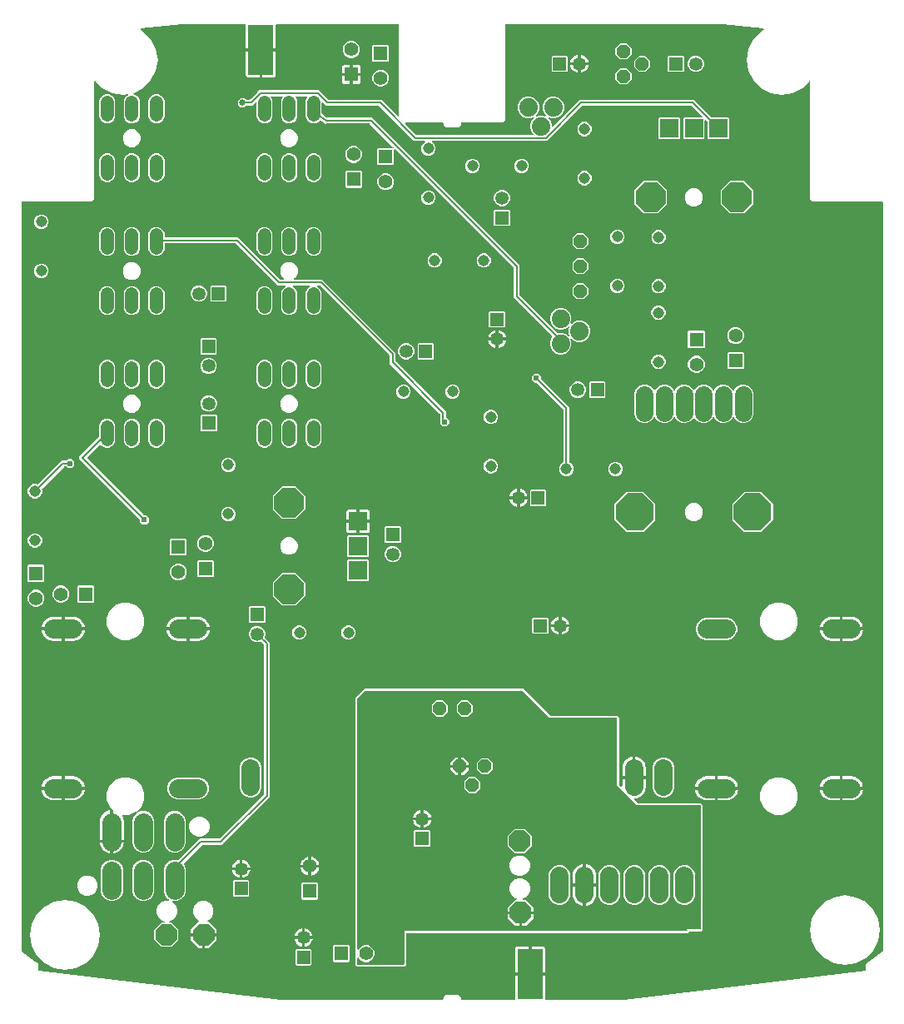
<source format=gbr>
G04 EAGLE Gerber X2 export*
%TF.Part,Single*%
%TF.FileFunction,Copper,L2,Bot,Mixed*%
%TF.FilePolarity,Positive*%
%TF.GenerationSoftware,Autodesk,EAGLE,9.2.2*%
%TF.CreationDate,2019-01-20T22:07:49Z*%
G75*
%MOMM*%
%FSLAX34Y34*%
%LPD*%
%INBottom Copper*%
%AMOC8*
5,1,8,0,0,1.08239X$1,22.5*%
G01*
%ADD10C,1.143000*%
%ADD11R,1.350000X1.350000*%
%ADD12C,1.350000*%
%ADD13C,1.408000*%
%ADD14R,1.408000X1.408000*%
%ADD15C,1.320800*%
%ADD16C,1.950000*%
%ADD17P,1.429621X8X202.500000*%
%ADD18P,2.336880X8X112.500000*%
%ADD19C,1.879600*%
%ADD20P,1.429621X8X292.500000*%
%ADD21P,1.429621X8X112.500000*%
%ADD22R,1.879600X1.879600*%
%ADD23P,3.247170X8X112.500000*%
%ADD24P,3.247170X8X22.500000*%
%ADD25P,2.336880X8X22.500000*%
%ADD26P,2.336880X8X202.500000*%
%ADD27C,1.800000*%
%ADD28P,4.123906X8X22.500000*%
%ADD29C,1.879600*%
%ADD30R,2.540000X5.080000*%
%ADD31C,0.203200*%
%ADD32C,0.604800*%
%ADD33C,0.654800*%

G36*
X465258Y4004D02*
X465258Y4004D01*
X465277Y4002D01*
X465379Y4024D01*
X465481Y4040D01*
X465498Y4050D01*
X465518Y4054D01*
X465607Y4107D01*
X465698Y4156D01*
X465712Y4170D01*
X465729Y4180D01*
X465796Y4259D01*
X465868Y4334D01*
X465876Y4352D01*
X465889Y4367D01*
X465928Y4463D01*
X465971Y4557D01*
X465973Y4577D01*
X465981Y4595D01*
X465999Y4762D01*
X465999Y6657D01*
X468343Y9001D01*
X481657Y9001D01*
X484001Y6657D01*
X484001Y4762D01*
X484004Y4742D01*
X484002Y4723D01*
X484024Y4621D01*
X484040Y4519D01*
X484050Y4502D01*
X484054Y4482D01*
X484107Y4393D01*
X484156Y4302D01*
X484170Y4288D01*
X484180Y4271D01*
X484259Y4204D01*
X484334Y4132D01*
X484352Y4124D01*
X484367Y4111D01*
X484463Y4072D01*
X484557Y4029D01*
X484577Y4027D01*
X484595Y4019D01*
X484762Y4001D01*
X538288Y4001D01*
X538308Y4004D01*
X538328Y4002D01*
X538429Y4024D01*
X538531Y4040D01*
X538549Y4050D01*
X538568Y4054D01*
X538657Y4107D01*
X538749Y4156D01*
X538762Y4170D01*
X538779Y4180D01*
X538847Y4259D01*
X538918Y4334D01*
X538926Y4352D01*
X538939Y4367D01*
X538978Y4463D01*
X539022Y4557D01*
X539024Y4577D01*
X539031Y4595D01*
X539050Y4762D01*
X539050Y28697D01*
X553528Y28697D01*
X553548Y28700D01*
X553568Y28698D01*
X553669Y28720D01*
X553771Y28737D01*
X553789Y28746D01*
X553808Y28750D01*
X553897Y28804D01*
X553988Y28852D01*
X554002Y28866D01*
X554019Y28877D01*
X554087Y28955D01*
X554158Y29030D01*
X554166Y29048D01*
X554179Y29064D01*
X554218Y29160D01*
X554261Y29253D01*
X554264Y29273D01*
X554271Y29292D01*
X554290Y29458D01*
X554290Y30221D01*
X554291Y30221D01*
X554291Y29458D01*
X554295Y29439D01*
X554292Y29419D01*
X554314Y29318D01*
X554331Y29216D01*
X554340Y29198D01*
X554345Y29179D01*
X554398Y29090D01*
X554446Y28998D01*
X554461Y28985D01*
X554471Y28968D01*
X554549Y28900D01*
X554624Y28829D01*
X554643Y28821D01*
X554658Y28808D01*
X554754Y28769D01*
X554848Y28725D01*
X554867Y28723D01*
X554886Y28716D01*
X555053Y28697D01*
X569531Y28697D01*
X569531Y4762D01*
X569534Y4742D01*
X569532Y4723D01*
X569554Y4621D01*
X569571Y4519D01*
X569580Y4502D01*
X569584Y4482D01*
X569638Y4393D01*
X569686Y4302D01*
X569700Y4288D01*
X569711Y4271D01*
X569789Y4204D01*
X569864Y4132D01*
X569882Y4124D01*
X569898Y4111D01*
X569994Y4072D01*
X570087Y4029D01*
X570107Y4027D01*
X570126Y4019D01*
X570292Y4001D01*
X649715Y4001D01*
X649745Y4006D01*
X649806Y4006D01*
X895329Y33469D01*
X895422Y33496D01*
X895518Y33517D01*
X895540Y33530D01*
X895565Y33537D01*
X895645Y33593D01*
X895729Y33643D01*
X895746Y33663D01*
X895767Y33677D01*
X895825Y33756D01*
X895889Y33830D01*
X895899Y33854D01*
X895914Y33875D01*
X895944Y33967D01*
X895981Y34058D01*
X895984Y34090D01*
X895990Y34109D01*
X895990Y34142D01*
X895999Y34225D01*
X895999Y37399D01*
X895995Y37424D01*
X895998Y37449D01*
X895975Y37545D01*
X895960Y37642D01*
X895948Y37664D01*
X895942Y37688D01*
X895862Y37835D01*
X895772Y37963D01*
X895988Y39185D01*
X895988Y39216D01*
X895999Y39317D01*
X895999Y40557D01*
X896110Y40667D01*
X896124Y40688D01*
X896144Y40704D01*
X896196Y40788D01*
X896253Y40867D01*
X896261Y40891D01*
X896274Y40913D01*
X896321Y41074D01*
X896348Y41227D01*
X897364Y41938D01*
X897387Y41960D01*
X897466Y42024D01*
X898343Y42901D01*
X898499Y42901D01*
X898524Y42905D01*
X898549Y42902D01*
X898645Y42925D01*
X898742Y42940D01*
X898764Y42952D01*
X898788Y42958D01*
X898935Y43038D01*
X912675Y52656D01*
X912699Y52680D01*
X912729Y52698D01*
X912787Y52765D01*
X912851Y52827D01*
X912866Y52858D01*
X912889Y52884D01*
X912922Y52967D01*
X912963Y53046D01*
X912968Y53081D01*
X912981Y53113D01*
X912999Y53279D01*
X912999Y815238D01*
X912996Y815258D01*
X912998Y815277D01*
X912976Y815379D01*
X912960Y815481D01*
X912950Y815498D01*
X912946Y815518D01*
X912893Y815607D01*
X912844Y815698D01*
X912830Y815712D01*
X912820Y815729D01*
X912741Y815796D01*
X912666Y815868D01*
X912648Y815876D01*
X912633Y815889D01*
X912537Y815928D01*
X912443Y815971D01*
X912423Y815973D01*
X912405Y815981D01*
X912238Y815999D01*
X841343Y815999D01*
X838999Y818343D01*
X838999Y937503D01*
X838988Y937574D01*
X838986Y937646D01*
X838968Y937695D01*
X838960Y937746D01*
X838926Y937809D01*
X838901Y937877D01*
X838869Y937917D01*
X838844Y937964D01*
X838792Y938013D01*
X838748Y938069D01*
X838704Y938097D01*
X838666Y938133D01*
X838601Y938163D01*
X838541Y938202D01*
X838490Y938215D01*
X838443Y938237D01*
X838372Y938244D01*
X838302Y938262D01*
X838250Y938258D01*
X838199Y938264D01*
X838128Y938248D01*
X838057Y938243D01*
X838009Y938222D01*
X837958Y938211D01*
X837897Y938175D01*
X837831Y938146D01*
X837775Y938102D01*
X837747Y938085D01*
X837732Y938067D01*
X837700Y938042D01*
X830897Y931238D01*
X820986Y926189D01*
X810000Y924449D01*
X799014Y926189D01*
X789103Y931238D01*
X781238Y939103D01*
X776189Y949014D01*
X774449Y960000D01*
X776189Y970986D01*
X781238Y980897D01*
X789103Y988762D01*
X791702Y990085D01*
X791724Y990101D01*
X791749Y990112D01*
X791822Y990174D01*
X791900Y990231D01*
X791916Y990253D01*
X791936Y990271D01*
X791986Y990353D01*
X792041Y990432D01*
X792049Y990458D01*
X792063Y990481D01*
X792084Y990576D01*
X792111Y990668D01*
X792110Y990695D01*
X792116Y990722D01*
X792106Y990818D01*
X792102Y990914D01*
X792093Y990939D01*
X792090Y990966D01*
X792050Y991054D01*
X792016Y991144D01*
X791998Y991165D01*
X791987Y991190D01*
X791921Y991260D01*
X791860Y991334D01*
X791837Y991349D01*
X791818Y991369D01*
X791733Y991414D01*
X791652Y991465D01*
X791625Y991472D01*
X791601Y991484D01*
X791437Y991521D01*
X749826Y995995D01*
X749798Y995993D01*
X749745Y995999D01*
X529762Y995999D01*
X529742Y995996D01*
X529723Y995998D01*
X529621Y995976D01*
X529519Y995960D01*
X529502Y995950D01*
X529482Y995946D01*
X529393Y995893D01*
X529302Y995844D01*
X529288Y995830D01*
X529271Y995820D01*
X529204Y995741D01*
X529132Y995666D01*
X529124Y995648D01*
X529111Y995633D01*
X529072Y995537D01*
X529029Y995443D01*
X529027Y995423D01*
X529019Y995405D01*
X529001Y995238D01*
X529001Y898343D01*
X526657Y895999D01*
X484762Y895999D01*
X484742Y895996D01*
X484723Y895998D01*
X484621Y895976D01*
X484519Y895960D01*
X484502Y895950D01*
X484482Y895946D01*
X484393Y895893D01*
X484302Y895844D01*
X484288Y895830D01*
X484271Y895820D01*
X484204Y895741D01*
X484132Y895666D01*
X484124Y895648D01*
X484111Y895633D01*
X484072Y895537D01*
X484029Y895443D01*
X484027Y895423D01*
X484019Y895405D01*
X484001Y895238D01*
X484001Y893343D01*
X481657Y890999D01*
X468343Y890999D01*
X465999Y893343D01*
X465999Y895238D01*
X465996Y895258D01*
X465998Y895277D01*
X465976Y895379D01*
X465960Y895481D01*
X465950Y895498D01*
X465946Y895518D01*
X465893Y895607D01*
X465844Y895698D01*
X465830Y895712D01*
X465820Y895729D01*
X465741Y895796D01*
X465666Y895868D01*
X465648Y895876D01*
X465633Y895889D01*
X465537Y895928D01*
X465443Y895971D01*
X465423Y895973D01*
X465405Y895981D01*
X465238Y895999D01*
X428056Y895999D01*
X427986Y895988D01*
X427914Y895986D01*
X427865Y895968D01*
X427814Y895960D01*
X427750Y895926D01*
X427683Y895901D01*
X427642Y895869D01*
X427596Y895844D01*
X427547Y895792D01*
X427491Y895748D01*
X427463Y895704D01*
X427427Y895666D01*
X427397Y895601D01*
X427358Y895541D01*
X427345Y895490D01*
X427323Y895443D01*
X427315Y895372D01*
X427298Y895302D01*
X427302Y895250D01*
X427296Y895199D01*
X427311Y895128D01*
X427317Y895057D01*
X427337Y895009D01*
X427348Y894958D01*
X427385Y894897D01*
X427413Y894831D01*
X427458Y894775D01*
X427475Y894747D01*
X427492Y894732D01*
X427518Y894700D01*
X438614Y883604D01*
X438688Y883551D01*
X438758Y883491D01*
X438788Y883479D01*
X438814Y883460D01*
X438901Y883433D01*
X438986Y883399D01*
X439027Y883395D01*
X439049Y883388D01*
X439081Y883389D01*
X439152Y883381D01*
X556754Y883381D01*
X556825Y883392D01*
X556897Y883394D01*
X556946Y883412D01*
X556997Y883420D01*
X557060Y883454D01*
X557128Y883479D01*
X557168Y883511D01*
X557215Y883536D01*
X557264Y883588D01*
X557320Y883632D01*
X557348Y883676D01*
X557384Y883714D01*
X557414Y883779D01*
X557453Y883839D01*
X557466Y883890D01*
X557488Y883937D01*
X557495Y884008D01*
X557513Y884078D01*
X557509Y884130D01*
X557515Y884181D01*
X557499Y884252D01*
X557494Y884323D01*
X557473Y884371D01*
X557462Y884422D01*
X557426Y884483D01*
X557397Y884549D01*
X557353Y884605D01*
X557336Y884633D01*
X557318Y884648D01*
X557293Y884680D01*
X555890Y886083D01*
X554227Y890097D01*
X554227Y894443D01*
X555890Y898457D01*
X557392Y899959D01*
X557449Y900038D01*
X557511Y900113D01*
X557520Y900138D01*
X557536Y900159D01*
X557564Y900252D01*
X557599Y900343D01*
X557600Y900369D01*
X557608Y900394D01*
X557606Y900491D01*
X557610Y900589D01*
X557602Y900614D01*
X557602Y900640D01*
X557568Y900731D01*
X557541Y900825D01*
X557526Y900846D01*
X557517Y900871D01*
X557456Y900947D01*
X557401Y901027D01*
X557380Y901043D01*
X557364Y901063D01*
X557282Y901116D01*
X557203Y901174D01*
X557179Y901182D01*
X557157Y901196D01*
X557062Y901220D01*
X556970Y901250D01*
X556943Y901250D01*
X556918Y901256D01*
X556821Y901248D01*
X556724Y901248D01*
X556692Y901238D01*
X556673Y901237D01*
X556643Y901224D01*
X556563Y901201D01*
X554623Y900397D01*
X550277Y900397D01*
X546263Y902060D01*
X543190Y905133D01*
X541527Y909147D01*
X541527Y913493D01*
X543190Y917507D01*
X546263Y920580D01*
X550277Y922243D01*
X554623Y922243D01*
X558637Y920580D01*
X561710Y917507D01*
X563373Y913493D01*
X563373Y909147D01*
X561710Y905133D01*
X560208Y903631D01*
X560151Y903552D01*
X560089Y903477D01*
X560080Y903452D01*
X560064Y903431D01*
X560036Y903338D01*
X560001Y903247D01*
X560000Y903221D01*
X559992Y903196D01*
X559994Y903099D01*
X559990Y903001D01*
X559998Y902976D01*
X559998Y902950D01*
X560032Y902859D01*
X560059Y902765D01*
X560074Y902744D01*
X560083Y902719D01*
X560144Y902643D01*
X560199Y902563D01*
X560220Y902547D01*
X560236Y902527D01*
X560318Y902474D01*
X560397Y902416D01*
X560421Y902408D01*
X560443Y902394D01*
X560538Y902370D01*
X560630Y902340D01*
X560657Y902340D01*
X560682Y902334D01*
X560779Y902342D01*
X560876Y902342D01*
X560908Y902352D01*
X560927Y902353D01*
X560957Y902366D01*
X561037Y902389D01*
X562977Y903193D01*
X567323Y903193D01*
X569263Y902389D01*
X569357Y902367D01*
X569450Y902338D01*
X569477Y902339D01*
X569502Y902333D01*
X569599Y902342D01*
X569696Y902345D01*
X569721Y902354D01*
X569747Y902356D01*
X569836Y902396D01*
X569927Y902429D01*
X569948Y902446D01*
X569972Y902456D01*
X570043Y902522D01*
X570119Y902583D01*
X570133Y902605D01*
X570153Y902623D01*
X570200Y902708D01*
X570252Y902790D01*
X570259Y902815D01*
X570271Y902838D01*
X570289Y902934D01*
X570312Y903028D01*
X570310Y903054D01*
X570315Y903080D01*
X570301Y903177D01*
X570293Y903274D01*
X570283Y903298D01*
X570279Y903323D01*
X570235Y903410D01*
X570197Y903500D01*
X570177Y903525D01*
X570168Y903543D01*
X570144Y903566D01*
X570092Y903631D01*
X568590Y905133D01*
X566927Y909147D01*
X566927Y913493D01*
X568590Y917507D01*
X571663Y920580D01*
X575677Y922243D01*
X580023Y922243D01*
X584037Y920580D01*
X587110Y917507D01*
X588773Y913493D01*
X588773Y909147D01*
X587110Y905133D01*
X584037Y902060D01*
X580023Y900397D01*
X575677Y900397D01*
X573737Y901201D01*
X573643Y901223D01*
X573550Y901252D01*
X573523Y901251D01*
X573498Y901257D01*
X573401Y901248D01*
X573304Y901245D01*
X573279Y901236D01*
X573253Y901234D01*
X573164Y901194D01*
X573073Y901161D01*
X573052Y901144D01*
X573028Y901134D01*
X572957Y901068D01*
X572881Y901007D01*
X572867Y900985D01*
X572847Y900967D01*
X572800Y900882D01*
X572748Y900800D01*
X572741Y900775D01*
X572729Y900752D01*
X572711Y900656D01*
X572688Y900562D01*
X572690Y900536D01*
X572685Y900510D01*
X572699Y900413D01*
X572707Y900316D01*
X572717Y900292D01*
X572721Y900267D01*
X572765Y900180D01*
X572803Y900090D01*
X572823Y900065D01*
X572832Y900047D01*
X572856Y900024D01*
X572908Y899959D01*
X574410Y898457D01*
X576073Y894443D01*
X576073Y892459D01*
X576084Y892388D01*
X576086Y892317D01*
X576104Y892268D01*
X576112Y892216D01*
X576146Y892153D01*
X576171Y892086D01*
X576203Y892045D01*
X576228Y891999D01*
X576280Y891950D01*
X576324Y891894D01*
X576368Y891866D01*
X576406Y891830D01*
X576471Y891799D01*
X576531Y891761D01*
X576582Y891748D01*
X576629Y891726D01*
X576700Y891718D01*
X576770Y891701D01*
X576822Y891705D01*
X576873Y891699D01*
X576944Y891714D01*
X577015Y891720D01*
X577063Y891740D01*
X577114Y891751D01*
X577175Y891788D01*
X577241Y891816D01*
X577297Y891861D01*
X577325Y891877D01*
X577340Y891895D01*
X577372Y891921D01*
X604800Y919349D01*
X720763Y919349D01*
X738966Y901146D01*
X739040Y901093D01*
X739109Y901033D01*
X739139Y901021D01*
X739166Y901002D01*
X739253Y900975D01*
X739337Y900941D01*
X739378Y900937D01*
X739401Y900930D01*
X739433Y900931D01*
X739504Y900923D01*
X755830Y900923D01*
X756723Y900030D01*
X756723Y879970D01*
X755830Y879077D01*
X735770Y879077D01*
X734877Y879970D01*
X734877Y896296D01*
X734863Y896386D01*
X734855Y896477D01*
X734843Y896507D01*
X734838Y896539D01*
X734795Y896619D01*
X734759Y896703D01*
X734733Y896735D01*
X734722Y896756D01*
X734699Y896778D01*
X734654Y896834D01*
X733022Y898466D01*
X732964Y898508D01*
X732912Y898557D01*
X732865Y898579D01*
X732823Y898610D01*
X732754Y898631D01*
X732689Y898661D01*
X732637Y898667D01*
X732587Y898682D01*
X732516Y898680D01*
X732445Y898688D01*
X732394Y898677D01*
X732342Y898676D01*
X732274Y898651D01*
X732204Y898636D01*
X732159Y898609D01*
X732111Y898591D01*
X732055Y898546D01*
X731993Y898510D01*
X731959Y898470D01*
X731919Y898438D01*
X731880Y898377D01*
X731833Y898323D01*
X731814Y898274D01*
X731786Y898231D01*
X731768Y898161D01*
X731741Y898095D01*
X731733Y898023D01*
X731725Y897992D01*
X731727Y897969D01*
X731723Y897928D01*
X731723Y879970D01*
X730830Y879077D01*
X710770Y879077D01*
X709877Y879970D01*
X709877Y900030D01*
X710770Y900923D01*
X728728Y900923D01*
X728799Y900934D01*
X728870Y900936D01*
X728919Y900954D01*
X728971Y900962D01*
X729034Y900996D01*
X729101Y901021D01*
X729142Y901053D01*
X729188Y901078D01*
X729237Y901130D01*
X729293Y901174D01*
X729322Y901218D01*
X729357Y901256D01*
X729388Y901321D01*
X729426Y901381D01*
X729439Y901432D01*
X729461Y901479D01*
X729469Y901550D01*
X729486Y901620D01*
X729482Y901672D01*
X729488Y901723D01*
X729473Y901794D01*
X729467Y901865D01*
X729447Y901913D01*
X729436Y901964D01*
X729399Y902025D01*
X729371Y902091D01*
X729326Y902147D01*
X729310Y902175D01*
X729292Y902190D01*
X729266Y902222D01*
X718460Y913028D01*
X718386Y913081D01*
X718317Y913141D01*
X718287Y913153D01*
X718260Y913172D01*
X718173Y913199D01*
X718089Y913233D01*
X718048Y913237D01*
X718025Y913244D01*
X717993Y913243D01*
X717922Y913251D01*
X607641Y913251D01*
X607551Y913237D01*
X607460Y913229D01*
X607430Y913217D01*
X607398Y913212D01*
X607318Y913169D01*
X607234Y913133D01*
X607202Y913107D01*
X607181Y913096D01*
X607159Y913073D01*
X607103Y913028D01*
X571358Y877283D01*
X454926Y877283D01*
X454830Y877268D01*
X454733Y877258D01*
X454709Y877248D01*
X454683Y877244D01*
X454597Y877198D01*
X454508Y877158D01*
X454489Y877141D01*
X454466Y877128D01*
X454399Y877058D01*
X454327Y876992D01*
X454314Y876969D01*
X454296Y876950D01*
X454255Y876862D01*
X454208Y876776D01*
X454204Y876751D01*
X454193Y876727D01*
X454182Y876630D01*
X454164Y876534D01*
X454168Y876508D01*
X454165Y876483D01*
X454186Y876388D01*
X454200Y876291D01*
X454212Y876268D01*
X454218Y876242D01*
X454268Y876159D01*
X454312Y876072D01*
X454330Y876053D01*
X454344Y876031D01*
X454418Y875968D01*
X454487Y875900D01*
X454516Y875884D01*
X454531Y875871D01*
X454562Y875859D01*
X454634Y875819D01*
X454951Y875688D01*
X456988Y873651D01*
X458090Y870990D01*
X458090Y868110D01*
X456988Y865449D01*
X454951Y863412D01*
X452290Y862310D01*
X449410Y862310D01*
X446749Y863412D01*
X444712Y865449D01*
X443610Y868110D01*
X443610Y870990D01*
X444712Y873651D01*
X446749Y875688D01*
X447066Y875819D01*
X447148Y875870D01*
X447234Y875916D01*
X447252Y875935D01*
X447275Y875948D01*
X447337Y876023D01*
X447404Y876094D01*
X447415Y876118D01*
X447432Y876138D01*
X447466Y876229D01*
X447507Y876317D01*
X447510Y876343D01*
X447520Y876367D01*
X447524Y876465D01*
X447535Y876561D01*
X447529Y876587D01*
X447530Y876613D01*
X447503Y876707D01*
X447482Y876802D01*
X447469Y876824D01*
X447462Y876849D01*
X447406Y876929D01*
X447356Y877013D01*
X447336Y877030D01*
X447321Y877051D01*
X447243Y877109D01*
X447169Y877173D01*
X447145Y877183D01*
X447124Y877198D01*
X447031Y877228D01*
X446941Y877265D01*
X446909Y877268D01*
X446890Y877274D01*
X446857Y877274D01*
X446774Y877283D01*
X436311Y877283D01*
X400566Y913028D01*
X400492Y913081D01*
X400423Y913141D01*
X400393Y913153D01*
X400367Y913172D01*
X400280Y913199D01*
X400195Y913233D01*
X400154Y913237D01*
X400132Y913244D01*
X400099Y913243D01*
X400028Y913251D01*
X346573Y913251D01*
X343628Y916196D01*
X343570Y916238D01*
X343518Y916287D01*
X343471Y916309D01*
X343429Y916339D01*
X343360Y916360D01*
X343295Y916391D01*
X343243Y916396D01*
X343193Y916412D01*
X343122Y916410D01*
X343051Y916418D01*
X343000Y916407D01*
X342948Y916405D01*
X342880Y916381D01*
X342810Y916365D01*
X342765Y916339D01*
X342717Y916321D01*
X342661Y916276D01*
X342599Y916239D01*
X342565Y916200D01*
X342525Y916167D01*
X342486Y916107D01*
X342439Y916052D01*
X342420Y916004D01*
X342392Y915960D01*
X342374Y915891D01*
X342347Y915824D01*
X342339Y915753D01*
X342331Y915722D01*
X342333Y915698D01*
X342329Y915658D01*
X342329Y905376D01*
X342332Y905354D01*
X342330Y905331D01*
X342352Y905233D01*
X342368Y905134D01*
X342379Y905113D01*
X342384Y905091D01*
X342437Y905005D01*
X342484Y904916D01*
X342500Y904900D01*
X342512Y904881D01*
X342635Y904766D01*
X347393Y901216D01*
X347426Y901199D01*
X347454Y901175D01*
X347535Y901143D01*
X347612Y901103D01*
X347648Y901097D01*
X347682Y901083D01*
X347849Y901065D01*
X393567Y901065D01*
X543561Y751071D01*
X543561Y720906D01*
X543575Y720816D01*
X543583Y720725D01*
X543595Y720695D01*
X543600Y720663D01*
X543643Y720583D01*
X543679Y720499D01*
X543705Y720467D01*
X543716Y720446D01*
X543739Y720424D01*
X543784Y720368D01*
X582023Y682129D01*
X582118Y682061D01*
X582211Y681991D01*
X582217Y681989D01*
X582222Y681985D01*
X582334Y681951D01*
X582445Y681915D01*
X582451Y681915D01*
X582457Y681913D01*
X582574Y681916D01*
X582691Y681917D01*
X582698Y681919D01*
X582703Y681919D01*
X582721Y681926D01*
X582852Y681964D01*
X583187Y682103D01*
X587533Y682103D01*
X591547Y680440D01*
X593049Y678938D01*
X593128Y678881D01*
X593203Y678819D01*
X593228Y678810D01*
X593249Y678794D01*
X593342Y678766D01*
X593433Y678731D01*
X593459Y678730D01*
X593484Y678722D01*
X593581Y678724D01*
X593679Y678720D01*
X593704Y678728D01*
X593730Y678728D01*
X593821Y678762D01*
X593915Y678789D01*
X593936Y678804D01*
X593961Y678813D01*
X594037Y678874D01*
X594117Y678929D01*
X594133Y678950D01*
X594153Y678966D01*
X594206Y679049D01*
X594264Y679127D01*
X594272Y679151D01*
X594286Y679173D01*
X594310Y679268D01*
X594340Y679360D01*
X594340Y679387D01*
X594346Y679412D01*
X594338Y679509D01*
X594338Y679606D01*
X594328Y679638D01*
X594327Y679657D01*
X594314Y679687D01*
X594291Y679767D01*
X593487Y681707D01*
X593487Y686053D01*
X594291Y687993D01*
X594313Y688087D01*
X594342Y688180D01*
X594341Y688207D01*
X594347Y688232D01*
X594338Y688329D01*
X594335Y688426D01*
X594326Y688451D01*
X594324Y688477D01*
X594284Y688566D01*
X594251Y688657D01*
X594234Y688678D01*
X594224Y688702D01*
X594158Y688773D01*
X594097Y688849D01*
X594075Y688863D01*
X594057Y688883D01*
X593972Y688930D01*
X593890Y688982D01*
X593865Y688989D01*
X593842Y689001D01*
X593746Y689019D01*
X593652Y689042D01*
X593626Y689040D01*
X593600Y689045D01*
X593503Y689031D01*
X593407Y689023D01*
X593383Y689013D01*
X593357Y689009D01*
X593270Y688965D01*
X593180Y688927D01*
X593155Y688907D01*
X593137Y688898D01*
X593114Y688874D01*
X593049Y688822D01*
X591547Y687320D01*
X587533Y685657D01*
X583187Y685657D01*
X579173Y687320D01*
X576100Y690393D01*
X574437Y694407D01*
X574437Y698753D01*
X576100Y702767D01*
X579173Y705840D01*
X583187Y707503D01*
X587533Y707503D01*
X591547Y705840D01*
X594620Y702767D01*
X596283Y698753D01*
X596283Y694407D01*
X595479Y692467D01*
X595457Y692373D01*
X595428Y692280D01*
X595429Y692253D01*
X595423Y692228D01*
X595432Y692131D01*
X595435Y692034D01*
X595444Y692009D01*
X595446Y691983D01*
X595486Y691894D01*
X595519Y691803D01*
X595536Y691782D01*
X595546Y691758D01*
X595612Y691687D01*
X595673Y691611D01*
X595695Y691597D01*
X595713Y691577D01*
X595798Y691530D01*
X595880Y691478D01*
X595905Y691471D01*
X595928Y691459D01*
X596024Y691441D01*
X596118Y691418D01*
X596144Y691420D01*
X596170Y691415D01*
X596267Y691429D01*
X596364Y691437D01*
X596388Y691447D01*
X596413Y691451D01*
X596500Y691495D01*
X596590Y691533D01*
X596615Y691553D01*
X596633Y691562D01*
X596656Y691586D01*
X596721Y691638D01*
X598223Y693140D01*
X602237Y694803D01*
X606583Y694803D01*
X610597Y693140D01*
X613670Y690067D01*
X615333Y686053D01*
X615333Y681707D01*
X613670Y677693D01*
X610597Y674620D01*
X606583Y672957D01*
X602237Y672957D01*
X598223Y674620D01*
X596721Y676122D01*
X596642Y676179D01*
X596567Y676241D01*
X596542Y676250D01*
X596521Y676266D01*
X596428Y676294D01*
X596337Y676329D01*
X596311Y676330D01*
X596286Y676338D01*
X596189Y676336D01*
X596091Y676340D01*
X596066Y676332D01*
X596040Y676332D01*
X595949Y676298D01*
X595855Y676271D01*
X595834Y676256D01*
X595809Y676247D01*
X595733Y676186D01*
X595653Y676131D01*
X595637Y676110D01*
X595617Y676094D01*
X595564Y676011D01*
X595506Y675933D01*
X595498Y675909D01*
X595484Y675887D01*
X595460Y675792D01*
X595430Y675700D01*
X595430Y675673D01*
X595424Y675648D01*
X595432Y675551D01*
X595432Y675454D01*
X595442Y675422D01*
X595443Y675403D01*
X595456Y675373D01*
X595479Y675293D01*
X596283Y673353D01*
X596283Y669007D01*
X594620Y664993D01*
X591547Y661920D01*
X587533Y660257D01*
X583187Y660257D01*
X579173Y661920D01*
X576100Y664993D01*
X574437Y669007D01*
X574437Y673353D01*
X576100Y677367D01*
X576592Y677859D01*
X576604Y677876D01*
X576620Y677888D01*
X576676Y677975D01*
X576736Y678059D01*
X576742Y678078D01*
X576753Y678095D01*
X576778Y678195D01*
X576808Y678294D01*
X576808Y678314D01*
X576813Y678334D01*
X576805Y678436D01*
X576802Y678540D01*
X576795Y678559D01*
X576794Y678579D01*
X576753Y678674D01*
X576717Y678771D01*
X576705Y678787D01*
X576697Y678805D01*
X576592Y678936D01*
X537463Y718065D01*
X537463Y748230D01*
X537449Y748320D01*
X537441Y748411D01*
X537429Y748441D01*
X537424Y748473D01*
X537381Y748553D01*
X537345Y748637D01*
X537319Y748669D01*
X537308Y748690D01*
X537285Y748712D01*
X537240Y748768D01*
X417203Y868805D01*
X417145Y868847D01*
X417093Y868897D01*
X417046Y868919D01*
X417003Y868949D01*
X416935Y868970D01*
X416870Y869000D01*
X416818Y869006D01*
X416768Y869021D01*
X416697Y869019D01*
X416625Y869027D01*
X416575Y869016D01*
X416522Y869015D01*
X416455Y868990D01*
X416385Y868975D01*
X416340Y868948D01*
X416291Y868930D01*
X416235Y868886D01*
X416174Y868849D01*
X416140Y868809D01*
X416099Y868777D01*
X416061Y868716D01*
X416014Y868662D01*
X415995Y868614D01*
X415966Y868570D01*
X415949Y868500D01*
X415922Y868434D01*
X415914Y868362D01*
X415906Y868331D01*
X415908Y868308D01*
X415904Y868267D01*
X415904Y853443D01*
X415010Y852550D01*
X399667Y852550D01*
X398774Y853443D01*
X398774Y868786D01*
X399667Y869679D01*
X414491Y869679D01*
X414562Y869691D01*
X414634Y869693D01*
X414683Y869711D01*
X414734Y869719D01*
X414797Y869753D01*
X414865Y869777D01*
X414905Y869810D01*
X414952Y869834D01*
X415001Y869886D01*
X415057Y869931D01*
X415085Y869975D01*
X415121Y870012D01*
X415151Y870077D01*
X415190Y870138D01*
X415203Y870188D01*
X415225Y870235D01*
X415232Y870307D01*
X415250Y870376D01*
X415246Y870428D01*
X415252Y870480D01*
X415236Y870550D01*
X415231Y870621D01*
X415210Y870669D01*
X415199Y870720D01*
X415163Y870782D01*
X415134Y870848D01*
X415090Y870904D01*
X415073Y870931D01*
X415055Y870947D01*
X415030Y870979D01*
X391264Y894744D01*
X391190Y894797D01*
X391121Y894857D01*
X391091Y894869D01*
X391064Y894888D01*
X390977Y894915D01*
X390893Y894949D01*
X390852Y894953D01*
X390829Y894960D01*
X390797Y894959D01*
X390726Y894967D01*
X346860Y894967D01*
X346827Y894962D01*
X346750Y894959D01*
X345773Y894817D01*
X345742Y894833D01*
X345714Y894857D01*
X345633Y894889D01*
X345556Y894929D01*
X345520Y894935D01*
X345486Y894949D01*
X345321Y894967D01*
X344623Y895665D01*
X344596Y895685D01*
X344540Y895737D01*
X341343Y898122D01*
X341265Y898163D01*
X341191Y898210D01*
X341157Y898219D01*
X341125Y898235D01*
X341038Y898249D01*
X340952Y898270D01*
X340917Y898268D01*
X340882Y898273D01*
X340795Y898258D01*
X340707Y898251D01*
X340675Y898238D01*
X340640Y898231D01*
X340562Y898190D01*
X340481Y898155D01*
X340445Y898127D01*
X340423Y898115D01*
X340402Y898092D01*
X340350Y898050D01*
X338805Y896505D01*
X335817Y895267D01*
X332583Y895267D01*
X329595Y896505D01*
X327309Y898791D01*
X326071Y901779D01*
X326071Y918221D01*
X327309Y921209D01*
X327500Y921400D01*
X327542Y921458D01*
X327591Y921510D01*
X327613Y921557D01*
X327644Y921599D01*
X327665Y921668D01*
X327695Y921733D01*
X327701Y921785D01*
X327716Y921835D01*
X327714Y921906D01*
X327722Y921977D01*
X327711Y922028D01*
X327710Y922080D01*
X327685Y922148D01*
X327670Y922218D01*
X327643Y922263D01*
X327625Y922311D01*
X327580Y922367D01*
X327543Y922429D01*
X327504Y922463D01*
X327471Y922503D01*
X327411Y922542D01*
X327357Y922589D01*
X327308Y922608D01*
X327264Y922636D01*
X327195Y922654D01*
X327128Y922681D01*
X327057Y922689D01*
X327026Y922697D01*
X327003Y922695D01*
X326962Y922699D01*
X316438Y922699D01*
X316368Y922688D01*
X316296Y922686D01*
X316247Y922668D01*
X316196Y922660D01*
X316132Y922626D01*
X316065Y922601D01*
X316024Y922569D01*
X315978Y922544D01*
X315929Y922493D01*
X315873Y922448D01*
X315845Y922404D01*
X315809Y922366D01*
X315779Y922301D01*
X315740Y922241D01*
X315727Y922190D01*
X315705Y922143D01*
X315697Y922072D01*
X315680Y922002D01*
X315684Y921950D01*
X315678Y921899D01*
X315693Y921828D01*
X315699Y921757D01*
X315719Y921709D01*
X315730Y921658D01*
X315767Y921597D01*
X315795Y921531D01*
X315840Y921475D01*
X315857Y921447D01*
X315874Y921432D01*
X315900Y921400D01*
X316091Y921209D01*
X317329Y918221D01*
X317329Y901779D01*
X316091Y898791D01*
X313805Y896505D01*
X310817Y895267D01*
X307583Y895267D01*
X304595Y896505D01*
X302309Y898791D01*
X301071Y901779D01*
X301071Y918221D01*
X302309Y921209D01*
X302500Y921400D01*
X302542Y921458D01*
X302591Y921510D01*
X302613Y921557D01*
X302644Y921599D01*
X302665Y921668D01*
X302695Y921733D01*
X302701Y921785D01*
X302716Y921835D01*
X302714Y921906D01*
X302722Y921977D01*
X302711Y922028D01*
X302710Y922080D01*
X302685Y922148D01*
X302670Y922218D01*
X302643Y922263D01*
X302625Y922311D01*
X302580Y922367D01*
X302543Y922429D01*
X302504Y922463D01*
X302471Y922503D01*
X302411Y922542D01*
X302357Y922589D01*
X302308Y922608D01*
X302264Y922636D01*
X302195Y922654D01*
X302128Y922681D01*
X302057Y922689D01*
X302026Y922697D01*
X302003Y922695D01*
X301962Y922699D01*
X291438Y922699D01*
X291368Y922688D01*
X291296Y922686D01*
X291247Y922668D01*
X291196Y922660D01*
X291132Y922626D01*
X291065Y922601D01*
X291024Y922569D01*
X290978Y922544D01*
X290929Y922493D01*
X290873Y922448D01*
X290845Y922404D01*
X290809Y922366D01*
X290779Y922301D01*
X290740Y922241D01*
X290727Y922190D01*
X290705Y922143D01*
X290697Y922072D01*
X290680Y922002D01*
X290684Y921950D01*
X290678Y921899D01*
X290693Y921828D01*
X290699Y921757D01*
X290719Y921709D01*
X290730Y921658D01*
X290767Y921597D01*
X290795Y921531D01*
X290840Y921475D01*
X290857Y921447D01*
X290874Y921432D01*
X290900Y921400D01*
X291091Y921209D01*
X292329Y918221D01*
X292329Y901779D01*
X291091Y898791D01*
X288805Y896505D01*
X285817Y895267D01*
X282583Y895267D01*
X279595Y896505D01*
X277309Y898791D01*
X276071Y901779D01*
X276071Y915658D01*
X276060Y915728D01*
X276058Y915800D01*
X276040Y915849D01*
X276032Y915900D01*
X275998Y915963D01*
X275973Y916031D01*
X275941Y916072D01*
X275916Y916118D01*
X275865Y916167D01*
X275820Y916223D01*
X275776Y916251D01*
X275738Y916287D01*
X275673Y916317D01*
X275613Y916356D01*
X275562Y916369D01*
X275515Y916391D01*
X275444Y916399D01*
X275374Y916416D01*
X275322Y916412D01*
X275271Y916418D01*
X275200Y916402D01*
X275129Y916397D01*
X275081Y916377D01*
X275030Y916365D01*
X274969Y916329D01*
X274903Y916301D01*
X274847Y916256D01*
X274819Y916239D01*
X274804Y916222D01*
X274772Y916196D01*
X273836Y915260D01*
X271827Y913251D01*
X265727Y913251D01*
X265637Y913237D01*
X265546Y913229D01*
X265516Y913217D01*
X265484Y913212D01*
X265404Y913169D01*
X265320Y913133D01*
X265288Y913107D01*
X265267Y913096D01*
X265245Y913073D01*
X265189Y913028D01*
X263628Y911468D01*
X259653Y911468D01*
X256842Y914279D01*
X256842Y918254D01*
X259653Y921065D01*
X263628Y921065D01*
X265122Y919572D01*
X265196Y919519D01*
X265265Y919459D01*
X265295Y919447D01*
X265321Y919428D01*
X265408Y919401D01*
X265493Y919367D01*
X265534Y919363D01*
X265556Y919356D01*
X265589Y919357D01*
X265660Y919349D01*
X268986Y919349D01*
X269076Y919363D01*
X269167Y919371D01*
X269197Y919383D01*
X269229Y919388D01*
X269310Y919431D01*
X269394Y919467D01*
X269426Y919493D01*
X269446Y919504D01*
X269469Y919527D01*
X269525Y919572D01*
X276741Y926788D01*
X278750Y928797D01*
X339650Y928797D01*
X348876Y919572D01*
X348949Y919519D01*
X349019Y919459D01*
X349049Y919447D01*
X349075Y919428D01*
X349162Y919401D01*
X349247Y919367D01*
X349288Y919363D01*
X349310Y919356D01*
X349343Y919357D01*
X349414Y919349D01*
X402869Y919349D01*
X419700Y902518D01*
X419758Y902476D01*
X419810Y902427D01*
X419857Y902405D01*
X419899Y902375D01*
X419968Y902353D01*
X420033Y902323D01*
X420085Y902317D01*
X420135Y902302D01*
X420206Y902304D01*
X420277Y902296D01*
X420328Y902307D01*
X420380Y902309D01*
X420448Y902333D01*
X420518Y902348D01*
X420563Y902375D01*
X420611Y902393D01*
X420667Y902438D01*
X420729Y902475D01*
X420763Y902514D01*
X420803Y902547D01*
X420842Y902607D01*
X420889Y902661D01*
X420908Y902710D01*
X420936Y902754D01*
X420954Y902823D01*
X420981Y902890D01*
X420989Y902961D01*
X420997Y902992D01*
X420995Y903015D01*
X420999Y903056D01*
X420999Y995238D01*
X420996Y995258D01*
X420998Y995277D01*
X420976Y995379D01*
X420960Y995481D01*
X420950Y995498D01*
X420946Y995518D01*
X420893Y995607D01*
X420844Y995698D01*
X420830Y995712D01*
X420820Y995729D01*
X420741Y995796D01*
X420666Y995868D01*
X420648Y995876D01*
X420633Y995889D01*
X420537Y995928D01*
X420443Y995971D01*
X420423Y995973D01*
X420405Y995981D01*
X420238Y995999D01*
X296522Y995999D01*
X296502Y995996D01*
X296483Y995998D01*
X296381Y995976D01*
X296279Y995960D01*
X296262Y995950D01*
X296242Y995946D01*
X296153Y995893D01*
X296062Y995844D01*
X296048Y995830D01*
X296031Y995820D01*
X295964Y995741D01*
X295892Y995666D01*
X295884Y995648D01*
X295871Y995633D01*
X295832Y995537D01*
X295789Y995443D01*
X295787Y995423D01*
X295779Y995405D01*
X295761Y995238D01*
X295761Y971523D01*
X281282Y971523D01*
X281262Y971520D01*
X281243Y971522D01*
X281141Y971500D01*
X281039Y971483D01*
X281022Y971474D01*
X281002Y971470D01*
X280913Y971417D01*
X280822Y971368D01*
X280808Y971354D01*
X280791Y971344D01*
X280724Y971265D01*
X280653Y971190D01*
X280644Y971172D01*
X280631Y971157D01*
X280592Y971061D01*
X280549Y970967D01*
X280547Y970947D01*
X280539Y970929D01*
X280521Y970762D01*
X280521Y969999D01*
X280519Y969999D01*
X280519Y970762D01*
X280516Y970782D01*
X280518Y970801D01*
X280496Y970903D01*
X280479Y971005D01*
X280470Y971022D01*
X280466Y971042D01*
X280413Y971131D01*
X280364Y971222D01*
X280350Y971236D01*
X280340Y971253D01*
X280261Y971320D01*
X280186Y971391D01*
X280168Y971400D01*
X280153Y971413D01*
X280057Y971452D01*
X279963Y971495D01*
X279943Y971497D01*
X279925Y971505D01*
X279758Y971523D01*
X265279Y971523D01*
X265279Y995238D01*
X265276Y995258D01*
X265278Y995277D01*
X265256Y995379D01*
X265240Y995481D01*
X265230Y995498D01*
X265226Y995518D01*
X265173Y995607D01*
X265124Y995698D01*
X265110Y995712D01*
X265100Y995729D01*
X265021Y995796D01*
X264946Y995868D01*
X264928Y995876D01*
X264913Y995889D01*
X264817Y995928D01*
X264723Y995971D01*
X264703Y995973D01*
X264685Y995981D01*
X264518Y995999D01*
X200255Y995999D01*
X200228Y995995D01*
X200174Y995995D01*
X158563Y991521D01*
X158536Y991513D01*
X158509Y991513D01*
X158418Y991481D01*
X158325Y991455D01*
X158303Y991440D01*
X158277Y991431D01*
X158202Y991371D01*
X158122Y991317D01*
X158105Y991296D01*
X158084Y991279D01*
X158031Y991199D01*
X157972Y991122D01*
X157964Y991096D01*
X157949Y991074D01*
X157924Y990980D01*
X157893Y990889D01*
X157893Y990862D01*
X157886Y990836D01*
X157893Y990740D01*
X157892Y990643D01*
X157901Y990617D01*
X157903Y990590D01*
X157939Y990501D01*
X157970Y990410D01*
X157986Y990388D01*
X157997Y990363D01*
X158060Y990290D01*
X158118Y990213D01*
X158140Y990198D01*
X158158Y990178D01*
X158298Y990085D01*
X160897Y988762D01*
X168762Y980897D01*
X173811Y970986D01*
X175551Y960000D01*
X173811Y949014D01*
X168762Y939103D01*
X160897Y931238D01*
X150985Y926188D01*
X150951Y926177D01*
X150913Y926173D01*
X150835Y926139D01*
X150753Y926112D01*
X150723Y926089D01*
X150688Y926073D01*
X150625Y926016D01*
X150557Y925964D01*
X150535Y925933D01*
X150507Y925907D01*
X150466Y925832D01*
X150417Y925761D01*
X150407Y925725D01*
X150388Y925691D01*
X150373Y925607D01*
X150350Y925525D01*
X150351Y925487D01*
X150345Y925449D01*
X150357Y925365D01*
X150361Y925279D01*
X150375Y925244D01*
X150380Y925206D01*
X150419Y925130D01*
X150450Y925050D01*
X150475Y925021D01*
X150492Y924987D01*
X150553Y924927D01*
X150608Y924861D01*
X150640Y924841D01*
X150668Y924815D01*
X150815Y924734D01*
X153805Y923495D01*
X156091Y921209D01*
X157329Y918221D01*
X157329Y901779D01*
X156091Y898791D01*
X153805Y896505D01*
X150817Y895267D01*
X147583Y895267D01*
X144595Y896505D01*
X142309Y898791D01*
X141071Y901779D01*
X141071Y918221D01*
X142309Y921209D01*
X144595Y923495D01*
X145226Y923756D01*
X145255Y923774D01*
X145287Y923785D01*
X145359Y923839D01*
X145435Y923886D01*
X145456Y923912D01*
X145484Y923933D01*
X145534Y924006D01*
X145592Y924075D01*
X145604Y924107D01*
X145623Y924135D01*
X145648Y924221D01*
X145680Y924305D01*
X145681Y924339D01*
X145691Y924372D01*
X145686Y924461D01*
X145690Y924551D01*
X145681Y924583D01*
X145679Y924617D01*
X145647Y924701D01*
X145622Y924787D01*
X145602Y924815D01*
X145590Y924847D01*
X145532Y924915D01*
X145481Y924989D01*
X145454Y925009D01*
X145432Y925035D01*
X145356Y925082D01*
X145284Y925136D01*
X145252Y925146D01*
X145223Y925164D01*
X145135Y925184D01*
X145050Y925212D01*
X145016Y925212D01*
X144983Y925219D01*
X144815Y925211D01*
X140000Y924449D01*
X129014Y926189D01*
X119103Y931238D01*
X112300Y938042D01*
X112242Y938083D01*
X112190Y938133D01*
X112143Y938155D01*
X112101Y938185D01*
X112032Y938206D01*
X111967Y938237D01*
X111915Y938242D01*
X111865Y938258D01*
X111794Y938256D01*
X111723Y938264D01*
X111672Y938253D01*
X111620Y938251D01*
X111552Y938227D01*
X111482Y938211D01*
X111438Y938185D01*
X111389Y938167D01*
X111333Y938122D01*
X111271Y938085D01*
X111237Y938046D01*
X111197Y938013D01*
X111158Y937953D01*
X111111Y937898D01*
X111092Y937850D01*
X111064Y937806D01*
X111046Y937737D01*
X111019Y937670D01*
X111011Y937599D01*
X111003Y937568D01*
X111005Y937544D01*
X111001Y937503D01*
X111001Y818343D01*
X108657Y815999D01*
X37763Y815999D01*
X37743Y815996D01*
X37723Y815998D01*
X37622Y815976D01*
X37520Y815960D01*
X37502Y815950D01*
X37483Y815946D01*
X37394Y815893D01*
X37302Y815844D01*
X37289Y815830D01*
X37272Y815820D01*
X37204Y815741D01*
X37133Y815666D01*
X37125Y815648D01*
X37112Y815633D01*
X37073Y815537D01*
X37029Y815443D01*
X37027Y815423D01*
X37020Y815405D01*
X37001Y815238D01*
X37100Y53271D01*
X37106Y53238D01*
X37103Y53205D01*
X37126Y53117D01*
X37140Y53028D01*
X37156Y52999D01*
X37164Y52966D01*
X37213Y52891D01*
X37255Y52811D01*
X37279Y52788D01*
X37298Y52760D01*
X37423Y52649D01*
X51070Y43040D01*
X51094Y43028D01*
X51113Y43011D01*
X51204Y42975D01*
X51291Y42932D01*
X51317Y42929D01*
X51342Y42919D01*
X51508Y42901D01*
X51657Y42901D01*
X52539Y42019D01*
X52565Y42001D01*
X52639Y41935D01*
X53658Y41217D01*
X53684Y41070D01*
X53692Y41046D01*
X53694Y41020D01*
X53732Y40930D01*
X53764Y40838D01*
X53780Y40817D01*
X53791Y40793D01*
X53896Y40662D01*
X54001Y40557D01*
X54001Y39310D01*
X54006Y39279D01*
X54012Y39180D01*
X54225Y37952D01*
X54140Y37830D01*
X54128Y37806D01*
X54111Y37787D01*
X54075Y37696D01*
X54032Y37609D01*
X54029Y37583D01*
X54019Y37558D01*
X54001Y37392D01*
X54001Y34225D01*
X54017Y34128D01*
X54026Y34031D01*
X54036Y34008D01*
X54040Y33982D01*
X54086Y33896D01*
X54126Y33807D01*
X54143Y33787D01*
X54156Y33765D01*
X54226Y33697D01*
X54292Y33626D01*
X54315Y33613D01*
X54334Y33595D01*
X54422Y33554D01*
X54508Y33507D01*
X54539Y33500D01*
X54557Y33492D01*
X54590Y33488D01*
X54671Y33469D01*
X300194Y4006D01*
X300224Y4007D01*
X300285Y4001D01*
X465238Y4001D01*
X465258Y4004D01*
G37*
%LPC*%
G36*
X378112Y37361D02*
X378112Y37361D01*
X376475Y38998D01*
X376475Y310578D01*
X386192Y320295D01*
X547258Y320295D01*
X574503Y293049D01*
X574577Y292996D01*
X574646Y292937D01*
X574676Y292925D01*
X574703Y292906D01*
X574790Y292879D01*
X574874Y292845D01*
X574915Y292840D01*
X574938Y292834D01*
X574970Y292834D01*
X575041Y292827D01*
X643217Y292827D01*
X644854Y291189D01*
X644854Y223080D01*
X644869Y222990D01*
X644876Y222899D01*
X644889Y222869D01*
X644894Y222837D01*
X644937Y222756D01*
X644972Y222672D01*
X644998Y222640D01*
X645009Y222620D01*
X645032Y222597D01*
X645077Y222542D01*
X646762Y220857D01*
X646820Y220815D01*
X646872Y220766D01*
X646919Y220744D01*
X646961Y220713D01*
X647030Y220692D01*
X647095Y220662D01*
X647147Y220656D01*
X647197Y220641D01*
X647268Y220643D01*
X647339Y220635D01*
X647390Y220646D01*
X647442Y220647D01*
X647510Y220672D01*
X647580Y220687D01*
X647624Y220714D01*
X647673Y220732D01*
X647729Y220777D01*
X647791Y220813D01*
X647825Y220853D01*
X647865Y220886D01*
X647904Y220946D01*
X647951Y221000D01*
X647970Y221049D01*
X647998Y221092D01*
X648016Y221162D01*
X648043Y221228D01*
X648051Y221300D01*
X648059Y221331D01*
X648057Y221354D01*
X648061Y221395D01*
X648061Y228477D01*
X659238Y228477D01*
X659258Y228480D01*
X659277Y228478D01*
X659379Y228500D01*
X659481Y228517D01*
X659498Y228526D01*
X659518Y228530D01*
X659607Y228583D01*
X659698Y228632D01*
X659712Y228646D01*
X659729Y228656D01*
X659796Y228735D01*
X659867Y228810D01*
X659876Y228828D01*
X659889Y228843D01*
X659927Y228939D01*
X659971Y229033D01*
X659973Y229053D01*
X659981Y229071D01*
X659999Y229238D01*
X659999Y230001D01*
X660001Y230001D01*
X660001Y229238D01*
X660004Y229218D01*
X660002Y229199D01*
X660024Y229097D01*
X660041Y228995D01*
X660050Y228978D01*
X660054Y228958D01*
X660107Y228869D01*
X660156Y228778D01*
X660170Y228764D01*
X660180Y228747D01*
X660259Y228680D01*
X660334Y228609D01*
X660352Y228600D01*
X660367Y228587D01*
X660463Y228548D01*
X660557Y228505D01*
X660577Y228503D01*
X660595Y228495D01*
X660762Y228477D01*
X671939Y228477D01*
X671939Y219662D01*
X671645Y217806D01*
X671064Y216019D01*
X670211Y214345D01*
X669106Y212824D01*
X667778Y211496D01*
X666257Y210391D01*
X664583Y209538D01*
X662796Y208957D01*
X660940Y208663D01*
X660793Y208663D01*
X660722Y208652D01*
X660651Y208650D01*
X660602Y208632D01*
X660550Y208624D01*
X660487Y208590D01*
X660420Y208565D01*
X660379Y208533D01*
X660333Y208508D01*
X660284Y208457D01*
X660228Y208412D01*
X660200Y208368D01*
X660164Y208330D01*
X660134Y208265D01*
X660095Y208205D01*
X660082Y208154D01*
X660060Y208107D01*
X660052Y208036D01*
X660035Y207966D01*
X660039Y207914D01*
X660033Y207863D01*
X660048Y207792D01*
X660054Y207721D01*
X660074Y207673D01*
X660085Y207622D01*
X660122Y207561D01*
X660150Y207495D01*
X660195Y207439D01*
X660211Y207411D01*
X660229Y207396D01*
X660255Y207364D01*
X663609Y204009D01*
X663683Y203956D01*
X663753Y203897D01*
X663783Y203885D01*
X663809Y203866D01*
X663896Y203839D01*
X663981Y203805D01*
X664022Y203800D01*
X664044Y203793D01*
X664076Y203794D01*
X664148Y203786D01*
X728308Y203786D01*
X729945Y202149D01*
X729945Y74982D01*
X728308Y73345D01*
X716723Y73345D01*
X716633Y73331D01*
X716542Y73323D01*
X716512Y73311D01*
X716480Y73306D01*
X716400Y73263D01*
X716316Y73227D01*
X716284Y73201D01*
X716263Y73190D01*
X716241Y73167D01*
X716185Y73122D01*
X714868Y71805D01*
X429006Y71805D01*
X428986Y71802D01*
X428967Y71804D01*
X428865Y71782D01*
X428763Y71766D01*
X428746Y71756D01*
X428726Y71752D01*
X428637Y71699D01*
X428546Y71650D01*
X428532Y71636D01*
X428515Y71626D01*
X428448Y71547D01*
X428376Y71472D01*
X428368Y71454D01*
X428355Y71439D01*
X428316Y71343D01*
X428273Y71249D01*
X428271Y71229D01*
X428263Y71211D01*
X428245Y71044D01*
X428245Y38998D01*
X426608Y37361D01*
X378112Y37361D01*
G37*
%LPD*%
G36*
X425470Y39398D02*
X425470Y39398D01*
X425489Y39396D01*
X425591Y39418D01*
X425693Y39434D01*
X425710Y39444D01*
X425730Y39448D01*
X425819Y39501D01*
X425910Y39549D01*
X425924Y39564D01*
X425941Y39574D01*
X426008Y39653D01*
X426080Y39728D01*
X426088Y39746D01*
X426101Y39761D01*
X426140Y39857D01*
X426183Y39951D01*
X426185Y39971D01*
X426193Y39989D01*
X426211Y40156D01*
X426211Y73839D01*
X713710Y73839D01*
X713781Y73850D01*
X713852Y73852D01*
X713901Y73870D01*
X713953Y73879D01*
X714016Y73912D01*
X714083Y73937D01*
X714124Y73969D01*
X714170Y73994D01*
X714219Y74045D01*
X714275Y74090D01*
X714304Y74134D01*
X714340Y74172D01*
X714370Y74237D01*
X714408Y74297D01*
X714421Y74348D01*
X714443Y74395D01*
X714451Y74466D01*
X714469Y74536D01*
X714464Y74588D01*
X714470Y74639D01*
X714455Y74710D01*
X714449Y74781D01*
X714429Y74829D01*
X714418Y74880D01*
X714381Y74941D01*
X714353Y75007D01*
X714308Y75063D01*
X714292Y75091D01*
X714274Y75106D01*
X714248Y75138D01*
X714008Y75379D01*
X727150Y75379D01*
X727170Y75382D01*
X727189Y75380D01*
X727291Y75402D01*
X727393Y75419D01*
X727410Y75428D01*
X727430Y75432D01*
X727519Y75485D01*
X727610Y75534D01*
X727624Y75548D01*
X727641Y75558D01*
X727708Y75637D01*
X727780Y75712D01*
X727788Y75730D01*
X727801Y75745D01*
X727840Y75841D01*
X727883Y75935D01*
X727885Y75955D01*
X727893Y75973D01*
X727911Y76140D01*
X727911Y200992D01*
X727908Y201011D01*
X727910Y201031D01*
X727888Y201132D01*
X727872Y201234D01*
X727862Y201252D01*
X727858Y201271D01*
X727805Y201360D01*
X727756Y201452D01*
X727742Y201465D01*
X727732Y201483D01*
X727653Y201550D01*
X727578Y201621D01*
X727560Y201630D01*
X727545Y201642D01*
X727449Y201681D01*
X727355Y201725D01*
X727335Y201727D01*
X727317Y201734D01*
X727150Y201753D01*
X662990Y201753D01*
X642821Y221922D01*
X642821Y290032D01*
X642817Y290051D01*
X642820Y290071D01*
X642798Y290173D01*
X642781Y290275D01*
X642772Y290292D01*
X642767Y290312D01*
X642714Y290401D01*
X642666Y290492D01*
X642651Y290506D01*
X642641Y290523D01*
X642563Y290590D01*
X642488Y290661D01*
X642469Y290670D01*
X642454Y290683D01*
X642358Y290721D01*
X642264Y290765D01*
X642245Y290767D01*
X642226Y290775D01*
X642059Y290793D01*
X573884Y290793D01*
X546638Y318038D01*
X546564Y318091D01*
X546495Y318151D01*
X546465Y318163D01*
X546439Y318182D01*
X546352Y318209D01*
X546267Y318243D01*
X546226Y318247D01*
X546203Y318254D01*
X546171Y318253D01*
X546100Y318261D01*
X387350Y318261D01*
X387260Y318247D01*
X387169Y318239D01*
X387139Y318227D01*
X387107Y318222D01*
X387027Y318179D01*
X386943Y318143D01*
X386911Y318117D01*
X386890Y318106D01*
X386868Y318083D01*
X386812Y318038D01*
X378732Y309958D01*
X378679Y309884D01*
X378619Y309815D01*
X378607Y309785D01*
X378588Y309759D01*
X378561Y309672D01*
X378527Y309587D01*
X378523Y309546D01*
X378516Y309523D01*
X378517Y309491D01*
X378509Y309420D01*
X378509Y55663D01*
X378525Y55567D01*
X378534Y55470D01*
X378544Y55446D01*
X378549Y55420D01*
X378594Y55334D01*
X378634Y55245D01*
X378651Y55226D01*
X378664Y55203D01*
X378734Y55136D01*
X378800Y55064D01*
X378823Y55052D01*
X378842Y55034D01*
X378930Y54993D01*
X379016Y54946D01*
X379041Y54941D01*
X379065Y54930D01*
X379162Y54919D01*
X379258Y54902D01*
X379284Y54906D01*
X379309Y54903D01*
X379405Y54924D01*
X379501Y54938D01*
X379524Y54950D01*
X379550Y54955D01*
X379633Y55005D01*
X379720Y55049D01*
X379739Y55068D01*
X379761Y55081D01*
X379824Y55155D01*
X379892Y55225D01*
X379908Y55253D01*
X379921Y55268D01*
X379933Y55299D01*
X379973Y55372D01*
X380089Y55652D01*
X382498Y58061D01*
X385646Y59365D01*
X389054Y59365D01*
X392202Y58061D01*
X394611Y55652D01*
X395915Y52504D01*
X395915Y49096D01*
X394611Y45948D01*
X392202Y43539D01*
X389054Y42235D01*
X385646Y42235D01*
X382498Y43539D01*
X380089Y45948D01*
X379973Y46228D01*
X379922Y46311D01*
X379876Y46397D01*
X379858Y46415D01*
X379844Y46437D01*
X379769Y46499D01*
X379698Y46566D01*
X379674Y46577D01*
X379654Y46594D01*
X379563Y46629D01*
X379475Y46670D01*
X379449Y46673D01*
X379425Y46682D01*
X379327Y46686D01*
X379231Y46697D01*
X379205Y46692D01*
X379179Y46693D01*
X379085Y46666D01*
X378990Y46645D01*
X378968Y46631D01*
X378943Y46624D01*
X378863Y46569D01*
X378779Y46519D01*
X378762Y46499D01*
X378741Y46484D01*
X378683Y46406D01*
X378619Y46332D01*
X378609Y46307D01*
X378594Y46287D01*
X378564Y46194D01*
X378527Y46104D01*
X378524Y46071D01*
X378518Y46053D01*
X378518Y46020D01*
X378509Y45937D01*
X378509Y40156D01*
X378512Y40136D01*
X378510Y40116D01*
X378532Y40015D01*
X378549Y39913D01*
X378558Y39896D01*
X378562Y39876D01*
X378615Y39787D01*
X378664Y39696D01*
X378678Y39682D01*
X378688Y39665D01*
X378767Y39598D01*
X378842Y39526D01*
X378860Y39518D01*
X378875Y39505D01*
X378971Y39466D01*
X379065Y39423D01*
X379085Y39421D01*
X379103Y39413D01*
X379270Y39395D01*
X425450Y39395D01*
X425470Y39398D01*
G37*
%LPC*%
G36*
X668707Y590475D02*
X668707Y590475D01*
X664838Y592078D01*
X661878Y595038D01*
X660275Y598907D01*
X660275Y621093D01*
X661878Y624962D01*
X664838Y627922D01*
X668707Y629525D01*
X672893Y629525D01*
X676762Y627922D01*
X679722Y624962D01*
X680097Y624058D01*
X680134Y623997D01*
X680164Y623932D01*
X680199Y623893D01*
X680226Y623849D01*
X680282Y623803D01*
X680330Y623751D01*
X680376Y623726D01*
X680416Y623692D01*
X680483Y623667D01*
X680546Y623632D01*
X680597Y623623D01*
X680645Y623604D01*
X680717Y623601D01*
X680788Y623588D01*
X680839Y623596D01*
X680891Y623594D01*
X680960Y623614D01*
X681031Y623624D01*
X681077Y623648D01*
X681127Y623662D01*
X681186Y623703D01*
X681250Y623736D01*
X681287Y623773D01*
X681329Y623803D01*
X681372Y623860D01*
X681422Y623911D01*
X681457Y623974D01*
X681476Y624000D01*
X681484Y624022D01*
X681503Y624058D01*
X681878Y624962D01*
X684838Y627922D01*
X688707Y629525D01*
X692893Y629525D01*
X696762Y627922D01*
X699722Y624962D01*
X700097Y624058D01*
X700134Y623997D01*
X700164Y623932D01*
X700199Y623893D01*
X700226Y623849D01*
X700282Y623803D01*
X700330Y623751D01*
X700376Y623726D01*
X700416Y623692D01*
X700483Y623667D01*
X700546Y623632D01*
X700597Y623623D01*
X700645Y623604D01*
X700717Y623601D01*
X700788Y623588D01*
X700839Y623596D01*
X700891Y623594D01*
X700960Y623614D01*
X701031Y623624D01*
X701077Y623648D01*
X701127Y623662D01*
X701186Y623703D01*
X701250Y623736D01*
X701287Y623773D01*
X701329Y623803D01*
X701372Y623860D01*
X701422Y623911D01*
X701457Y623974D01*
X701476Y624000D01*
X701483Y624022D01*
X701503Y624058D01*
X701878Y624962D01*
X704838Y627922D01*
X708707Y629525D01*
X712893Y629525D01*
X716762Y627922D01*
X719722Y624962D01*
X720097Y624058D01*
X720134Y623997D01*
X720164Y623932D01*
X720199Y623893D01*
X720226Y623849D01*
X720281Y623804D01*
X720330Y623751D01*
X720376Y623726D01*
X720416Y623692D01*
X720483Y623667D01*
X720546Y623632D01*
X720597Y623623D01*
X720645Y623604D01*
X720717Y623601D01*
X720788Y623588D01*
X720839Y623596D01*
X720891Y623594D01*
X720960Y623614D01*
X721031Y623624D01*
X721077Y623648D01*
X721127Y623662D01*
X721186Y623703D01*
X721250Y623736D01*
X721287Y623773D01*
X721329Y623803D01*
X721372Y623860D01*
X721422Y623911D01*
X721457Y623974D01*
X721476Y624000D01*
X721483Y624022D01*
X721503Y624058D01*
X721878Y624962D01*
X724838Y627922D01*
X728707Y629525D01*
X732893Y629525D01*
X736762Y627922D01*
X739722Y624962D01*
X740097Y624058D01*
X740134Y623997D01*
X740164Y623932D01*
X740199Y623893D01*
X740226Y623849D01*
X740281Y623804D01*
X740330Y623751D01*
X740376Y623726D01*
X740416Y623692D01*
X740483Y623667D01*
X740546Y623632D01*
X740597Y623623D01*
X740645Y623604D01*
X740717Y623601D01*
X740788Y623588D01*
X740839Y623596D01*
X740891Y623594D01*
X740960Y623614D01*
X741031Y623624D01*
X741077Y623648D01*
X741127Y623662D01*
X741186Y623703D01*
X741250Y623736D01*
X741287Y623773D01*
X741329Y623803D01*
X741372Y623860D01*
X741422Y623911D01*
X741457Y623974D01*
X741476Y624000D01*
X741483Y624022D01*
X741503Y624058D01*
X741878Y624962D01*
X744838Y627922D01*
X748707Y629525D01*
X752893Y629525D01*
X756762Y627922D01*
X759722Y624962D01*
X760097Y624058D01*
X760134Y623997D01*
X760164Y623932D01*
X760199Y623893D01*
X760226Y623849D01*
X760282Y623803D01*
X760330Y623751D01*
X760376Y623726D01*
X760416Y623692D01*
X760483Y623667D01*
X760546Y623632D01*
X760597Y623623D01*
X760645Y623604D01*
X760717Y623601D01*
X760788Y623588D01*
X760839Y623596D01*
X760891Y623594D01*
X760960Y623614D01*
X761031Y623624D01*
X761077Y623648D01*
X761127Y623662D01*
X761186Y623703D01*
X761250Y623736D01*
X761287Y623773D01*
X761329Y623803D01*
X761372Y623860D01*
X761422Y623911D01*
X761457Y623974D01*
X761476Y624000D01*
X761483Y624022D01*
X761503Y624058D01*
X761878Y624962D01*
X764838Y627922D01*
X768707Y629525D01*
X772893Y629525D01*
X776762Y627922D01*
X779722Y624962D01*
X781325Y621093D01*
X781325Y598907D01*
X779722Y595038D01*
X776762Y592078D01*
X772893Y590475D01*
X768707Y590475D01*
X764838Y592078D01*
X761878Y595038D01*
X761503Y595942D01*
X761466Y596003D01*
X761436Y596068D01*
X761401Y596107D01*
X761374Y596151D01*
X761319Y596196D01*
X761270Y596249D01*
X761224Y596274D01*
X761184Y596308D01*
X761117Y596333D01*
X761054Y596368D01*
X761003Y596377D01*
X760955Y596396D01*
X760883Y596399D01*
X760812Y596412D01*
X760761Y596404D01*
X760709Y596406D01*
X760640Y596386D01*
X760569Y596376D01*
X760523Y596352D01*
X760473Y596338D01*
X760414Y596297D01*
X760350Y596264D01*
X760313Y596227D01*
X760271Y596197D01*
X760228Y596140D01*
X760178Y596089D01*
X760143Y596026D01*
X760124Y596000D01*
X760117Y595978D01*
X760097Y595942D01*
X759722Y595038D01*
X756762Y592078D01*
X752893Y590475D01*
X748707Y590475D01*
X744838Y592078D01*
X741878Y595038D01*
X741503Y595942D01*
X741466Y596003D01*
X741436Y596068D01*
X741401Y596107D01*
X741374Y596151D01*
X741318Y596197D01*
X741270Y596249D01*
X741224Y596274D01*
X741184Y596308D01*
X741117Y596333D01*
X741054Y596368D01*
X741003Y596377D01*
X740955Y596396D01*
X740883Y596399D01*
X740812Y596412D01*
X740761Y596404D01*
X740709Y596406D01*
X740640Y596386D01*
X740569Y596376D01*
X740523Y596352D01*
X740473Y596338D01*
X740414Y596297D01*
X740350Y596264D01*
X740313Y596227D01*
X740271Y596197D01*
X740228Y596140D01*
X740178Y596089D01*
X740143Y596026D01*
X740124Y596000D01*
X740117Y595978D01*
X740097Y595942D01*
X739722Y595038D01*
X736762Y592078D01*
X732893Y590475D01*
X728707Y590475D01*
X724838Y592078D01*
X721878Y595038D01*
X721503Y595942D01*
X721466Y596003D01*
X721436Y596068D01*
X721401Y596107D01*
X721374Y596151D01*
X721318Y596197D01*
X721270Y596249D01*
X721224Y596274D01*
X721184Y596308D01*
X721117Y596333D01*
X721054Y596368D01*
X721003Y596377D01*
X720955Y596396D01*
X720883Y596399D01*
X720812Y596412D01*
X720761Y596404D01*
X720709Y596406D01*
X720640Y596386D01*
X720569Y596376D01*
X720523Y596352D01*
X720473Y596338D01*
X720414Y596297D01*
X720350Y596264D01*
X720313Y596227D01*
X720271Y596197D01*
X720228Y596140D01*
X720178Y596089D01*
X720143Y596026D01*
X720124Y596000D01*
X720117Y595978D01*
X720097Y595942D01*
X719722Y595038D01*
X716762Y592078D01*
X712893Y590475D01*
X708707Y590475D01*
X704838Y592078D01*
X701878Y595038D01*
X701503Y595942D01*
X701466Y596003D01*
X701436Y596068D01*
X701401Y596107D01*
X701374Y596151D01*
X701318Y596197D01*
X701270Y596249D01*
X701224Y596274D01*
X701184Y596308D01*
X701117Y596333D01*
X701054Y596368D01*
X701003Y596377D01*
X700955Y596396D01*
X700883Y596399D01*
X700812Y596412D01*
X700761Y596404D01*
X700709Y596406D01*
X700640Y596386D01*
X700569Y596376D01*
X700523Y596352D01*
X700473Y596338D01*
X700414Y596297D01*
X700350Y596264D01*
X700313Y596227D01*
X700271Y596197D01*
X700228Y596140D01*
X700178Y596089D01*
X700143Y596026D01*
X700124Y596000D01*
X700116Y595978D01*
X700097Y595942D01*
X699722Y595038D01*
X696762Y592078D01*
X692893Y590475D01*
X688707Y590475D01*
X684838Y592078D01*
X681878Y595038D01*
X681503Y595942D01*
X681466Y596003D01*
X681436Y596068D01*
X681401Y596107D01*
X681374Y596151D01*
X681318Y596197D01*
X681270Y596249D01*
X681224Y596274D01*
X681184Y596308D01*
X681117Y596333D01*
X681054Y596368D01*
X681003Y596377D01*
X680955Y596396D01*
X680883Y596399D01*
X680812Y596412D01*
X680761Y596404D01*
X680709Y596406D01*
X680640Y596386D01*
X680569Y596376D01*
X680523Y596352D01*
X680473Y596338D01*
X680414Y596297D01*
X680350Y596264D01*
X680313Y596227D01*
X680271Y596197D01*
X680228Y596140D01*
X680178Y596089D01*
X680143Y596026D01*
X680124Y596000D01*
X680117Y595978D01*
X680097Y595942D01*
X679722Y595038D01*
X676762Y592078D01*
X672893Y590475D01*
X668707Y590475D01*
G37*
%LPD*%
%LPC*%
G36*
X863694Y40689D02*
X863694Y40689D01*
X853783Y45738D01*
X845918Y53604D01*
X840869Y63514D01*
X839129Y74500D01*
X840869Y85486D01*
X845918Y95397D01*
X853783Y103262D01*
X863694Y108311D01*
X874680Y110051D01*
X885666Y108311D01*
X895577Y103262D01*
X903442Y95397D01*
X908491Y85486D01*
X910231Y74500D01*
X908491Y63514D01*
X903442Y53603D01*
X895577Y45738D01*
X885666Y40689D01*
X874680Y38949D01*
X863694Y40689D01*
G37*
%LPD*%
%LPC*%
G36*
X70494Y36069D02*
X70494Y36069D01*
X60583Y41118D01*
X52718Y48983D01*
X47669Y58894D01*
X45929Y69880D01*
X47669Y80866D01*
X52718Y90777D01*
X60583Y98642D01*
X70494Y103691D01*
X81480Y105431D01*
X92466Y103691D01*
X102377Y98642D01*
X110242Y90777D01*
X115291Y80866D01*
X117031Y69880D01*
X115291Y58894D01*
X110242Y48983D01*
X102377Y41118D01*
X92466Y36069D01*
X81480Y34329D01*
X70494Y36069D01*
G37*
%LPD*%
%LPC*%
G36*
X465476Y586763D02*
X465476Y586763D01*
X462811Y589428D01*
X462811Y591234D01*
X462797Y591324D01*
X462789Y591415D01*
X462777Y591445D01*
X462772Y591477D01*
X462771Y591477D01*
X462771Y599402D01*
X462757Y599492D01*
X462749Y599583D01*
X462737Y599613D01*
X462732Y599645D01*
X462689Y599725D01*
X462653Y599809D01*
X462627Y599841D01*
X462616Y599862D01*
X462593Y599884D01*
X462548Y599940D01*
X411479Y651009D01*
X411479Y658822D01*
X411465Y658912D01*
X411457Y659003D01*
X411445Y659033D01*
X411440Y659065D01*
X411397Y659145D01*
X411361Y659229D01*
X411335Y659261D01*
X411324Y659282D01*
X411301Y659304D01*
X411256Y659360D01*
X340698Y729918D01*
X340624Y729971D01*
X340555Y730031D01*
X340525Y730043D01*
X340499Y730062D01*
X340412Y730088D01*
X340327Y730123D01*
X340286Y730127D01*
X340264Y730134D01*
X340231Y730133D01*
X340160Y730141D01*
X338658Y730141D01*
X338562Y730125D01*
X338465Y730116D01*
X338441Y730105D01*
X338415Y730101D01*
X338330Y730056D01*
X338240Y730016D01*
X338221Y729998D01*
X338198Y729986D01*
X338131Y729916D01*
X338059Y729850D01*
X338047Y729827D01*
X338029Y729808D01*
X337988Y729720D01*
X337941Y729634D01*
X337936Y729608D01*
X337925Y729585D01*
X337914Y729488D01*
X337897Y729392D01*
X337901Y729366D01*
X337898Y729340D01*
X337919Y729245D01*
X337933Y729149D01*
X337945Y729125D01*
X337950Y729100D01*
X338000Y729016D01*
X338044Y728930D01*
X338063Y728911D01*
X338076Y728889D01*
X338150Y728825D01*
X338220Y728757D01*
X338248Y728742D01*
X338263Y728729D01*
X338294Y728717D01*
X338367Y728676D01*
X338805Y728495D01*
X341091Y726209D01*
X342329Y723221D01*
X342329Y706779D01*
X341091Y703791D01*
X338805Y701505D01*
X335817Y700267D01*
X332583Y700267D01*
X329595Y701505D01*
X327309Y703791D01*
X326071Y706779D01*
X326071Y723221D01*
X327309Y726209D01*
X329595Y728495D01*
X330033Y728676D01*
X330116Y728728D01*
X330202Y728773D01*
X330220Y728792D01*
X330242Y728806D01*
X330304Y728881D01*
X330371Y728952D01*
X330382Y728975D01*
X330399Y728996D01*
X330434Y729086D01*
X330475Y729175D01*
X330478Y729201D01*
X330487Y729225D01*
X330491Y729322D01*
X330502Y729419D01*
X330496Y729445D01*
X330498Y729471D01*
X330470Y729564D01*
X330450Y729660D01*
X330436Y729682D01*
X330429Y729707D01*
X330374Y729787D01*
X330324Y729871D01*
X330304Y729888D01*
X330289Y729909D01*
X330211Y729967D01*
X330137Y730031D01*
X330112Y730040D01*
X330091Y730056D01*
X329999Y730086D01*
X329908Y730123D01*
X329876Y730126D01*
X329858Y730132D01*
X329824Y730132D01*
X329742Y730141D01*
X313658Y730141D01*
X313562Y730125D01*
X313465Y730116D01*
X313441Y730105D01*
X313415Y730101D01*
X313330Y730056D01*
X313240Y730016D01*
X313221Y729998D01*
X313198Y729986D01*
X313131Y729916D01*
X313059Y729850D01*
X313047Y729827D01*
X313029Y729808D01*
X312988Y729720D01*
X312941Y729634D01*
X312936Y729608D01*
X312925Y729585D01*
X312914Y729488D01*
X312897Y729392D01*
X312901Y729366D01*
X312898Y729340D01*
X312919Y729245D01*
X312933Y729149D01*
X312945Y729125D01*
X312950Y729100D01*
X313000Y729016D01*
X313044Y728930D01*
X313063Y728911D01*
X313076Y728889D01*
X313150Y728825D01*
X313220Y728757D01*
X313248Y728742D01*
X313263Y728729D01*
X313294Y728717D01*
X313367Y728676D01*
X313805Y728495D01*
X316091Y726209D01*
X317329Y723221D01*
X317329Y706779D01*
X316091Y703791D01*
X313805Y701505D01*
X310817Y700267D01*
X307583Y700267D01*
X304595Y701505D01*
X302309Y703791D01*
X301071Y706779D01*
X301071Y723221D01*
X302309Y726209D01*
X304595Y728495D01*
X305033Y728676D01*
X305116Y728728D01*
X305202Y728773D01*
X305220Y728792D01*
X305242Y728806D01*
X305304Y728881D01*
X305371Y728952D01*
X305382Y728975D01*
X305399Y728996D01*
X305434Y729086D01*
X305475Y729175D01*
X305478Y729201D01*
X305487Y729225D01*
X305491Y729322D01*
X305502Y729419D01*
X305496Y729445D01*
X305498Y729471D01*
X305470Y729564D01*
X305450Y729660D01*
X305436Y729682D01*
X305429Y729707D01*
X305374Y729787D01*
X305324Y729871D01*
X305304Y729888D01*
X305289Y729909D01*
X305211Y729967D01*
X305137Y730031D01*
X305112Y730040D01*
X305091Y730056D01*
X304999Y730086D01*
X304908Y730123D01*
X304876Y730126D01*
X304858Y730132D01*
X304824Y730132D01*
X304742Y730141D01*
X297803Y730141D01*
X254992Y772952D01*
X254918Y773005D01*
X254849Y773065D01*
X254819Y773077D01*
X254792Y773096D01*
X254705Y773123D01*
X254621Y773157D01*
X254580Y773161D01*
X254557Y773168D01*
X254525Y773167D01*
X254454Y773175D01*
X183090Y773175D01*
X183070Y773172D01*
X183051Y773174D01*
X182949Y773152D01*
X182847Y773136D01*
X182830Y773126D01*
X182810Y773122D01*
X182721Y773069D01*
X182630Y773020D01*
X182616Y773006D01*
X182599Y772996D01*
X182532Y772917D01*
X182460Y772842D01*
X182452Y772824D01*
X182439Y772809D01*
X182400Y772713D01*
X182357Y772619D01*
X182355Y772599D01*
X182347Y772581D01*
X182329Y772414D01*
X182329Y766779D01*
X181091Y763791D01*
X178805Y761505D01*
X175817Y760267D01*
X172583Y760267D01*
X169595Y761505D01*
X167309Y763791D01*
X166071Y766779D01*
X166071Y783221D01*
X167309Y786209D01*
X169595Y788495D01*
X172583Y789733D01*
X175817Y789733D01*
X178805Y788495D01*
X181091Y786209D01*
X182329Y783221D01*
X182329Y780034D01*
X182332Y780014D01*
X182330Y779995D01*
X182352Y779893D01*
X182368Y779791D01*
X182378Y779774D01*
X182382Y779754D01*
X182435Y779665D01*
X182484Y779574D01*
X182498Y779560D01*
X182508Y779543D01*
X182587Y779476D01*
X182662Y779404D01*
X182680Y779396D01*
X182695Y779383D01*
X182791Y779344D01*
X182885Y779301D01*
X182905Y779299D01*
X182923Y779291D01*
X183090Y779273D01*
X257295Y779273D01*
X300106Y736461D01*
X300180Y736408D01*
X300250Y736349D01*
X300280Y736337D01*
X300306Y736318D01*
X300393Y736291D01*
X300478Y736257D01*
X300519Y736252D01*
X300541Y736246D01*
X300573Y736246D01*
X300644Y736238D01*
X303395Y736238D01*
X303465Y736250D01*
X303537Y736252D01*
X303586Y736270D01*
X303637Y736278D01*
X303701Y736312D01*
X303768Y736336D01*
X303809Y736369D01*
X303855Y736393D01*
X303904Y736445D01*
X303960Y736490D01*
X303988Y736534D01*
X304024Y736572D01*
X304054Y736637D01*
X304093Y736697D01*
X304106Y736748D01*
X304128Y736795D01*
X304136Y736866D01*
X304153Y736936D01*
X304149Y736987D01*
X304155Y737039D01*
X304140Y737109D01*
X304134Y737181D01*
X304114Y737229D01*
X304103Y737280D01*
X304066Y737341D01*
X304038Y737407D01*
X303993Y737463D01*
X303977Y737491D01*
X303959Y737506D01*
X303933Y737538D01*
X301570Y739901D01*
X300199Y743210D01*
X300199Y746790D01*
X301570Y750099D01*
X304101Y752630D01*
X307410Y754001D01*
X310990Y754001D01*
X314299Y752630D01*
X316830Y750099D01*
X318201Y746790D01*
X318201Y743210D01*
X316830Y739901D01*
X314467Y737538D01*
X314425Y737480D01*
X314376Y737428D01*
X314354Y737381D01*
X314323Y737338D01*
X314302Y737270D01*
X314272Y737205D01*
X314266Y737153D01*
X314251Y737103D01*
X314253Y737031D01*
X314245Y736960D01*
X314256Y736909D01*
X314257Y736857D01*
X314282Y736790D01*
X314297Y736720D01*
X314324Y736675D01*
X314342Y736626D01*
X314387Y736570D01*
X314423Y736509D01*
X314463Y736475D01*
X314496Y736434D01*
X314556Y736396D01*
X314610Y736349D01*
X314659Y736329D01*
X314703Y736301D01*
X314772Y736284D01*
X314839Y736257D01*
X314910Y736249D01*
X314941Y736241D01*
X314964Y736243D01*
X315005Y736238D01*
X343001Y736238D01*
X417577Y661663D01*
X417577Y653850D01*
X417591Y653760D01*
X417599Y653669D01*
X417611Y653639D01*
X417616Y653607D01*
X417659Y653527D01*
X417695Y653443D01*
X417721Y653411D01*
X417732Y653390D01*
X417755Y653368D01*
X417800Y653312D01*
X468869Y602243D01*
X468869Y596551D01*
X468883Y596461D01*
X468891Y596370D01*
X468903Y596341D01*
X468908Y596309D01*
X468951Y596228D01*
X468987Y596144D01*
X469013Y596112D01*
X469024Y596091D01*
X469047Y596069D01*
X469092Y596013D01*
X471909Y593196D01*
X471909Y589428D01*
X469244Y586763D01*
X465476Y586763D01*
G37*
%LPD*%
%LPC*%
G36*
X179047Y57530D02*
X179047Y57530D01*
X171830Y64747D01*
X171830Y74953D01*
X179047Y82170D01*
X181929Y82170D01*
X182025Y82185D01*
X182122Y82195D01*
X182146Y82205D01*
X182172Y82209D01*
X182258Y82255D01*
X182347Y82295D01*
X182366Y82312D01*
X182389Y82325D01*
X182456Y82395D01*
X182528Y82461D01*
X182541Y82484D01*
X182559Y82503D01*
X182600Y82591D01*
X182647Y82677D01*
X182651Y82702D01*
X182662Y82726D01*
X182673Y82823D01*
X182690Y82919D01*
X182687Y82945D01*
X182689Y82970D01*
X182669Y83066D01*
X182655Y83162D01*
X182643Y83185D01*
X182637Y83211D01*
X182587Y83294D01*
X182543Y83381D01*
X182524Y83400D01*
X182511Y83422D01*
X182437Y83485D01*
X182367Y83553D01*
X182339Y83569D01*
X182324Y83582D01*
X182293Y83594D01*
X182220Y83634D01*
X178832Y85038D01*
X175878Y87992D01*
X174279Y91851D01*
X174279Y96029D01*
X175878Y99888D01*
X178832Y102842D01*
X182691Y104441D01*
X186210Y104441D01*
X186306Y104456D01*
X186403Y104466D01*
X186427Y104476D01*
X186453Y104480D01*
X186539Y104526D01*
X186628Y104566D01*
X186647Y104583D01*
X186670Y104596D01*
X186737Y104666D01*
X186809Y104732D01*
X186822Y104755D01*
X186840Y104774D01*
X186881Y104862D01*
X186928Y104948D01*
X186932Y104973D01*
X186943Y104997D01*
X186954Y105094D01*
X186971Y105190D01*
X186967Y105216D01*
X186970Y105241D01*
X186950Y105337D01*
X186935Y105433D01*
X186924Y105456D01*
X186918Y105482D01*
X186868Y105565D01*
X186824Y105652D01*
X186805Y105671D01*
X186792Y105693D01*
X186718Y105756D01*
X186648Y105824D01*
X186620Y105840D01*
X186605Y105853D01*
X186574Y105865D01*
X186501Y105905D01*
X186413Y105942D01*
X183242Y109113D01*
X181525Y113257D01*
X181525Y137243D01*
X183242Y141387D01*
X186413Y144558D01*
X190557Y146275D01*
X195043Y146275D01*
X195835Y145947D01*
X195948Y145920D01*
X196062Y145891D01*
X196068Y145892D01*
X196074Y145891D01*
X196191Y145902D01*
X196307Y145911D01*
X196313Y145913D01*
X196319Y145914D01*
X196426Y145961D01*
X196533Y146007D01*
X196539Y146012D01*
X196544Y146014D01*
X196557Y146026D01*
X196664Y146112D01*
X216184Y165632D01*
X218193Y167641D01*
X238043Y167641D01*
X238133Y167655D01*
X238224Y167663D01*
X238254Y167675D01*
X238286Y167680D01*
X238367Y167723D01*
X238450Y167759D01*
X238483Y167785D01*
X238503Y167796D01*
X238525Y167819D01*
X238581Y167864D01*
X283240Y212523D01*
X283293Y212596D01*
X283353Y212666D01*
X283365Y212696D01*
X283384Y212722D01*
X283411Y212809D01*
X283445Y212894D01*
X283449Y212935D01*
X283456Y212957D01*
X283455Y212990D01*
X283463Y213061D01*
X283463Y364330D01*
X283449Y364420D01*
X283441Y364511D01*
X283429Y364541D01*
X283424Y364573D01*
X283381Y364653D01*
X283345Y364737D01*
X283319Y364769D01*
X283308Y364790D01*
X283285Y364812D01*
X283240Y364868D01*
X280224Y367884D01*
X280129Y367953D01*
X280035Y368022D01*
X280030Y368024D01*
X280024Y368028D01*
X279913Y368062D01*
X279802Y368098D01*
X279795Y368098D01*
X279789Y368100D01*
X279673Y368097D01*
X279556Y368096D01*
X279548Y368094D01*
X279543Y368094D01*
X279526Y368087D01*
X279395Y368049D01*
X278226Y367565D01*
X274934Y367565D01*
X271893Y368825D01*
X269565Y371153D01*
X268305Y374194D01*
X268305Y377486D01*
X269565Y380527D01*
X271893Y382855D01*
X274934Y384115D01*
X278226Y384115D01*
X281267Y382855D01*
X283595Y380527D01*
X284855Y377486D01*
X284855Y374194D01*
X284371Y373025D01*
X284344Y372912D01*
X284315Y372798D01*
X284316Y372792D01*
X284315Y372786D01*
X284326Y372669D01*
X284335Y372553D01*
X284337Y372547D01*
X284338Y372541D01*
X284385Y372434D01*
X284431Y372327D01*
X284436Y372321D01*
X284438Y372316D01*
X284450Y372303D01*
X284536Y372196D01*
X289561Y367171D01*
X289561Y210220D01*
X240884Y161543D01*
X221034Y161543D01*
X220944Y161529D01*
X220853Y161521D01*
X220823Y161509D01*
X220791Y161504D01*
X220711Y161461D01*
X220627Y161425D01*
X220595Y161399D01*
X220574Y161388D01*
X220552Y161365D01*
X220496Y161320D01*
X201999Y142823D01*
X201987Y142807D01*
X201971Y142794D01*
X201915Y142707D01*
X201855Y142623D01*
X201849Y142604D01*
X201838Y142587D01*
X201813Y142487D01*
X201783Y142388D01*
X201783Y142368D01*
X201778Y142349D01*
X201786Y142246D01*
X201789Y142142D01*
X201796Y142123D01*
X201797Y142104D01*
X201838Y142009D01*
X201873Y141911D01*
X201886Y141896D01*
X201894Y141877D01*
X201999Y141746D01*
X202358Y141387D01*
X204075Y137243D01*
X204075Y113257D01*
X202358Y109113D01*
X199187Y105942D01*
X195043Y104225D01*
X191183Y104225D01*
X191112Y104214D01*
X191040Y104212D01*
X190991Y104194D01*
X190940Y104186D01*
X190877Y104152D01*
X190809Y104127D01*
X190769Y104095D01*
X190723Y104070D01*
X190673Y104018D01*
X190617Y103974D01*
X190589Y103930D01*
X190553Y103892D01*
X190523Y103827D01*
X190484Y103767D01*
X190472Y103716D01*
X190450Y103669D01*
X190442Y103598D01*
X190424Y103528D01*
X190428Y103476D01*
X190423Y103425D01*
X190438Y103354D01*
X190443Y103283D01*
X190464Y103235D01*
X190475Y103184D01*
X190512Y103123D01*
X190540Y103057D01*
X190585Y103001D01*
X190601Y102973D01*
X190619Y102958D01*
X190645Y102926D01*
X193682Y99888D01*
X195281Y96029D01*
X195281Y91851D01*
X193682Y87992D01*
X190728Y85038D01*
X187340Y83634D01*
X187256Y83583D01*
X187171Y83537D01*
X187153Y83519D01*
X187130Y83505D01*
X187068Y83429D01*
X187001Y83359D01*
X186990Y83335D01*
X186974Y83315D01*
X186939Y83224D01*
X186898Y83136D01*
X186895Y83110D01*
X186885Y83086D01*
X186881Y82988D01*
X186871Y82892D01*
X186876Y82866D01*
X186875Y82840D01*
X186902Y82746D01*
X186923Y82651D01*
X186936Y82629D01*
X186944Y82604D01*
X186999Y82524D01*
X187049Y82440D01*
X187069Y82423D01*
X187084Y82402D01*
X187162Y82343D01*
X187236Y82280D01*
X187260Y82270D01*
X187281Y82255D01*
X187374Y82225D01*
X187464Y82188D01*
X187497Y82185D01*
X187515Y82179D01*
X187548Y82179D01*
X187631Y82170D01*
X189253Y82170D01*
X196470Y74953D01*
X196470Y64747D01*
X189253Y57530D01*
X179047Y57530D01*
G37*
%LPD*%
%LPC*%
G36*
X158557Y153725D02*
X158557Y153725D01*
X154413Y155442D01*
X151242Y158613D01*
X149525Y162757D01*
X149525Y186743D01*
X151242Y190887D01*
X153902Y193547D01*
X153959Y193626D01*
X154021Y193701D01*
X154031Y193726D01*
X154046Y193747D01*
X154075Y193840D01*
X154110Y193931D01*
X154111Y193957D01*
X154118Y193982D01*
X154116Y194080D01*
X154120Y194177D01*
X154113Y194202D01*
X154112Y194228D01*
X154078Y194320D01*
X154051Y194413D01*
X154037Y194434D01*
X154028Y194459D01*
X153967Y194535D01*
X153911Y194615D01*
X153890Y194631D01*
X153874Y194651D01*
X153792Y194704D01*
X153714Y194762D01*
X153689Y194770D01*
X153667Y194784D01*
X153573Y194808D01*
X153480Y194838D01*
X153454Y194838D01*
X153428Y194844D01*
X153331Y194837D01*
X153234Y194836D01*
X153203Y194827D01*
X153183Y194825D01*
X153153Y194812D01*
X153073Y194789D01*
X146579Y192099D01*
X139964Y192099D01*
X139890Y192087D01*
X139814Y192084D01*
X139769Y192067D01*
X139722Y192060D01*
X139655Y192024D01*
X139584Y191997D01*
X139547Y191967D01*
X139504Y191944D01*
X139452Y191890D01*
X139394Y191842D01*
X139368Y191801D01*
X139335Y191766D01*
X139303Y191697D01*
X139263Y191633D01*
X139252Y191587D01*
X139231Y191543D01*
X139223Y191468D01*
X139205Y191394D01*
X139210Y191346D01*
X139204Y191299D01*
X139220Y191225D01*
X139227Y191149D01*
X139250Y191089D01*
X139256Y191058D01*
X139270Y191036D01*
X139286Y190992D01*
X140190Y189218D01*
X140788Y187378D01*
X141091Y185467D01*
X141091Y166523D01*
X130323Y166523D01*
X130323Y196390D01*
X130308Y196480D01*
X130301Y196571D01*
X130289Y196601D01*
X130283Y196633D01*
X130241Y196714D01*
X130205Y196798D01*
X130179Y196830D01*
X130168Y196851D01*
X130145Y196873D01*
X130100Y196929D01*
X126692Y200337D01*
X123799Y207321D01*
X123799Y214879D01*
X126692Y221863D01*
X132037Y227208D01*
X139021Y230101D01*
X146579Y230101D01*
X153563Y227208D01*
X158908Y221863D01*
X161801Y214879D01*
X161801Y207321D01*
X158908Y200337D01*
X154074Y195503D01*
X154017Y195424D01*
X153955Y195349D01*
X153946Y195324D01*
X153930Y195303D01*
X153902Y195210D01*
X153867Y195119D01*
X153866Y195093D01*
X153858Y195068D01*
X153861Y194971D01*
X153856Y194873D01*
X153864Y194848D01*
X153864Y194822D01*
X153898Y194731D01*
X153925Y194637D01*
X153940Y194616D01*
X153949Y194591D01*
X154010Y194515D01*
X154065Y194435D01*
X154086Y194420D01*
X154103Y194399D01*
X154184Y194346D01*
X154263Y194288D01*
X154287Y194280D01*
X154309Y194266D01*
X154404Y194242D01*
X154496Y194212D01*
X154523Y194212D01*
X154548Y194206D01*
X154645Y194214D01*
X154742Y194215D01*
X154774Y194224D01*
X154793Y194225D01*
X154823Y194238D01*
X154904Y194261D01*
X158557Y195775D01*
X163043Y195775D01*
X167187Y194058D01*
X170358Y190887D01*
X172075Y186743D01*
X172075Y162757D01*
X170358Y158613D01*
X167187Y155442D01*
X163043Y153725D01*
X158557Y153725D01*
G37*
%LPD*%
%LPC*%
G36*
X772278Y479425D02*
X772278Y479425D01*
X760225Y491478D01*
X760225Y508522D01*
X772278Y520575D01*
X789322Y520575D01*
X801375Y508522D01*
X801375Y491478D01*
X789322Y479425D01*
X772278Y479425D01*
G37*
%LPD*%
%LPC*%
G36*
X652278Y479425D02*
X652278Y479425D01*
X640225Y491478D01*
X640225Y508522D01*
X652278Y520575D01*
X669322Y520575D01*
X681375Y508522D01*
X681375Y491478D01*
X669322Y479425D01*
X652278Y479425D01*
G37*
%LPD*%
%LPC*%
G36*
X160081Y487487D02*
X160081Y487487D01*
X157416Y490152D01*
X157416Y491958D01*
X157410Y491995D01*
X157411Y492001D01*
X157403Y492034D01*
X157401Y492048D01*
X157394Y492139D01*
X157382Y492168D01*
X157376Y492200D01*
X157361Y492229D01*
X157358Y492242D01*
X157330Y492289D01*
X157298Y492365D01*
X157272Y492397D01*
X157261Y492418D01*
X157243Y492435D01*
X157232Y492453D01*
X157217Y492466D01*
X157193Y492496D01*
X95852Y553837D01*
X95852Y556363D01*
X115848Y576360D01*
X115901Y576434D01*
X115961Y576503D01*
X115973Y576533D01*
X115992Y576560D01*
X116019Y576647D01*
X116053Y576731D01*
X116057Y576772D01*
X116064Y576795D01*
X116063Y576827D01*
X116071Y576898D01*
X116071Y588221D01*
X117309Y591209D01*
X119595Y593495D01*
X122583Y594733D01*
X125817Y594733D01*
X128805Y593495D01*
X131091Y591209D01*
X132329Y588221D01*
X132329Y571779D01*
X131091Y568791D01*
X128805Y566505D01*
X125817Y565267D01*
X122583Y565267D01*
X119595Y566505D01*
X117644Y568456D01*
X117628Y568468D01*
X117616Y568483D01*
X117528Y568539D01*
X117444Y568600D01*
X117425Y568605D01*
X117409Y568616D01*
X117308Y568642D01*
X117209Y568672D01*
X117189Y568671D01*
X117170Y568676D01*
X117067Y568668D01*
X116963Y568666D01*
X116945Y568659D01*
X116925Y568657D01*
X116830Y568617D01*
X116732Y568581D01*
X116717Y568569D01*
X116699Y568561D01*
X116568Y568456D01*
X103750Y555639D01*
X103738Y555622D01*
X103723Y555610D01*
X103667Y555523D01*
X103607Y555439D01*
X103601Y555420D01*
X103590Y555403D01*
X103565Y555302D01*
X103534Y555204D01*
X103535Y555184D01*
X103530Y555164D01*
X103538Y555061D01*
X103541Y554958D01*
X103547Y554939D01*
X103549Y554919D01*
X103589Y554824D01*
X103625Y554727D01*
X103638Y554711D01*
X103645Y554693D01*
X103750Y554562D01*
X161505Y496807D01*
X161579Y496754D01*
X161648Y496695D01*
X161678Y496683D01*
X161704Y496664D01*
X161791Y496637D01*
X161876Y496603D01*
X161917Y496598D01*
X161939Y496592D01*
X161972Y496592D01*
X162043Y496584D01*
X163849Y496584D01*
X166513Y493920D01*
X166513Y490152D01*
X163849Y487487D01*
X160081Y487487D01*
G37*
%LPD*%
%LPC*%
G36*
X803521Y192099D02*
X803521Y192099D01*
X796537Y194992D01*
X791192Y200337D01*
X788299Y207321D01*
X788299Y214879D01*
X791192Y221863D01*
X796537Y227208D01*
X803521Y230101D01*
X811079Y230101D01*
X818063Y227208D01*
X823408Y221863D01*
X826301Y214879D01*
X826301Y207321D01*
X823408Y200337D01*
X818063Y194992D01*
X811079Y192099D01*
X803521Y192099D01*
G37*
%LPD*%
%LPC*%
G36*
X139021Y369899D02*
X139021Y369899D01*
X132037Y372792D01*
X126692Y378137D01*
X123799Y385121D01*
X123799Y392679D01*
X126692Y399663D01*
X132037Y405008D01*
X139021Y407901D01*
X146579Y407901D01*
X153563Y405008D01*
X158908Y399663D01*
X161801Y392679D01*
X161801Y385121D01*
X158908Y378137D01*
X153563Y372792D01*
X146579Y369899D01*
X139021Y369899D01*
G37*
%LPD*%
%LPC*%
G36*
X803521Y369899D02*
X803521Y369899D01*
X796537Y372792D01*
X791192Y378137D01*
X788299Y385121D01*
X788299Y392679D01*
X791192Y399663D01*
X796537Y405008D01*
X803521Y407901D01*
X811079Y407901D01*
X818063Y405008D01*
X823408Y399663D01*
X826301Y392679D01*
X826301Y385121D01*
X823408Y378137D01*
X818063Y372792D01*
X811079Y369899D01*
X803521Y369899D01*
G37*
%LPD*%
%LPC*%
G36*
X757955Y803475D02*
X757955Y803475D01*
X748275Y813155D01*
X748275Y826845D01*
X757955Y836525D01*
X771645Y836525D01*
X781325Y826845D01*
X781325Y813155D01*
X771645Y803475D01*
X757955Y803475D01*
G37*
%LPD*%
%LPC*%
G36*
X302355Y492875D02*
X302355Y492875D01*
X292675Y502555D01*
X292675Y516245D01*
X302355Y525925D01*
X316045Y525925D01*
X325725Y516245D01*
X325725Y502555D01*
X316045Y492875D01*
X302355Y492875D01*
G37*
%LPD*%
%LPC*%
G36*
X302355Y404875D02*
X302355Y404875D01*
X292675Y414555D01*
X292675Y428245D01*
X302355Y437925D01*
X316045Y437925D01*
X325725Y428245D01*
X325725Y414555D01*
X316045Y404875D01*
X302355Y404875D01*
G37*
%LPD*%
%LPC*%
G36*
X669955Y803475D02*
X669955Y803475D01*
X660275Y813155D01*
X660275Y826845D01*
X669955Y836525D01*
X683645Y836525D01*
X693325Y826845D01*
X693325Y813155D01*
X683645Y803475D01*
X669955Y803475D01*
G37*
%LPD*%
%LPC*%
G36*
X126557Y104225D02*
X126557Y104225D01*
X122413Y105942D01*
X119242Y109113D01*
X117525Y113257D01*
X117525Y137243D01*
X119242Y141387D01*
X122413Y144558D01*
X126557Y146275D01*
X131043Y146275D01*
X135187Y144558D01*
X138358Y141387D01*
X140075Y137243D01*
X140075Y113257D01*
X138358Y109113D01*
X135187Y105942D01*
X131043Y104225D01*
X126557Y104225D01*
G37*
%LPD*%
%LPC*%
G36*
X158557Y104225D02*
X158557Y104225D01*
X154413Y105942D01*
X151242Y109113D01*
X149525Y113257D01*
X149525Y137243D01*
X151242Y141387D01*
X154413Y144558D01*
X158557Y146275D01*
X163043Y146275D01*
X167187Y144558D01*
X170358Y141387D01*
X172075Y137243D01*
X172075Y113257D01*
X170358Y109113D01*
X167187Y105942D01*
X163043Y104225D01*
X158557Y104225D01*
G37*
%LPD*%
%LPC*%
G36*
X731807Y369875D02*
X731807Y369875D01*
X727663Y371592D01*
X724492Y374763D01*
X722775Y378907D01*
X722775Y383393D01*
X724492Y387537D01*
X727663Y390708D01*
X731807Y392425D01*
X755793Y392425D01*
X759937Y390708D01*
X763108Y387537D01*
X764825Y383393D01*
X764825Y378907D01*
X763108Y374763D01*
X759937Y371592D01*
X755793Y369875D01*
X731807Y369875D01*
G37*
%LPD*%
%LPC*%
G36*
X194307Y207575D02*
X194307Y207575D01*
X190163Y209292D01*
X186992Y212463D01*
X185275Y216607D01*
X185275Y221093D01*
X186992Y225237D01*
X190163Y228408D01*
X194307Y230125D01*
X218293Y230125D01*
X222437Y228408D01*
X225608Y225237D01*
X227325Y221093D01*
X227325Y216607D01*
X225608Y212463D01*
X222437Y209292D01*
X218293Y207575D01*
X194307Y207575D01*
G37*
%LPD*%
%LPC*%
G36*
X190557Y153725D02*
X190557Y153725D01*
X186413Y155442D01*
X183242Y158613D01*
X181525Y162757D01*
X181525Y186743D01*
X183242Y190887D01*
X186413Y194058D01*
X190557Y195775D01*
X195043Y195775D01*
X199187Y194058D01*
X202358Y190887D01*
X204075Y186743D01*
X204075Y162757D01*
X202358Y158613D01*
X199187Y155442D01*
X195043Y153725D01*
X190557Y153725D01*
G37*
%LPD*%
%LPC*%
G36*
X589733Y536417D02*
X589733Y536417D01*
X587072Y537519D01*
X585035Y539555D01*
X583933Y542216D01*
X583933Y545096D01*
X585035Y547757D01*
X587072Y549794D01*
X587431Y549943D01*
X587531Y550004D01*
X587631Y550064D01*
X587635Y550069D01*
X587640Y550072D01*
X587715Y550162D01*
X587791Y550251D01*
X587793Y550257D01*
X587797Y550262D01*
X587839Y550371D01*
X587883Y550479D01*
X587884Y550487D01*
X587885Y550491D01*
X587886Y550510D01*
X587901Y550646D01*
X587901Y604032D01*
X587887Y604122D01*
X587879Y604213D01*
X587867Y604243D01*
X587862Y604275D01*
X587819Y604355D01*
X587783Y604439D01*
X587757Y604471D01*
X587746Y604492D01*
X587723Y604514D01*
X587678Y604570D01*
X561000Y631248D01*
X560926Y631301D01*
X560857Y631361D01*
X560827Y631373D01*
X560800Y631392D01*
X560713Y631419D01*
X560629Y631453D01*
X560588Y631457D01*
X560565Y631464D01*
X560533Y631463D01*
X560462Y631471D01*
X558656Y631471D01*
X555991Y634136D01*
X555991Y637904D01*
X558656Y640569D01*
X562424Y640569D01*
X565089Y637904D01*
X565089Y636098D01*
X565103Y636008D01*
X565111Y635917D01*
X565123Y635887D01*
X565128Y635855D01*
X565171Y635775D01*
X565207Y635691D01*
X565233Y635659D01*
X565244Y635638D01*
X565267Y635616D01*
X565312Y635560D01*
X593999Y606873D01*
X593999Y550831D01*
X594018Y550716D01*
X594035Y550600D01*
X594037Y550594D01*
X594038Y550588D01*
X594093Y550485D01*
X594146Y550381D01*
X594151Y550376D01*
X594154Y550371D01*
X594238Y550291D01*
X594322Y550208D01*
X594328Y550205D01*
X594332Y550201D01*
X594349Y550193D01*
X594469Y550127D01*
X595274Y549794D01*
X597311Y547757D01*
X598413Y545096D01*
X598413Y542216D01*
X597311Y539555D01*
X595274Y537519D01*
X592613Y536417D01*
X589733Y536417D01*
G37*
%LPD*%
%LPC*%
G36*
X267827Y209679D02*
X267827Y209679D01*
X263813Y211342D01*
X260740Y214415D01*
X259077Y218429D01*
X259077Y241571D01*
X260740Y245585D01*
X263813Y248658D01*
X267827Y250321D01*
X272173Y250321D01*
X276187Y248658D01*
X279260Y245585D01*
X280923Y241571D01*
X280923Y218429D01*
X279260Y214415D01*
X276187Y211342D01*
X272173Y209679D01*
X267827Y209679D01*
G37*
%LPD*%
%LPC*%
G36*
X632827Y100329D02*
X632827Y100329D01*
X628813Y101992D01*
X625740Y105065D01*
X624077Y109079D01*
X624077Y132221D01*
X625740Y136235D01*
X628813Y139308D01*
X632827Y140971D01*
X637173Y140971D01*
X641187Y139308D01*
X644260Y136235D01*
X645923Y132221D01*
X645923Y109079D01*
X644260Y105065D01*
X641187Y101992D01*
X637173Y100329D01*
X632827Y100329D01*
G37*
%LPD*%
%LPC*%
G36*
X687827Y209679D02*
X687827Y209679D01*
X683813Y211342D01*
X680740Y214415D01*
X679077Y218429D01*
X679077Y241571D01*
X680740Y245585D01*
X683813Y248658D01*
X687827Y250321D01*
X692173Y250321D01*
X696187Y248658D01*
X699260Y245585D01*
X700923Y241571D01*
X700923Y218429D01*
X699260Y214415D01*
X696187Y211342D01*
X692173Y209679D01*
X687827Y209679D01*
G37*
%LPD*%
%LPC*%
G36*
X582027Y100329D02*
X582027Y100329D01*
X578013Y101992D01*
X574940Y105065D01*
X573277Y109079D01*
X573277Y132221D01*
X574940Y136235D01*
X578013Y139308D01*
X582027Y140971D01*
X586373Y140971D01*
X590387Y139308D01*
X593460Y136235D01*
X595123Y132221D01*
X595123Y109079D01*
X593460Y105065D01*
X590387Y101992D01*
X586373Y100329D01*
X582027Y100329D01*
G37*
%LPD*%
%LPC*%
G36*
X709027Y100329D02*
X709027Y100329D01*
X705013Y101992D01*
X701940Y105065D01*
X700277Y109079D01*
X700277Y132221D01*
X701940Y136235D01*
X705013Y139308D01*
X709027Y140971D01*
X713373Y140971D01*
X717387Y139308D01*
X720460Y136235D01*
X722123Y132221D01*
X722123Y109079D01*
X720460Y105065D01*
X717387Y101992D01*
X713373Y100329D01*
X709027Y100329D01*
G37*
%LPD*%
%LPC*%
G36*
X683627Y100329D02*
X683627Y100329D01*
X679613Y101992D01*
X676540Y105065D01*
X674877Y109079D01*
X674877Y132221D01*
X676540Y136235D01*
X679613Y139308D01*
X683627Y140971D01*
X687973Y140971D01*
X691987Y139308D01*
X695060Y136235D01*
X696723Y132221D01*
X696723Y109079D01*
X695060Y105065D01*
X691987Y101992D01*
X687973Y100329D01*
X683627Y100329D01*
G37*
%LPD*%
%LPC*%
G36*
X658227Y100329D02*
X658227Y100329D01*
X654213Y101992D01*
X651140Y105065D01*
X649477Y109079D01*
X649477Y132221D01*
X651140Y136235D01*
X654213Y139308D01*
X658227Y140971D01*
X662573Y140971D01*
X666587Y139308D01*
X669660Y136235D01*
X671323Y132221D01*
X671323Y109079D01*
X669660Y105065D01*
X666587Y101992D01*
X662573Y100329D01*
X658227Y100329D01*
G37*
%LPD*%
%LPC*%
G36*
X544559Y92279D02*
X544559Y92279D01*
X544559Y93042D01*
X544556Y93062D01*
X544558Y93081D01*
X544536Y93183D01*
X544519Y93285D01*
X544510Y93302D01*
X544506Y93322D01*
X544453Y93411D01*
X544404Y93502D01*
X544390Y93516D01*
X544380Y93533D01*
X544301Y93600D01*
X544226Y93671D01*
X544208Y93680D01*
X544193Y93693D01*
X544097Y93732D01*
X544003Y93775D01*
X543983Y93777D01*
X543965Y93785D01*
X543798Y93803D01*
X531224Y93803D01*
X531224Y97804D01*
X539036Y105616D01*
X539914Y105616D01*
X540010Y105631D01*
X540107Y105641D01*
X540131Y105651D01*
X540157Y105655D01*
X540243Y105701D01*
X540332Y105741D01*
X540351Y105758D01*
X540374Y105771D01*
X540441Y105841D01*
X540513Y105907D01*
X540525Y105930D01*
X540543Y105949D01*
X540584Y106037D01*
X540631Y106123D01*
X540636Y106148D01*
X540647Y106172D01*
X540658Y106269D01*
X540675Y106365D01*
X540671Y106391D01*
X540674Y106416D01*
X540653Y106512D01*
X540639Y106608D01*
X540627Y106631D01*
X540622Y106657D01*
X540572Y106740D01*
X540528Y106827D01*
X540509Y106846D01*
X540496Y106868D01*
X540422Y106931D01*
X540352Y106999D01*
X540324Y107015D01*
X540309Y107028D01*
X540291Y107035D01*
X540290Y107035D01*
X540277Y107041D01*
X540205Y107080D01*
X537652Y108138D01*
X534698Y111092D01*
X533099Y114951D01*
X533099Y119129D01*
X534698Y122988D01*
X537652Y125942D01*
X541511Y127541D01*
X545689Y127541D01*
X549548Y125942D01*
X552502Y122988D01*
X554101Y119129D01*
X554101Y114951D01*
X552502Y111092D01*
X549548Y108138D01*
X546995Y107080D01*
X546912Y107029D01*
X546826Y106983D01*
X546808Y106965D01*
X546786Y106951D01*
X546724Y106875D01*
X546657Y106805D01*
X546646Y106781D01*
X546629Y106761D01*
X546594Y106670D01*
X546553Y106582D01*
X546550Y106556D01*
X546541Y106532D01*
X546537Y106434D01*
X546526Y106338D01*
X546531Y106312D01*
X546530Y106286D01*
X546557Y106192D01*
X546578Y106097D01*
X546592Y106075D01*
X546599Y106050D01*
X546654Y105970D01*
X546704Y105886D01*
X546724Y105869D01*
X546739Y105848D01*
X546817Y105789D01*
X546891Y105726D01*
X546916Y105716D01*
X546937Y105701D01*
X547029Y105671D01*
X547119Y105634D01*
X547152Y105631D01*
X547170Y105625D01*
X547203Y105625D01*
X547286Y105616D01*
X550084Y105616D01*
X557896Y97804D01*
X557896Y93803D01*
X545322Y93803D01*
X545302Y93800D01*
X545283Y93802D01*
X545181Y93780D01*
X545079Y93763D01*
X545062Y93754D01*
X545042Y93750D01*
X544953Y93697D01*
X544862Y93648D01*
X544848Y93634D01*
X544831Y93624D01*
X544764Y93545D01*
X544693Y93470D01*
X544684Y93452D01*
X544671Y93437D01*
X544633Y93341D01*
X544589Y93247D01*
X544587Y93227D01*
X544579Y93209D01*
X544561Y93042D01*
X544561Y92279D01*
X544559Y92279D01*
G37*
%LPD*%
%LPC*%
G36*
X222249Y69849D02*
X222249Y69849D01*
X222249Y70612D01*
X222246Y70632D01*
X222248Y70651D01*
X222226Y70753D01*
X222209Y70855D01*
X222200Y70872D01*
X222196Y70892D01*
X222143Y70981D01*
X222094Y71072D01*
X222080Y71086D01*
X222070Y71103D01*
X221991Y71170D01*
X221916Y71241D01*
X221898Y71250D01*
X221883Y71263D01*
X221787Y71302D01*
X221693Y71345D01*
X221673Y71347D01*
X221655Y71355D01*
X221488Y71373D01*
X208914Y71373D01*
X208914Y75374D01*
X216849Y83308D01*
X216854Y83311D01*
X216873Y83328D01*
X216896Y83341D01*
X216963Y83411D01*
X217035Y83477D01*
X217048Y83500D01*
X217066Y83519D01*
X217107Y83607D01*
X217154Y83693D01*
X217158Y83718D01*
X217169Y83742D01*
X217180Y83839D01*
X217197Y83935D01*
X217194Y83961D01*
X217197Y83986D01*
X217176Y84082D01*
X217162Y84178D01*
X217150Y84201D01*
X217144Y84227D01*
X217094Y84310D01*
X217050Y84397D01*
X217031Y84416D01*
X217018Y84438D01*
X216944Y84501D01*
X216875Y84569D01*
X216846Y84585D01*
X216831Y84598D01*
X216800Y84610D01*
X216728Y84650D01*
X215792Y85038D01*
X212838Y87992D01*
X211239Y91851D01*
X211239Y96029D01*
X212838Y99888D01*
X215792Y102842D01*
X219651Y104441D01*
X223829Y104441D01*
X227688Y102842D01*
X230642Y99888D01*
X232241Y96029D01*
X232241Y91851D01*
X230642Y87992D01*
X227688Y85038D01*
X226752Y84650D01*
X226670Y84599D01*
X226584Y84553D01*
X226565Y84534D01*
X226543Y84521D01*
X226481Y84446D01*
X226414Y84375D01*
X226403Y84351D01*
X226386Y84331D01*
X226352Y84240D01*
X226311Y84152D01*
X226308Y84126D01*
X226298Y84102D01*
X226294Y84004D01*
X226283Y83907D01*
X226289Y83882D01*
X226288Y83856D01*
X226315Y83762D01*
X226336Y83667D01*
X226349Y83645D01*
X226356Y83620D01*
X226412Y83539D01*
X226462Y83456D01*
X226482Y83439D01*
X226497Y83418D01*
X226575Y83359D01*
X226649Y83296D01*
X226673Y83286D01*
X226694Y83271D01*
X226787Y83241D01*
X226877Y83204D01*
X226909Y83201D01*
X226928Y83195D01*
X226961Y83195D01*
X227044Y83186D01*
X227774Y83186D01*
X235586Y75374D01*
X235586Y71373D01*
X223012Y71373D01*
X222992Y71370D01*
X222973Y71372D01*
X222871Y71350D01*
X222769Y71333D01*
X222752Y71324D01*
X222732Y71320D01*
X222643Y71267D01*
X222552Y71218D01*
X222538Y71204D01*
X222521Y71194D01*
X222454Y71115D01*
X222383Y71040D01*
X222374Y71022D01*
X222361Y71007D01*
X222323Y70911D01*
X222279Y70817D01*
X222277Y70797D01*
X222269Y70779D01*
X222251Y70612D01*
X222251Y69849D01*
X222249Y69849D01*
G37*
%LPD*%
%LPC*%
G36*
X538457Y152780D02*
X538457Y152780D01*
X531240Y159997D01*
X531240Y170203D01*
X538457Y177420D01*
X548663Y177420D01*
X555880Y170203D01*
X555880Y159997D01*
X548663Y152780D01*
X538457Y152780D01*
G37*
%LPD*%
%LPC*%
G36*
X369170Y429477D02*
X369170Y429477D01*
X368277Y430370D01*
X368277Y450430D01*
X369170Y451323D01*
X389230Y451323D01*
X390123Y450430D01*
X390123Y430370D01*
X389230Y429477D01*
X369170Y429477D01*
G37*
%LPD*%
%LPC*%
G36*
X369170Y454477D02*
X369170Y454477D01*
X368277Y455370D01*
X368277Y475430D01*
X369170Y476323D01*
X389230Y476323D01*
X390123Y475430D01*
X390123Y455370D01*
X389230Y454477D01*
X369170Y454477D01*
G37*
%LPD*%
%LPC*%
G36*
X685770Y879077D02*
X685770Y879077D01*
X684877Y879970D01*
X684877Y900030D01*
X685770Y900923D01*
X705830Y900923D01*
X706723Y900030D01*
X706723Y879970D01*
X705830Y879077D01*
X685770Y879077D01*
G37*
%LPD*%
%LPC*%
G36*
X49251Y513780D02*
X49251Y513780D01*
X46590Y514882D01*
X44554Y516918D01*
X43452Y519579D01*
X43452Y522459D01*
X44554Y525120D01*
X46590Y527157D01*
X49251Y528259D01*
X52132Y528259D01*
X52714Y528018D01*
X52828Y527991D01*
X52941Y527963D01*
X52947Y527963D01*
X52953Y527962D01*
X53070Y527973D01*
X53186Y527982D01*
X53192Y527984D01*
X53198Y527985D01*
X53305Y528032D01*
X53412Y528078D01*
X53418Y528083D01*
X53423Y528085D01*
X53437Y528097D01*
X53543Y528183D01*
X75660Y550300D01*
X77669Y552308D01*
X82481Y552308D01*
X82571Y552323D01*
X82662Y552330D01*
X82692Y552343D01*
X82724Y552348D01*
X82805Y552391D01*
X82889Y552427D01*
X82921Y552452D01*
X82941Y552463D01*
X82964Y552487D01*
X83020Y552531D01*
X84297Y553808D01*
X88065Y553808D01*
X90729Y551144D01*
X90729Y547376D01*
X88065Y544711D01*
X84297Y544711D01*
X83020Y545988D01*
X82946Y546041D01*
X82876Y546101D01*
X82846Y546113D01*
X82820Y546132D01*
X82733Y546158D01*
X82648Y546193D01*
X82607Y546197D01*
X82585Y546204D01*
X82553Y546203D01*
X82481Y546211D01*
X80510Y546211D01*
X80420Y546196D01*
X80329Y546189D01*
X80299Y546177D01*
X80267Y546171D01*
X80187Y546129D01*
X80103Y546093D01*
X80071Y546067D01*
X80050Y546056D01*
X80028Y546033D01*
X79972Y545988D01*
X57855Y523871D01*
X57787Y523776D01*
X57717Y523683D01*
X57715Y523677D01*
X57711Y523672D01*
X57677Y523560D01*
X57641Y523449D01*
X57641Y523442D01*
X57639Y523437D01*
X57642Y523320D01*
X57643Y523203D01*
X57645Y523196D01*
X57645Y523191D01*
X57652Y523173D01*
X57690Y523042D01*
X57931Y522459D01*
X57931Y519579D01*
X56829Y516918D01*
X54792Y514882D01*
X52132Y513780D01*
X49251Y513780D01*
G37*
%LPD*%
%LPC*%
G36*
X282583Y625267D02*
X282583Y625267D01*
X279595Y626505D01*
X277309Y628791D01*
X276071Y631779D01*
X276071Y648221D01*
X277309Y651209D01*
X279595Y653495D01*
X282583Y654733D01*
X285817Y654733D01*
X288805Y653495D01*
X291091Y651209D01*
X292329Y648221D01*
X292329Y631779D01*
X291091Y628791D01*
X288805Y626505D01*
X285817Y625267D01*
X282583Y625267D01*
G37*
%LPD*%
%LPC*%
G36*
X332583Y835267D02*
X332583Y835267D01*
X329595Y836505D01*
X327309Y838791D01*
X326071Y841779D01*
X326071Y858221D01*
X327309Y861209D01*
X329595Y863495D01*
X332583Y864733D01*
X335817Y864733D01*
X338805Y863495D01*
X341091Y861209D01*
X342329Y858221D01*
X342329Y841779D01*
X341091Y838791D01*
X338805Y836505D01*
X335817Y835267D01*
X332583Y835267D01*
G37*
%LPD*%
%LPC*%
G36*
X122583Y835267D02*
X122583Y835267D01*
X119595Y836505D01*
X117309Y838791D01*
X116071Y841779D01*
X116071Y858221D01*
X117309Y861209D01*
X119595Y863495D01*
X122583Y864733D01*
X125817Y864733D01*
X128805Y863495D01*
X131091Y861209D01*
X132329Y858221D01*
X132329Y841779D01*
X131091Y838791D01*
X128805Y836505D01*
X125817Y835267D01*
X122583Y835267D01*
G37*
%LPD*%
%LPC*%
G36*
X147583Y565267D02*
X147583Y565267D01*
X144595Y566505D01*
X142309Y568791D01*
X141071Y571779D01*
X141071Y588221D01*
X142309Y591209D01*
X144595Y593495D01*
X147583Y594733D01*
X150817Y594733D01*
X153805Y593495D01*
X156091Y591209D01*
X157329Y588221D01*
X157329Y571779D01*
X156091Y568791D01*
X153805Y566505D01*
X150817Y565267D01*
X147583Y565267D01*
G37*
%LPD*%
%LPC*%
G36*
X282583Y700267D02*
X282583Y700267D01*
X279595Y701505D01*
X277309Y703791D01*
X276071Y706779D01*
X276071Y723221D01*
X277309Y726209D01*
X279595Y728495D01*
X282583Y729733D01*
X285817Y729733D01*
X288805Y728495D01*
X291091Y726209D01*
X292329Y723221D01*
X292329Y706779D01*
X291091Y703791D01*
X288805Y701505D01*
X285817Y700267D01*
X282583Y700267D01*
G37*
%LPD*%
%LPC*%
G36*
X307583Y625267D02*
X307583Y625267D01*
X304595Y626505D01*
X302309Y628791D01*
X301071Y631779D01*
X301071Y648221D01*
X302309Y651209D01*
X304595Y653495D01*
X307583Y654733D01*
X310817Y654733D01*
X313805Y653495D01*
X316091Y651209D01*
X317329Y648221D01*
X317329Y631779D01*
X316091Y628791D01*
X313805Y626505D01*
X310817Y625267D01*
X307583Y625267D01*
G37*
%LPD*%
%LPC*%
G36*
X147583Y835267D02*
X147583Y835267D01*
X144595Y836505D01*
X142309Y838791D01*
X141071Y841779D01*
X141071Y858221D01*
X142309Y861209D01*
X144595Y863495D01*
X147583Y864733D01*
X150817Y864733D01*
X153805Y863495D01*
X156091Y861209D01*
X157329Y858221D01*
X157329Y841779D01*
X156091Y838791D01*
X153805Y836505D01*
X150817Y835267D01*
X147583Y835267D01*
G37*
%LPD*%
%LPC*%
G36*
X172583Y835267D02*
X172583Y835267D01*
X169595Y836505D01*
X167309Y838791D01*
X166071Y841779D01*
X166071Y858221D01*
X167309Y861209D01*
X169595Y863495D01*
X172583Y864733D01*
X175817Y864733D01*
X178805Y863495D01*
X181091Y861209D01*
X182329Y858221D01*
X182329Y841779D01*
X181091Y838791D01*
X178805Y836505D01*
X175817Y835267D01*
X172583Y835267D01*
G37*
%LPD*%
%LPC*%
G36*
X282583Y835267D02*
X282583Y835267D01*
X279595Y836505D01*
X277309Y838791D01*
X276071Y841779D01*
X276071Y858221D01*
X277309Y861209D01*
X279595Y863495D01*
X282583Y864733D01*
X285817Y864733D01*
X288805Y863495D01*
X291091Y861209D01*
X292329Y858221D01*
X292329Y841779D01*
X291091Y838791D01*
X288805Y836505D01*
X285817Y835267D01*
X282583Y835267D01*
G37*
%LPD*%
%LPC*%
G36*
X282583Y760267D02*
X282583Y760267D01*
X279595Y761505D01*
X277309Y763791D01*
X276071Y766779D01*
X276071Y783221D01*
X277309Y786209D01*
X279595Y788495D01*
X282583Y789733D01*
X285817Y789733D01*
X288805Y788495D01*
X291091Y786209D01*
X292329Y783221D01*
X292329Y766779D01*
X291091Y763791D01*
X288805Y761505D01*
X285817Y760267D01*
X282583Y760267D01*
G37*
%LPD*%
%LPC*%
G36*
X147583Y760267D02*
X147583Y760267D01*
X144595Y761505D01*
X142309Y763791D01*
X141071Y766779D01*
X141071Y783221D01*
X142309Y786209D01*
X144595Y788495D01*
X147583Y789733D01*
X150817Y789733D01*
X153805Y788495D01*
X156091Y786209D01*
X157329Y783221D01*
X157329Y766779D01*
X156091Y763791D01*
X153805Y761505D01*
X150817Y760267D01*
X147583Y760267D01*
G37*
%LPD*%
%LPC*%
G36*
X122583Y760267D02*
X122583Y760267D01*
X119595Y761505D01*
X117309Y763791D01*
X116071Y766779D01*
X116071Y783221D01*
X117309Y786209D01*
X119595Y788495D01*
X122583Y789733D01*
X125817Y789733D01*
X128805Y788495D01*
X131091Y786209D01*
X132329Y783221D01*
X132329Y766779D01*
X131091Y763791D01*
X128805Y761505D01*
X125817Y760267D01*
X122583Y760267D01*
G37*
%LPD*%
%LPC*%
G36*
X332583Y760267D02*
X332583Y760267D01*
X329595Y761505D01*
X327309Y763791D01*
X326071Y766779D01*
X326071Y783221D01*
X327309Y786209D01*
X329595Y788495D01*
X332583Y789733D01*
X335817Y789733D01*
X338805Y788495D01*
X341091Y786209D01*
X342329Y783221D01*
X342329Y766779D01*
X341091Y763791D01*
X338805Y761505D01*
X335817Y760267D01*
X332583Y760267D01*
G37*
%LPD*%
%LPC*%
G36*
X307583Y760267D02*
X307583Y760267D01*
X304595Y761505D01*
X302309Y763791D01*
X301071Y766779D01*
X301071Y783221D01*
X302309Y786209D01*
X304595Y788495D01*
X307583Y789733D01*
X310817Y789733D01*
X313805Y788495D01*
X316091Y786209D01*
X317329Y783221D01*
X317329Y766779D01*
X316091Y763791D01*
X313805Y761505D01*
X310817Y760267D01*
X307583Y760267D01*
G37*
%LPD*%
%LPC*%
G36*
X307583Y835267D02*
X307583Y835267D01*
X304595Y836505D01*
X302309Y838791D01*
X301071Y841779D01*
X301071Y858221D01*
X302309Y861209D01*
X304595Y863495D01*
X307583Y864733D01*
X310817Y864733D01*
X313805Y863495D01*
X316091Y861209D01*
X317329Y858221D01*
X317329Y841779D01*
X316091Y838791D01*
X313805Y836505D01*
X310817Y835267D01*
X307583Y835267D01*
G37*
%LPD*%
%LPC*%
G36*
X332583Y625267D02*
X332583Y625267D01*
X329595Y626505D01*
X327309Y628791D01*
X326071Y631779D01*
X326071Y648221D01*
X327309Y651209D01*
X329595Y653495D01*
X332583Y654733D01*
X335817Y654733D01*
X338805Y653495D01*
X341091Y651209D01*
X342329Y648221D01*
X342329Y631779D01*
X341091Y628791D01*
X338805Y626505D01*
X335817Y625267D01*
X332583Y625267D01*
G37*
%LPD*%
%LPC*%
G36*
X122583Y625267D02*
X122583Y625267D01*
X119595Y626505D01*
X117309Y628791D01*
X116071Y631779D01*
X116071Y648221D01*
X117309Y651209D01*
X119595Y653495D01*
X122583Y654733D01*
X125817Y654733D01*
X128805Y653495D01*
X131091Y651209D01*
X132329Y648221D01*
X132329Y631779D01*
X131091Y628791D01*
X128805Y626505D01*
X125817Y625267D01*
X122583Y625267D01*
G37*
%LPD*%
%LPC*%
G36*
X172583Y625267D02*
X172583Y625267D01*
X169595Y626505D01*
X167309Y628791D01*
X166071Y631779D01*
X166071Y648221D01*
X167309Y651209D01*
X169595Y653495D01*
X172583Y654733D01*
X175817Y654733D01*
X178805Y653495D01*
X181091Y651209D01*
X182329Y648221D01*
X182329Y631779D01*
X181091Y628791D01*
X178805Y626505D01*
X175817Y625267D01*
X172583Y625267D01*
G37*
%LPD*%
%LPC*%
G36*
X147583Y625267D02*
X147583Y625267D01*
X144595Y626505D01*
X142309Y628791D01*
X141071Y631779D01*
X141071Y648221D01*
X142309Y651209D01*
X144595Y653495D01*
X147583Y654733D01*
X150817Y654733D01*
X153805Y653495D01*
X156091Y651209D01*
X157329Y648221D01*
X157329Y631779D01*
X156091Y628791D01*
X153805Y626505D01*
X150817Y625267D01*
X147583Y625267D01*
G37*
%LPD*%
%LPC*%
G36*
X172583Y700267D02*
X172583Y700267D01*
X169595Y701505D01*
X167309Y703791D01*
X166071Y706779D01*
X166071Y723221D01*
X167309Y726209D01*
X169595Y728495D01*
X172583Y729733D01*
X175817Y729733D01*
X178805Y728495D01*
X181091Y726209D01*
X182329Y723221D01*
X182329Y706779D01*
X181091Y703791D01*
X178805Y701505D01*
X175817Y700267D01*
X172583Y700267D01*
G37*
%LPD*%
%LPC*%
G36*
X147583Y700267D02*
X147583Y700267D01*
X144595Y701505D01*
X142309Y703791D01*
X141071Y706779D01*
X141071Y723221D01*
X142309Y726209D01*
X144595Y728495D01*
X147583Y729733D01*
X150817Y729733D01*
X153805Y728495D01*
X156091Y726209D01*
X157329Y723221D01*
X157329Y706779D01*
X156091Y703791D01*
X153805Y701505D01*
X150817Y700267D01*
X147583Y700267D01*
G37*
%LPD*%
%LPC*%
G36*
X122583Y895267D02*
X122583Y895267D01*
X119595Y896505D01*
X117309Y898791D01*
X116071Y901779D01*
X116071Y918221D01*
X117309Y921209D01*
X119595Y923495D01*
X122583Y924733D01*
X125817Y924733D01*
X128805Y923495D01*
X131091Y921209D01*
X132329Y918221D01*
X132329Y901779D01*
X131091Y898791D01*
X128805Y896505D01*
X125817Y895267D01*
X122583Y895267D01*
G37*
%LPD*%
%LPC*%
G36*
X172583Y895267D02*
X172583Y895267D01*
X169595Y896505D01*
X167309Y898791D01*
X166071Y901779D01*
X166071Y918221D01*
X167309Y921209D01*
X169595Y923495D01*
X172583Y924733D01*
X175817Y924733D01*
X178805Y923495D01*
X181091Y921209D01*
X182329Y918221D01*
X182329Y901779D01*
X181091Y898791D01*
X178805Y896505D01*
X175817Y895267D01*
X172583Y895267D01*
G37*
%LPD*%
%LPC*%
G36*
X307583Y565267D02*
X307583Y565267D01*
X304595Y566505D01*
X302309Y568791D01*
X301071Y571779D01*
X301071Y588221D01*
X302309Y591209D01*
X304595Y593495D01*
X307583Y594733D01*
X310817Y594733D01*
X313805Y593495D01*
X316091Y591209D01*
X317329Y588221D01*
X317329Y571779D01*
X316091Y568791D01*
X313805Y566505D01*
X310817Y565267D01*
X307583Y565267D01*
G37*
%LPD*%
%LPC*%
G36*
X282583Y565267D02*
X282583Y565267D01*
X279595Y566505D01*
X277309Y568791D01*
X276071Y571779D01*
X276071Y588221D01*
X277309Y591209D01*
X279595Y593495D01*
X282583Y594733D01*
X285817Y594733D01*
X288805Y593495D01*
X291091Y591209D01*
X292329Y588221D01*
X292329Y571779D01*
X291091Y568791D01*
X288805Y566505D01*
X285817Y565267D01*
X282583Y565267D01*
G37*
%LPD*%
%LPC*%
G36*
X172583Y565267D02*
X172583Y565267D01*
X169595Y566505D01*
X167309Y568791D01*
X166071Y571779D01*
X166071Y588221D01*
X167309Y591209D01*
X169595Y593495D01*
X172583Y594733D01*
X175817Y594733D01*
X178805Y593495D01*
X181091Y591209D01*
X182329Y588221D01*
X182329Y571779D01*
X181091Y568791D01*
X178805Y566505D01*
X175817Y565267D01*
X172583Y565267D01*
G37*
%LPD*%
%LPC*%
G36*
X332583Y565267D02*
X332583Y565267D01*
X329595Y566505D01*
X327309Y568791D01*
X326071Y571779D01*
X326071Y588221D01*
X327309Y591209D01*
X329595Y593495D01*
X332583Y594733D01*
X335817Y594733D01*
X338805Y593495D01*
X341091Y591209D01*
X342329Y588221D01*
X342329Y571779D01*
X341091Y568791D01*
X338805Y566505D01*
X335817Y565267D01*
X332583Y565267D01*
G37*
%LPD*%
%LPC*%
G36*
X122583Y700267D02*
X122583Y700267D01*
X119595Y701505D01*
X117309Y703791D01*
X116071Y706779D01*
X116071Y723221D01*
X117309Y726209D01*
X119595Y728495D01*
X122583Y729733D01*
X125817Y729733D01*
X128805Y728495D01*
X131091Y726209D01*
X132329Y723221D01*
X132329Y706779D01*
X131091Y703791D01*
X128805Y701505D01*
X125817Y700267D01*
X122583Y700267D01*
G37*
%LPD*%
%LPC*%
G36*
X555814Y31744D02*
X555814Y31744D01*
X555814Y58161D01*
X567325Y58161D01*
X567971Y57988D01*
X568550Y57654D01*
X569024Y57180D01*
X569358Y56601D01*
X569531Y55955D01*
X569531Y31744D01*
X555814Y31744D01*
G37*
%LPD*%
%LPC*%
G36*
X282043Y942059D02*
X282043Y942059D01*
X282043Y968477D01*
X295761Y968477D01*
X295761Y944266D01*
X295588Y943619D01*
X295253Y943040D01*
X294780Y942567D01*
X294201Y942232D01*
X293554Y942059D01*
X282043Y942059D01*
G37*
%LPD*%
%LPC*%
G36*
X539050Y31744D02*
X539050Y31744D01*
X539050Y55955D01*
X539223Y56601D01*
X539557Y57180D01*
X540030Y57654D01*
X540610Y57988D01*
X541256Y58161D01*
X552767Y58161D01*
X552767Y31744D01*
X539050Y31744D01*
G37*
%LPD*%
%LPC*%
G36*
X267486Y942059D02*
X267486Y942059D01*
X266839Y942232D01*
X266260Y942567D01*
X265787Y943040D01*
X265452Y943619D01*
X265279Y944266D01*
X265279Y968477D01*
X278997Y968477D01*
X278997Y942059D01*
X267486Y942059D01*
G37*
%LPD*%
%LPC*%
G36*
X541511Y129639D02*
X541511Y129639D01*
X537652Y131238D01*
X534698Y134192D01*
X533099Y138051D01*
X533099Y142229D01*
X534698Y146088D01*
X537652Y149042D01*
X541511Y150641D01*
X545689Y150641D01*
X549548Y149042D01*
X552502Y146088D01*
X554101Y142229D01*
X554101Y138051D01*
X552502Y134192D01*
X549548Y131238D01*
X545689Y129639D01*
X541511Y129639D01*
G37*
%LPD*%
%LPC*%
G36*
X101761Y109749D02*
X101761Y109749D01*
X97993Y111310D01*
X95110Y114193D01*
X93549Y117961D01*
X93549Y122039D01*
X95110Y125807D01*
X97993Y128690D01*
X101761Y130251D01*
X105839Y130251D01*
X109607Y128690D01*
X112490Y125807D01*
X114051Y122039D01*
X114051Y117961D01*
X112490Y114193D01*
X109607Y111310D01*
X105839Y109749D01*
X101761Y109749D01*
G37*
%LPD*%
%LPC*%
G36*
X215761Y169749D02*
X215761Y169749D01*
X211993Y171310D01*
X209110Y174193D01*
X207549Y177961D01*
X207549Y182039D01*
X209110Y185807D01*
X211993Y188690D01*
X215761Y190251D01*
X219839Y190251D01*
X223607Y188690D01*
X226490Y185807D01*
X228051Y182039D01*
X228051Y177961D01*
X226490Y174193D01*
X223607Y171310D01*
X219839Y169749D01*
X215761Y169749D01*
G37*
%LPD*%
%LPC*%
G36*
X116509Y166523D02*
X116509Y166523D01*
X116509Y185467D01*
X116812Y187378D01*
X117410Y189218D01*
X118288Y190942D01*
X119425Y192507D01*
X120793Y193875D01*
X122358Y195012D01*
X124082Y195890D01*
X125922Y196488D01*
X127277Y196703D01*
X127277Y166523D01*
X116509Y166523D01*
G37*
%LPD*%
%LPC*%
G36*
X715690Y666948D02*
X715690Y666948D01*
X714797Y667841D01*
X714797Y683185D01*
X715690Y684078D01*
X731033Y684078D01*
X731926Y683185D01*
X731926Y667841D01*
X731033Y666948D01*
X715690Y666948D01*
G37*
%LPD*%
%LPC*%
G36*
X188899Y455663D02*
X188899Y455663D01*
X188006Y456556D01*
X188006Y471899D01*
X188899Y472792D01*
X204242Y472792D01*
X205135Y471899D01*
X205135Y456556D01*
X204242Y455663D01*
X188899Y455663D01*
G37*
%LPD*%
%LPC*%
G36*
X354278Y42235D02*
X354278Y42235D01*
X353385Y43128D01*
X353385Y58472D01*
X354278Y59365D01*
X369622Y59365D01*
X370515Y58472D01*
X370515Y43128D01*
X369622Y42235D01*
X354278Y42235D01*
G37*
%LPD*%
%LPC*%
G36*
X216481Y434009D02*
X216481Y434009D01*
X215587Y434902D01*
X215587Y450246D01*
X216481Y451139D01*
X231824Y451139D01*
X232717Y450246D01*
X232717Y434902D01*
X231824Y434009D01*
X216481Y434009D01*
G37*
%LPD*%
%LPC*%
G36*
X44084Y429085D02*
X44084Y429085D01*
X43191Y429978D01*
X43191Y445321D01*
X44084Y446215D01*
X59428Y446215D01*
X60321Y445321D01*
X60321Y429978D01*
X59428Y429085D01*
X44084Y429085D01*
G37*
%LPD*%
%LPC*%
G36*
X322528Y105735D02*
X322528Y105735D01*
X321635Y106628D01*
X321635Y121972D01*
X322528Y122865D01*
X337872Y122865D01*
X338765Y121972D01*
X338765Y106628D01*
X337872Y105735D01*
X322528Y105735D01*
G37*
%LPD*%
%LPC*%
G36*
X94809Y407854D02*
X94809Y407854D01*
X93915Y408747D01*
X93915Y424090D01*
X94809Y424983D01*
X110152Y424983D01*
X111045Y424090D01*
X111045Y408747D01*
X110152Y407854D01*
X94809Y407854D01*
G37*
%LPD*%
%LPC*%
G36*
X755598Y645485D02*
X755598Y645485D01*
X754705Y646378D01*
X754705Y661722D01*
X755598Y662615D01*
X770942Y662615D01*
X771835Y661722D01*
X771835Y646378D01*
X770942Y645485D01*
X755598Y645485D01*
G37*
%LPD*%
%LPC*%
G36*
X366978Y829635D02*
X366978Y829635D01*
X366085Y830528D01*
X366085Y845872D01*
X366978Y846765D01*
X382322Y846765D01*
X383215Y845872D01*
X383215Y830528D01*
X382322Y829635D01*
X366978Y829635D01*
G37*
%LPD*%
%LPC*%
G36*
X394578Y958146D02*
X394578Y958146D01*
X393685Y959039D01*
X393685Y974382D01*
X394578Y975275D01*
X409921Y975275D01*
X410814Y974382D01*
X410814Y959039D01*
X409921Y958146D01*
X394578Y958146D01*
G37*
%LPD*%
%LPC*%
G36*
X316468Y38875D02*
X316468Y38875D01*
X315575Y39768D01*
X315575Y54532D01*
X316468Y55425D01*
X331232Y55425D01*
X332125Y54532D01*
X332125Y39768D01*
X331232Y38875D01*
X316468Y38875D01*
G37*
%LPD*%
%LPC*%
G36*
X219830Y660223D02*
X219830Y660223D01*
X218937Y661116D01*
X218937Y675879D01*
X219830Y676772D01*
X234593Y676772D01*
X235486Y675879D01*
X235486Y661116D01*
X234593Y660223D01*
X219830Y660223D01*
G37*
%LPD*%
%LPC*%
G36*
X576978Y947468D02*
X576978Y947468D01*
X576085Y948361D01*
X576085Y963124D01*
X576978Y964017D01*
X591742Y964017D01*
X592635Y963124D01*
X592635Y948361D01*
X591742Y947468D01*
X576978Y947468D01*
G37*
%LPD*%
%LPC*%
G36*
X695358Y947468D02*
X695358Y947468D01*
X694465Y948361D01*
X694465Y963124D01*
X695358Y964017D01*
X710122Y964017D01*
X711015Y963124D01*
X711015Y948361D01*
X710122Y947468D01*
X695358Y947468D01*
G37*
%LPD*%
%LPC*%
G36*
X440768Y655205D02*
X440768Y655205D01*
X439875Y656098D01*
X439875Y670862D01*
X440768Y671755D01*
X455532Y671755D01*
X456425Y670862D01*
X456425Y656098D01*
X455532Y655205D01*
X440768Y655205D01*
G37*
%LPD*%
%LPC*%
G36*
X252968Y108725D02*
X252968Y108725D01*
X252075Y109618D01*
X252075Y124382D01*
X252968Y125275D01*
X267732Y125275D01*
X268625Y124382D01*
X268625Y109618D01*
X267732Y108725D01*
X252968Y108725D01*
G37*
%LPD*%
%LPC*%
G36*
X437118Y159525D02*
X437118Y159525D01*
X436225Y160418D01*
X436225Y175182D01*
X437118Y176075D01*
X451882Y176075D01*
X452775Y175182D01*
X452775Y160418D01*
X451882Y159525D01*
X437118Y159525D01*
G37*
%LPD*%
%LPC*%
G36*
X555068Y506075D02*
X555068Y506075D01*
X554175Y506968D01*
X554175Y521732D01*
X555068Y522625D01*
X569832Y522625D01*
X570725Y521732D01*
X570725Y506968D01*
X569832Y506075D01*
X555068Y506075D01*
G37*
%LPD*%
%LPC*%
G36*
X615367Y615852D02*
X615367Y615852D01*
X614474Y616745D01*
X614474Y631508D01*
X615367Y632402D01*
X630131Y632402D01*
X631024Y631508D01*
X631024Y616745D01*
X630131Y615852D01*
X615367Y615852D01*
G37*
%LPD*%
%LPC*%
G36*
X513318Y687525D02*
X513318Y687525D01*
X512425Y688418D01*
X512425Y703182D01*
X513318Y704075D01*
X528082Y704075D01*
X528975Y703182D01*
X528975Y688418D01*
X528082Y687525D01*
X513318Y687525D01*
G37*
%LPD*%
%LPC*%
G36*
X518318Y790875D02*
X518318Y790875D01*
X517425Y791768D01*
X517425Y806532D01*
X518318Y807425D01*
X533082Y807425D01*
X533975Y806532D01*
X533975Y791768D01*
X533082Y790875D01*
X518318Y790875D01*
G37*
%LPD*%
%LPC*%
G36*
X557419Y375983D02*
X557419Y375983D01*
X556526Y376876D01*
X556526Y391639D01*
X557419Y392533D01*
X572183Y392533D01*
X573076Y391639D01*
X573076Y376876D01*
X572183Y375983D01*
X557419Y375983D01*
G37*
%LPD*%
%LPC*%
G36*
X229894Y713841D02*
X229894Y713841D01*
X229001Y714734D01*
X229001Y729497D01*
X229894Y730390D01*
X244657Y730390D01*
X245550Y729497D01*
X245550Y714734D01*
X244657Y713841D01*
X229894Y713841D01*
G37*
%LPD*%
%LPC*%
G36*
X407288Y468725D02*
X407288Y468725D01*
X406395Y469618D01*
X406395Y484382D01*
X407288Y485275D01*
X422052Y485275D01*
X422945Y484382D01*
X422945Y469618D01*
X422052Y468725D01*
X407288Y468725D01*
G37*
%LPD*%
%LPC*%
G36*
X220042Y582075D02*
X220042Y582075D01*
X219149Y582968D01*
X219149Y597731D01*
X220042Y598625D01*
X234805Y598625D01*
X235698Y597731D01*
X235698Y582968D01*
X234805Y582075D01*
X220042Y582075D01*
G37*
%LPD*%
%LPC*%
G36*
X269198Y387565D02*
X269198Y387565D01*
X268305Y388458D01*
X268305Y403222D01*
X269198Y404115D01*
X283962Y404115D01*
X284855Y403222D01*
X284855Y388458D01*
X283962Y387565D01*
X269198Y387565D01*
G37*
%LPD*%
%LPC*%
G36*
X147410Y735999D02*
X147410Y735999D01*
X144101Y737370D01*
X141570Y739901D01*
X140199Y743210D01*
X140199Y746790D01*
X141570Y750099D01*
X144101Y752630D01*
X147410Y754001D01*
X150990Y754001D01*
X154299Y752630D01*
X156830Y750099D01*
X158201Y746790D01*
X158201Y743210D01*
X156830Y739901D01*
X154299Y737370D01*
X150990Y735999D01*
X147410Y735999D01*
G37*
%LPD*%
%LPC*%
G36*
X147410Y600999D02*
X147410Y600999D01*
X144101Y602370D01*
X141570Y604901D01*
X140199Y608210D01*
X140199Y611790D01*
X141570Y615099D01*
X144101Y617630D01*
X147410Y619001D01*
X150990Y619001D01*
X154299Y617630D01*
X156830Y615099D01*
X158201Y611790D01*
X158201Y608210D01*
X156830Y604901D01*
X154299Y602370D01*
X150990Y600999D01*
X147410Y600999D01*
G37*
%LPD*%
%LPC*%
G36*
X307410Y456399D02*
X307410Y456399D01*
X304101Y457770D01*
X301570Y460301D01*
X300199Y463610D01*
X300199Y467190D01*
X301570Y470499D01*
X304101Y473030D01*
X307410Y474401D01*
X310990Y474401D01*
X314299Y473030D01*
X316830Y470499D01*
X318201Y467190D01*
X318201Y463610D01*
X316830Y460301D01*
X314299Y457770D01*
X310990Y456399D01*
X307410Y456399D01*
G37*
%LPD*%
%LPC*%
G36*
X307410Y600999D02*
X307410Y600999D01*
X304101Y602370D01*
X301570Y604901D01*
X300199Y608210D01*
X300199Y611790D01*
X301570Y615099D01*
X304101Y617630D01*
X307410Y619001D01*
X310990Y619001D01*
X314299Y617630D01*
X316830Y615099D01*
X318201Y611790D01*
X318201Y608210D01*
X316830Y604901D01*
X314299Y602370D01*
X310990Y600999D01*
X307410Y600999D01*
G37*
%LPD*%
%LPC*%
G36*
X719010Y490999D02*
X719010Y490999D01*
X715701Y492370D01*
X713170Y494901D01*
X711799Y498210D01*
X711799Y501790D01*
X713170Y505099D01*
X715701Y507630D01*
X719010Y509001D01*
X722590Y509001D01*
X725899Y507630D01*
X728430Y505099D01*
X729801Y501790D01*
X729801Y498210D01*
X728430Y494901D01*
X725899Y492370D01*
X722590Y490999D01*
X719010Y490999D01*
G37*
%LPD*%
%LPC*%
G36*
X307410Y870999D02*
X307410Y870999D01*
X304101Y872370D01*
X301570Y874901D01*
X300199Y878210D01*
X300199Y881790D01*
X301570Y885099D01*
X304101Y887630D01*
X307410Y889001D01*
X310990Y889001D01*
X314299Y887630D01*
X316830Y885099D01*
X318201Y881790D01*
X318201Y878210D01*
X316830Y874901D01*
X314299Y872370D01*
X310990Y870999D01*
X307410Y870999D01*
G37*
%LPD*%
%LPC*%
G36*
X147410Y870999D02*
X147410Y870999D01*
X144101Y872370D01*
X141570Y874901D01*
X140199Y878210D01*
X140199Y881790D01*
X141570Y885099D01*
X144101Y887630D01*
X147410Y889001D01*
X150990Y889001D01*
X154299Y887630D01*
X156830Y885099D01*
X158201Y881790D01*
X158201Y878210D01*
X156830Y874901D01*
X154299Y872370D01*
X150990Y870999D01*
X147410Y870999D01*
G37*
%LPD*%
%LPC*%
G36*
X719010Y810999D02*
X719010Y810999D01*
X715701Y812370D01*
X713170Y814901D01*
X711799Y818210D01*
X711799Y821790D01*
X713170Y825099D01*
X715701Y827630D01*
X719010Y829001D01*
X722590Y829001D01*
X725899Y827630D01*
X728430Y825099D01*
X729801Y821790D01*
X729801Y818210D01*
X728430Y814901D01*
X725899Y812370D01*
X722590Y810999D01*
X719010Y810999D01*
G37*
%LPD*%
%LPC*%
G36*
X721658Y641548D02*
X721658Y641548D01*
X718510Y642852D01*
X716101Y645261D01*
X714797Y648409D01*
X714797Y651817D01*
X716101Y654965D01*
X718510Y657374D01*
X721658Y658678D01*
X725065Y658678D01*
X728213Y657374D01*
X730622Y654965D01*
X731926Y651817D01*
X731926Y648409D01*
X730622Y645261D01*
X728213Y642852D01*
X725065Y641548D01*
X721658Y641548D01*
G37*
%LPD*%
%LPC*%
G36*
X194867Y430263D02*
X194867Y430263D01*
X191719Y431567D01*
X189310Y433976D01*
X188006Y437124D01*
X188006Y440531D01*
X189310Y443679D01*
X191719Y446089D01*
X194867Y447392D01*
X198274Y447392D01*
X201422Y446089D01*
X203831Y443679D01*
X205135Y440531D01*
X205135Y437124D01*
X203831Y433976D01*
X201422Y431567D01*
X198274Y430263D01*
X194867Y430263D01*
G37*
%LPD*%
%LPC*%
G36*
X370725Y961717D02*
X370725Y961717D01*
X367577Y963021D01*
X365168Y965430D01*
X363864Y968578D01*
X363864Y971985D01*
X365168Y975133D01*
X367577Y977542D01*
X370725Y978846D01*
X374133Y978846D01*
X377281Y977542D01*
X379690Y975133D01*
X380994Y971985D01*
X380994Y968578D01*
X379690Y965430D01*
X377281Y963021D01*
X374133Y961717D01*
X370725Y961717D01*
G37*
%LPD*%
%LPC*%
G36*
X372946Y855035D02*
X372946Y855035D01*
X369798Y856339D01*
X367389Y858748D01*
X366085Y861896D01*
X366085Y865304D01*
X367389Y868452D01*
X369798Y870861D01*
X372946Y872165D01*
X376354Y872165D01*
X379502Y870861D01*
X381911Y868452D01*
X383215Y865304D01*
X383215Y861896D01*
X381911Y858748D01*
X379502Y856339D01*
X376354Y855035D01*
X372946Y855035D01*
G37*
%LPD*%
%LPC*%
G36*
X400546Y932746D02*
X400546Y932746D01*
X397398Y934050D01*
X394989Y936459D01*
X393685Y939607D01*
X393685Y943014D01*
X394989Y946162D01*
X397398Y948571D01*
X400546Y949875D01*
X403953Y949875D01*
X407101Y948571D01*
X409510Y946162D01*
X410814Y943014D01*
X410814Y939607D01*
X409510Y936459D01*
X407101Y934050D01*
X403953Y932746D01*
X400546Y932746D01*
G37*
%LPD*%
%LPC*%
G36*
X761566Y670885D02*
X761566Y670885D01*
X758418Y672189D01*
X756009Y674598D01*
X754705Y677746D01*
X754705Y681154D01*
X756009Y684302D01*
X758418Y686711D01*
X761566Y688015D01*
X764974Y688015D01*
X768122Y686711D01*
X770531Y684302D01*
X771835Y681154D01*
X771835Y677746D01*
X770531Y674598D01*
X768122Y672189D01*
X764974Y670885D01*
X761566Y670885D01*
G37*
%LPD*%
%LPC*%
G36*
X75377Y407854D02*
X75377Y407854D01*
X72229Y409158D01*
X69819Y411567D01*
X68515Y414715D01*
X68515Y418122D01*
X69819Y421270D01*
X72229Y423679D01*
X75377Y424983D01*
X78784Y424983D01*
X81932Y423679D01*
X84341Y421270D01*
X85645Y418122D01*
X85645Y414715D01*
X84341Y411567D01*
X81932Y409158D01*
X78784Y407854D01*
X75377Y407854D01*
G37*
%LPD*%
%LPC*%
G36*
X405635Y827150D02*
X405635Y827150D01*
X402487Y828454D01*
X400078Y830863D01*
X398774Y834011D01*
X398774Y837418D01*
X400078Y840566D01*
X402487Y842975D01*
X405635Y844279D01*
X409043Y844279D01*
X412190Y842975D01*
X414600Y840566D01*
X415904Y837418D01*
X415904Y834011D01*
X414600Y830863D01*
X412190Y828454D01*
X409043Y827150D01*
X405635Y827150D01*
G37*
%LPD*%
%LPC*%
G36*
X50052Y403685D02*
X50052Y403685D01*
X46904Y404989D01*
X44495Y407398D01*
X43191Y410546D01*
X43191Y413953D01*
X44495Y417101D01*
X46904Y419511D01*
X50052Y420815D01*
X53460Y420815D01*
X56608Y419511D01*
X59017Y417101D01*
X60321Y413953D01*
X60321Y410546D01*
X59017Y407398D01*
X56608Y404989D01*
X53460Y403685D01*
X50052Y403685D01*
G37*
%LPD*%
%LPC*%
G36*
X222449Y459409D02*
X222449Y459409D01*
X219301Y460713D01*
X216891Y463122D01*
X215587Y466270D01*
X215587Y469678D01*
X216891Y472826D01*
X219301Y475235D01*
X222449Y476539D01*
X225856Y476539D01*
X229004Y475235D01*
X231413Y472826D01*
X232717Y469678D01*
X232717Y466270D01*
X231413Y463122D01*
X229004Y460713D01*
X225856Y459409D01*
X222449Y459409D01*
G37*
%LPD*%
%LPC*%
G36*
X664923Y947616D02*
X664923Y947616D01*
X660161Y952378D01*
X660161Y959112D01*
X664923Y963873D01*
X671657Y963873D01*
X676419Y959112D01*
X676419Y952378D01*
X671657Y947616D01*
X664923Y947616D01*
G37*
%LPD*%
%LPC*%
G36*
X504633Y233171D02*
X504633Y233171D01*
X499871Y237933D01*
X499871Y244667D01*
X504633Y249429D01*
X511367Y249429D01*
X516129Y244667D01*
X516129Y237933D01*
X511367Y233171D01*
X504633Y233171D01*
G37*
%LPD*%
%LPC*%
G36*
X458933Y291871D02*
X458933Y291871D01*
X454171Y296633D01*
X454171Y303367D01*
X458933Y308129D01*
X465667Y308129D01*
X470429Y303367D01*
X470429Y296633D01*
X465667Y291871D01*
X458933Y291871D01*
G37*
%LPD*%
%LPC*%
G36*
X484333Y291871D02*
X484333Y291871D01*
X479571Y296633D01*
X479571Y303367D01*
X484333Y308129D01*
X491067Y308129D01*
X495829Y303367D01*
X495829Y296633D01*
X491067Y291871D01*
X484333Y291871D01*
G37*
%LPD*%
%LPC*%
G36*
X602100Y716287D02*
X602100Y716287D01*
X597338Y721049D01*
X597338Y727783D01*
X602100Y732544D01*
X608834Y732544D01*
X613595Y727783D01*
X613595Y721049D01*
X608834Y716287D01*
X602100Y716287D01*
G37*
%LPD*%
%LPC*%
G36*
X602100Y767087D02*
X602100Y767087D01*
X597338Y771849D01*
X597338Y778583D01*
X602100Y783344D01*
X608834Y783344D01*
X613595Y778583D01*
X613595Y771849D01*
X608834Y767087D01*
X602100Y767087D01*
G37*
%LPD*%
%LPC*%
G36*
X602100Y741687D02*
X602100Y741687D01*
X597338Y746449D01*
X597338Y753183D01*
X602100Y757944D01*
X608834Y757944D01*
X613595Y753183D01*
X613595Y746449D01*
X608834Y741687D01*
X602100Y741687D01*
G37*
%LPD*%
%LPC*%
G36*
X491933Y214121D02*
X491933Y214121D01*
X487171Y218883D01*
X487171Y225617D01*
X491933Y230379D01*
X498667Y230379D01*
X503429Y225617D01*
X503429Y218883D01*
X498667Y214121D01*
X491933Y214121D01*
G37*
%LPD*%
%LPC*%
G36*
X645873Y960316D02*
X645873Y960316D01*
X641111Y965078D01*
X641111Y971812D01*
X645873Y976573D01*
X652607Y976573D01*
X657369Y971812D01*
X657369Y965078D01*
X652607Y960316D01*
X645873Y960316D01*
G37*
%LPD*%
%LPC*%
G36*
X645873Y934916D02*
X645873Y934916D01*
X641111Y939678D01*
X641111Y946412D01*
X645873Y951173D01*
X652607Y951173D01*
X657369Y946412D01*
X657369Y939678D01*
X652607Y934916D01*
X645873Y934916D01*
G37*
%LPD*%
%LPC*%
G36*
X215630Y713841D02*
X215630Y713841D01*
X212588Y715101D01*
X210261Y717428D01*
X209001Y720470D01*
X209001Y723761D01*
X210261Y726803D01*
X212588Y729130D01*
X215630Y730390D01*
X218922Y730390D01*
X221963Y729130D01*
X224291Y726803D01*
X225550Y723761D01*
X225550Y720470D01*
X224291Y717428D01*
X221963Y715101D01*
X218922Y713841D01*
X215630Y713841D01*
G37*
%LPD*%
%LPC*%
G36*
X225566Y640223D02*
X225566Y640223D01*
X222524Y641483D01*
X220197Y643810D01*
X218937Y646852D01*
X218937Y650144D01*
X220197Y653185D01*
X222524Y655513D01*
X225566Y656772D01*
X228858Y656772D01*
X231899Y655513D01*
X234227Y653185D01*
X235486Y650144D01*
X235486Y646852D01*
X234227Y643810D01*
X231899Y641483D01*
X228858Y640223D01*
X225566Y640223D01*
G37*
%LPD*%
%LPC*%
G36*
X524054Y810875D02*
X524054Y810875D01*
X521013Y812135D01*
X518685Y814463D01*
X517425Y817504D01*
X517425Y820796D01*
X518685Y823837D01*
X521013Y826165D01*
X524054Y827425D01*
X527346Y827425D01*
X530387Y826165D01*
X532715Y823837D01*
X533975Y820796D01*
X533975Y817504D01*
X532715Y814463D01*
X530387Y812135D01*
X527346Y810875D01*
X524054Y810875D01*
G37*
%LPD*%
%LPC*%
G36*
X426504Y655205D02*
X426504Y655205D01*
X423463Y656465D01*
X421135Y658793D01*
X419875Y661834D01*
X419875Y665126D01*
X421135Y668167D01*
X423463Y670495D01*
X426504Y671755D01*
X429796Y671755D01*
X432837Y670495D01*
X435165Y668167D01*
X436425Y665126D01*
X436425Y661834D01*
X435165Y658793D01*
X432837Y656465D01*
X429796Y655205D01*
X426504Y655205D01*
G37*
%LPD*%
%LPC*%
G36*
X721094Y947468D02*
X721094Y947468D01*
X718053Y948728D01*
X715725Y951055D01*
X714465Y954097D01*
X714465Y957388D01*
X715725Y960430D01*
X718053Y962757D01*
X721094Y964017D01*
X724386Y964017D01*
X727427Y962757D01*
X729755Y960430D01*
X731015Y957388D01*
X731015Y954097D01*
X729755Y951055D01*
X727427Y948728D01*
X724386Y947468D01*
X721094Y947468D01*
G37*
%LPD*%
%LPC*%
G36*
X225777Y602075D02*
X225777Y602075D01*
X222736Y603335D01*
X220408Y605663D01*
X219149Y608704D01*
X219149Y611996D01*
X220408Y615037D01*
X222736Y617365D01*
X225777Y618625D01*
X229069Y618625D01*
X232111Y617365D01*
X234438Y615037D01*
X235698Y611996D01*
X235698Y608704D01*
X234438Y605663D01*
X232111Y603335D01*
X229069Y602075D01*
X225777Y602075D01*
G37*
%LPD*%
%LPC*%
G36*
X413024Y448725D02*
X413024Y448725D01*
X409983Y449985D01*
X407655Y452313D01*
X406395Y455354D01*
X406395Y458646D01*
X407655Y461687D01*
X409983Y464015D01*
X413024Y465275D01*
X416316Y465275D01*
X419357Y464015D01*
X421685Y461687D01*
X422945Y458646D01*
X422945Y455354D01*
X421685Y452313D01*
X419357Y449985D01*
X416316Y448725D01*
X413024Y448725D01*
G37*
%LPD*%
%LPC*%
G36*
X601103Y615852D02*
X601103Y615852D01*
X598062Y617112D01*
X595734Y619440D01*
X594474Y622481D01*
X594474Y625773D01*
X595734Y628814D01*
X598062Y631142D01*
X601103Y632402D01*
X604395Y632402D01*
X607436Y631142D01*
X609764Y628814D01*
X611024Y625773D01*
X611024Y622481D01*
X609764Y619440D01*
X607436Y617112D01*
X604395Y615852D01*
X601103Y615852D01*
G37*
%LPD*%
%LPC*%
G36*
X207823Y382673D02*
X207823Y382673D01*
X207823Y393441D01*
X217017Y393441D01*
X218928Y393138D01*
X220768Y392540D01*
X222492Y391662D01*
X224057Y390525D01*
X225425Y389157D01*
X226562Y387592D01*
X227440Y385868D01*
X228038Y384028D01*
X228253Y382673D01*
X207823Y382673D01*
G37*
%LPD*%
%LPC*%
G36*
X872323Y382673D02*
X872323Y382673D01*
X872323Y393441D01*
X881517Y393441D01*
X883428Y393138D01*
X885268Y392540D01*
X886992Y391662D01*
X888557Y390525D01*
X889925Y389157D01*
X891062Y387592D01*
X891940Y385868D01*
X892538Y384028D01*
X892753Y382673D01*
X872323Y382673D01*
G37*
%LPD*%
%LPC*%
G36*
X872323Y220373D02*
X872323Y220373D01*
X872323Y231141D01*
X881517Y231141D01*
X883428Y230838D01*
X885268Y230240D01*
X886992Y229362D01*
X888557Y228225D01*
X889925Y226857D01*
X891062Y225292D01*
X891940Y223568D01*
X892538Y221728D01*
X892753Y220373D01*
X872323Y220373D01*
G37*
%LPD*%
%LPC*%
G36*
X80823Y220373D02*
X80823Y220373D01*
X80823Y231141D01*
X90017Y231141D01*
X91928Y230838D01*
X93768Y230240D01*
X95492Y229362D01*
X97057Y228225D01*
X98425Y226857D01*
X99562Y225292D01*
X100440Y223568D01*
X101038Y221728D01*
X101253Y220373D01*
X80823Y220373D01*
G37*
%LPD*%
%LPC*%
G36*
X745323Y220373D02*
X745323Y220373D01*
X745323Y231141D01*
X754517Y231141D01*
X756428Y230838D01*
X758268Y230240D01*
X759992Y229362D01*
X761557Y228225D01*
X762925Y226857D01*
X764062Y225292D01*
X764940Y223568D01*
X765538Y221728D01*
X765753Y220373D01*
X745323Y220373D01*
G37*
%LPD*%
%LPC*%
G36*
X80823Y382673D02*
X80823Y382673D01*
X80823Y393441D01*
X90017Y393441D01*
X91928Y393138D01*
X93768Y392540D01*
X95492Y391662D01*
X97057Y390525D01*
X98425Y389157D01*
X99562Y387592D01*
X100440Y385868D01*
X101038Y384028D01*
X101253Y382673D01*
X80823Y382673D01*
G37*
%LPD*%
%LPC*%
G36*
X848847Y220373D02*
X848847Y220373D01*
X849062Y221728D01*
X849660Y223568D01*
X850538Y225292D01*
X851675Y226857D01*
X853043Y228225D01*
X854608Y229362D01*
X856332Y230240D01*
X858172Y230838D01*
X860083Y231141D01*
X869277Y231141D01*
X869277Y220373D01*
X848847Y220373D01*
G37*
%LPD*%
%LPC*%
G36*
X848847Y382673D02*
X848847Y382673D01*
X849062Y384028D01*
X849660Y385868D01*
X850538Y387592D01*
X851675Y389157D01*
X853043Y390525D01*
X854608Y391662D01*
X856332Y392540D01*
X858172Y393138D01*
X860083Y393441D01*
X869277Y393441D01*
X869277Y382673D01*
X848847Y382673D01*
G37*
%LPD*%
%LPC*%
G36*
X721847Y220373D02*
X721847Y220373D01*
X722062Y221728D01*
X722660Y223568D01*
X723538Y225292D01*
X724675Y226857D01*
X726043Y228225D01*
X727608Y229362D01*
X729332Y230240D01*
X731172Y230838D01*
X733083Y231141D01*
X742277Y231141D01*
X742277Y220373D01*
X721847Y220373D01*
G37*
%LPD*%
%LPC*%
G36*
X57347Y382673D02*
X57347Y382673D01*
X57562Y384028D01*
X58160Y385868D01*
X59038Y387592D01*
X60175Y389157D01*
X61543Y390525D01*
X63108Y391662D01*
X64832Y392540D01*
X66672Y393138D01*
X68583Y393441D01*
X77777Y393441D01*
X77777Y382673D01*
X57347Y382673D01*
G37*
%LPD*%
%LPC*%
G36*
X184347Y382673D02*
X184347Y382673D01*
X184562Y384028D01*
X185160Y385868D01*
X186038Y387592D01*
X187175Y389157D01*
X188543Y390525D01*
X190108Y391662D01*
X191832Y392540D01*
X193672Y393138D01*
X195583Y393441D01*
X204777Y393441D01*
X204777Y382673D01*
X184347Y382673D01*
G37*
%LPD*%
%LPC*%
G36*
X57347Y220373D02*
X57347Y220373D01*
X57562Y221728D01*
X58160Y223568D01*
X59038Y225292D01*
X60175Y226857D01*
X61543Y228225D01*
X63108Y229362D01*
X64832Y230240D01*
X66672Y230838D01*
X68583Y231141D01*
X77777Y231141D01*
X77777Y220373D01*
X57347Y220373D01*
G37*
%LPD*%
%LPC*%
G36*
X207823Y368859D02*
X207823Y368859D01*
X207823Y379627D01*
X228253Y379627D01*
X228038Y378272D01*
X227440Y376432D01*
X226562Y374708D01*
X225425Y373143D01*
X224057Y371775D01*
X222492Y370638D01*
X220768Y369760D01*
X218928Y369162D01*
X217017Y368859D01*
X207823Y368859D01*
G37*
%LPD*%
%LPC*%
G36*
X872323Y368859D02*
X872323Y368859D01*
X872323Y379627D01*
X892753Y379627D01*
X892538Y378272D01*
X891940Y376432D01*
X891062Y374708D01*
X889925Y373143D01*
X888557Y371775D01*
X886992Y370638D01*
X885268Y369760D01*
X883428Y369162D01*
X881517Y368859D01*
X872323Y368859D01*
G37*
%LPD*%
%LPC*%
G36*
X80823Y368859D02*
X80823Y368859D01*
X80823Y379627D01*
X101253Y379627D01*
X101038Y378272D01*
X100440Y376432D01*
X99562Y374708D01*
X98425Y373143D01*
X97057Y371775D01*
X95492Y370638D01*
X93768Y369760D01*
X91928Y369162D01*
X90017Y368859D01*
X80823Y368859D01*
G37*
%LPD*%
%LPC*%
G36*
X745323Y206559D02*
X745323Y206559D01*
X745323Y217327D01*
X765753Y217327D01*
X765538Y215972D01*
X764940Y214132D01*
X764062Y212408D01*
X762925Y210843D01*
X761557Y209475D01*
X759992Y208338D01*
X758268Y207460D01*
X756428Y206862D01*
X754517Y206559D01*
X745323Y206559D01*
G37*
%LPD*%
%LPC*%
G36*
X872323Y206559D02*
X872323Y206559D01*
X872323Y217327D01*
X892753Y217327D01*
X892538Y215972D01*
X891940Y214132D01*
X891062Y212408D01*
X889925Y210843D01*
X888557Y209475D01*
X886992Y208338D01*
X885268Y207460D01*
X883428Y206862D01*
X881517Y206559D01*
X872323Y206559D01*
G37*
%LPD*%
%LPC*%
G36*
X80823Y206559D02*
X80823Y206559D01*
X80823Y217327D01*
X101253Y217327D01*
X101038Y215972D01*
X100440Y214132D01*
X99562Y212408D01*
X98425Y210843D01*
X97057Y209475D01*
X95492Y208338D01*
X93768Y207460D01*
X91928Y206862D01*
X90017Y206559D01*
X80823Y206559D01*
G37*
%LPD*%
%LPC*%
G36*
X860083Y206559D02*
X860083Y206559D01*
X858172Y206862D01*
X856332Y207460D01*
X854608Y208338D01*
X853043Y209475D01*
X851675Y210843D01*
X850538Y212408D01*
X849660Y214132D01*
X849062Y215972D01*
X848847Y217327D01*
X869277Y217327D01*
X869277Y206559D01*
X860083Y206559D01*
G37*
%LPD*%
%LPC*%
G36*
X860083Y368859D02*
X860083Y368859D01*
X858172Y369162D01*
X856332Y369760D01*
X854608Y370638D01*
X853043Y371775D01*
X851675Y373143D01*
X850538Y374708D01*
X849660Y376432D01*
X849062Y378272D01*
X848847Y379627D01*
X869277Y379627D01*
X869277Y368859D01*
X860083Y368859D01*
G37*
%LPD*%
%LPC*%
G36*
X195583Y368859D02*
X195583Y368859D01*
X193672Y369162D01*
X191832Y369760D01*
X190108Y370638D01*
X188543Y371775D01*
X187175Y373143D01*
X186038Y374708D01*
X185160Y376432D01*
X184562Y378272D01*
X184347Y379627D01*
X204777Y379627D01*
X204777Y368859D01*
X195583Y368859D01*
G37*
%LPD*%
%LPC*%
G36*
X733083Y206559D02*
X733083Y206559D01*
X731172Y206862D01*
X729332Y207460D01*
X727608Y208338D01*
X726043Y209475D01*
X724675Y210843D01*
X723538Y212408D01*
X722660Y214132D01*
X722062Y215972D01*
X721847Y217327D01*
X742277Y217327D01*
X742277Y206559D01*
X733083Y206559D01*
G37*
%LPD*%
%LPC*%
G36*
X68583Y368859D02*
X68583Y368859D01*
X66672Y369162D01*
X64832Y369760D01*
X63108Y370638D01*
X61543Y371775D01*
X60175Y373143D01*
X59038Y374708D01*
X58160Y376432D01*
X57562Y378272D01*
X57347Y379627D01*
X77777Y379627D01*
X77777Y368859D01*
X68583Y368859D01*
G37*
%LPD*%
%LPC*%
G36*
X68583Y206559D02*
X68583Y206559D01*
X66672Y206862D01*
X64832Y207460D01*
X63108Y208338D01*
X61543Y209475D01*
X60175Y210843D01*
X59038Y212408D01*
X58160Y214132D01*
X57562Y215972D01*
X57347Y217327D01*
X77777Y217327D01*
X77777Y206559D01*
X68583Y206559D01*
G37*
%LPD*%
%LPC*%
G36*
X661523Y231523D02*
X661523Y231523D01*
X661523Y251244D01*
X662796Y251043D01*
X664583Y250462D01*
X666257Y249609D01*
X667778Y248504D01*
X669106Y247176D01*
X670211Y245655D01*
X671064Y243981D01*
X671645Y242194D01*
X671939Y240338D01*
X671939Y231523D01*
X661523Y231523D01*
G37*
%LPD*%
%LPC*%
G36*
X611123Y122173D02*
X611123Y122173D01*
X611123Y141894D01*
X612396Y141693D01*
X614183Y141112D01*
X615857Y140259D01*
X617378Y139154D01*
X618706Y137826D01*
X619811Y136305D01*
X620664Y134631D01*
X621245Y132844D01*
X621539Y130988D01*
X621539Y122173D01*
X611123Y122173D01*
G37*
%LPD*%
%LPC*%
G36*
X611123Y119127D02*
X611123Y119127D01*
X621539Y119127D01*
X621539Y110312D01*
X621245Y108456D01*
X620664Y106669D01*
X619811Y104995D01*
X618706Y103474D01*
X617378Y102146D01*
X615857Y101041D01*
X614183Y100188D01*
X612396Y99607D01*
X611123Y99406D01*
X611123Y119127D01*
G37*
%LPD*%
%LPC*%
G36*
X597661Y122173D02*
X597661Y122173D01*
X597661Y130988D01*
X597955Y132844D01*
X598536Y134631D01*
X599389Y136305D01*
X600494Y137826D01*
X601822Y139154D01*
X603343Y140259D01*
X605017Y141112D01*
X606804Y141693D01*
X608077Y141894D01*
X608077Y122173D01*
X597661Y122173D01*
G37*
%LPD*%
%LPC*%
G36*
X648061Y231523D02*
X648061Y231523D01*
X648061Y240338D01*
X648355Y242194D01*
X648936Y243981D01*
X649789Y245655D01*
X650894Y247176D01*
X652222Y248504D01*
X653743Y249609D01*
X655417Y250462D01*
X657204Y251043D01*
X658477Y251244D01*
X658477Y231523D01*
X648061Y231523D01*
G37*
%LPD*%
%LPC*%
G36*
X606804Y99607D02*
X606804Y99607D01*
X605017Y100188D01*
X603343Y101041D01*
X601822Y102146D01*
X600494Y103474D01*
X599389Y104995D01*
X598536Y106669D01*
X597955Y108456D01*
X597661Y110312D01*
X597661Y119127D01*
X608077Y119127D01*
X608077Y99406D01*
X606804Y99607D01*
G37*
%LPD*%
%LPC*%
G36*
X49251Y463780D02*
X49251Y463780D01*
X46590Y464882D01*
X44554Y466918D01*
X43452Y469579D01*
X43452Y472459D01*
X44554Y475120D01*
X46590Y477157D01*
X49251Y478259D01*
X52132Y478259D01*
X54792Y477157D01*
X56829Y475120D01*
X57931Y472459D01*
X57931Y469579D01*
X56829Y466918D01*
X54792Y464882D01*
X52132Y463780D01*
X49251Y463780D01*
G37*
%LPD*%
%LPC*%
G36*
X641606Y772561D02*
X641606Y772561D01*
X638945Y773663D01*
X636909Y775700D01*
X635806Y778361D01*
X635806Y781241D01*
X636909Y783902D01*
X638945Y785938D01*
X641606Y787040D01*
X644486Y787040D01*
X647147Y785938D01*
X649184Y783902D01*
X650286Y781241D01*
X650286Y778361D01*
X649184Y775700D01*
X647147Y773663D01*
X644486Y772561D01*
X641606Y772561D01*
G37*
%LPD*%
%LPC*%
G36*
X512910Y539260D02*
X512910Y539260D01*
X510249Y540362D01*
X508212Y542399D01*
X507110Y545060D01*
X507110Y547940D01*
X508212Y550601D01*
X510249Y552638D01*
X512910Y553740D01*
X515790Y553740D01*
X518451Y552638D01*
X520488Y550601D01*
X521590Y547940D01*
X521590Y545060D01*
X520488Y542399D01*
X518451Y540362D01*
X515790Y539260D01*
X512910Y539260D01*
G37*
%LPD*%
%LPC*%
G36*
X608160Y882140D02*
X608160Y882140D01*
X605499Y883242D01*
X603462Y885279D01*
X602360Y887940D01*
X602360Y890820D01*
X603462Y893481D01*
X605499Y895518D01*
X608160Y896620D01*
X611040Y896620D01*
X613701Y895518D01*
X615738Y893481D01*
X616840Y890820D01*
X616840Y887940D01*
X615738Y885279D01*
X613701Y883242D01*
X611040Y882140D01*
X608160Y882140D01*
G37*
%LPD*%
%LPC*%
G36*
X639733Y536417D02*
X639733Y536417D01*
X637072Y537519D01*
X635035Y539555D01*
X633933Y542216D01*
X633933Y545096D01*
X635035Y547757D01*
X637072Y549794D01*
X639733Y550896D01*
X642613Y550896D01*
X645274Y549794D01*
X647311Y547757D01*
X648413Y545096D01*
X648413Y542216D01*
X647311Y539555D01*
X645274Y537519D01*
X642613Y536417D01*
X639733Y536417D01*
G37*
%LPD*%
%LPC*%
G36*
X449410Y812310D02*
X449410Y812310D01*
X446749Y813412D01*
X444712Y815449D01*
X443610Y818110D01*
X443610Y820990D01*
X444712Y823651D01*
X446749Y825688D01*
X449410Y826790D01*
X452290Y826790D01*
X454951Y825688D01*
X456988Y823651D01*
X458090Y820990D01*
X458090Y818110D01*
X456988Y815449D01*
X454951Y813412D01*
X452290Y812310D01*
X449410Y812310D01*
G37*
%LPD*%
%LPC*%
G36*
X245894Y540593D02*
X245894Y540593D01*
X243233Y541695D01*
X241197Y543732D01*
X240095Y546393D01*
X240095Y549273D01*
X241197Y551934D01*
X243233Y553970D01*
X245894Y555072D01*
X248774Y555072D01*
X251435Y553970D01*
X253472Y551934D01*
X254574Y549273D01*
X254574Y546393D01*
X253472Y543732D01*
X251435Y541695D01*
X248774Y540593D01*
X245894Y540593D01*
G37*
%LPD*%
%LPC*%
G36*
X683410Y645348D02*
X683410Y645348D01*
X680749Y646450D01*
X678712Y648487D01*
X677610Y651148D01*
X677610Y654028D01*
X678712Y656689D01*
X680749Y658726D01*
X683410Y659828D01*
X686290Y659828D01*
X688951Y658726D01*
X690988Y656689D01*
X692090Y654028D01*
X692090Y651148D01*
X690988Y648487D01*
X688951Y646450D01*
X686290Y645348D01*
X683410Y645348D01*
G37*
%LPD*%
%LPC*%
G36*
X368070Y369970D02*
X368070Y369970D01*
X365409Y371072D01*
X363372Y373109D01*
X362270Y375770D01*
X362270Y378650D01*
X363372Y381311D01*
X365409Y383348D01*
X368070Y384450D01*
X370950Y384450D01*
X373611Y383348D01*
X375648Y381311D01*
X376750Y378650D01*
X376750Y375770D01*
X375648Y373109D01*
X373611Y371072D01*
X370950Y369970D01*
X368070Y369970D01*
G37*
%LPD*%
%LPC*%
G36*
X318070Y369970D02*
X318070Y369970D01*
X315409Y371072D01*
X313372Y373109D01*
X312270Y375770D01*
X312270Y378650D01*
X313372Y381311D01*
X315409Y383348D01*
X318070Y384450D01*
X320950Y384450D01*
X323611Y383348D01*
X325648Y381311D01*
X326750Y378650D01*
X326750Y375770D01*
X325648Y373109D01*
X323611Y371072D01*
X320950Y369970D01*
X318070Y369970D01*
G37*
%LPD*%
%LPC*%
G36*
X474010Y615060D02*
X474010Y615060D01*
X471349Y616162D01*
X469312Y618199D01*
X468210Y620860D01*
X468210Y623740D01*
X469312Y626401D01*
X471349Y628438D01*
X474010Y629540D01*
X476890Y629540D01*
X479551Y628438D01*
X481588Y626401D01*
X482690Y623740D01*
X482690Y620860D01*
X481588Y618199D01*
X479551Y616162D01*
X476890Y615060D01*
X474010Y615060D01*
G37*
%LPD*%
%LPC*%
G36*
X55710Y737920D02*
X55710Y737920D01*
X53049Y739022D01*
X51012Y741059D01*
X49910Y743720D01*
X49910Y746600D01*
X51012Y749261D01*
X53049Y751298D01*
X55710Y752400D01*
X58590Y752400D01*
X61251Y751298D01*
X63288Y749261D01*
X64390Y746600D01*
X64390Y743720D01*
X63288Y741059D01*
X61251Y739022D01*
X58590Y737920D01*
X55710Y737920D01*
G37*
%LPD*%
%LPC*%
G36*
X641606Y722561D02*
X641606Y722561D01*
X638945Y723663D01*
X636909Y725700D01*
X635806Y728361D01*
X635806Y731241D01*
X636909Y733902D01*
X638945Y735938D01*
X641606Y737040D01*
X644486Y737040D01*
X647147Y735938D01*
X649184Y733902D01*
X650286Y731241D01*
X650286Y728361D01*
X649184Y725700D01*
X647147Y723663D01*
X644486Y722561D01*
X641606Y722561D01*
G37*
%LPD*%
%LPC*%
G36*
X424010Y615060D02*
X424010Y615060D01*
X421349Y616162D01*
X419312Y618199D01*
X418210Y620860D01*
X418210Y623740D01*
X419312Y626401D01*
X421349Y628438D01*
X424010Y629540D01*
X426890Y629540D01*
X429551Y628438D01*
X431588Y626401D01*
X432690Y623740D01*
X432690Y620860D01*
X431588Y618199D01*
X429551Y616162D01*
X426890Y615060D01*
X424010Y615060D01*
G37*
%LPD*%
%LPC*%
G36*
X608160Y832140D02*
X608160Y832140D01*
X605499Y833242D01*
X603462Y835279D01*
X602360Y837940D01*
X602360Y840820D01*
X603462Y843481D01*
X605499Y845518D01*
X608160Y846620D01*
X611040Y846620D01*
X613701Y845518D01*
X615738Y843481D01*
X616840Y840820D01*
X616840Y837940D01*
X615738Y835279D01*
X613701Y833242D01*
X611040Y832140D01*
X608160Y832140D01*
G37*
%LPD*%
%LPC*%
G36*
X683479Y722186D02*
X683479Y722186D01*
X680818Y723288D01*
X678781Y725324D01*
X677679Y727985D01*
X677679Y730865D01*
X678781Y733526D01*
X680818Y735563D01*
X683479Y736665D01*
X686359Y736665D01*
X689020Y735563D01*
X691056Y733526D01*
X692158Y730865D01*
X692158Y727985D01*
X691056Y725324D01*
X689020Y723288D01*
X686359Y722186D01*
X683479Y722186D01*
G37*
%LPD*%
%LPC*%
G36*
X245894Y490593D02*
X245894Y490593D01*
X243233Y491695D01*
X241197Y493732D01*
X240095Y496393D01*
X240095Y499273D01*
X241197Y501934D01*
X243233Y503970D01*
X245894Y505072D01*
X248774Y505072D01*
X251435Y503970D01*
X253472Y501934D01*
X254574Y499273D01*
X254574Y496393D01*
X253472Y493732D01*
X251435Y491695D01*
X248774Y490593D01*
X245894Y490593D01*
G37*
%LPD*%
%LPC*%
G36*
X683410Y695348D02*
X683410Y695348D01*
X680749Y696450D01*
X678712Y698487D01*
X677610Y701148D01*
X677610Y704028D01*
X678712Y706689D01*
X680749Y708726D01*
X683410Y709828D01*
X686290Y709828D01*
X688951Y708726D01*
X690988Y706689D01*
X692090Y704028D01*
X692090Y701148D01*
X690988Y698487D01*
X688951Y696450D01*
X686290Y695348D01*
X683410Y695348D01*
G37*
%LPD*%
%LPC*%
G36*
X512910Y589260D02*
X512910Y589260D01*
X510249Y590362D01*
X508212Y592399D01*
X507110Y595060D01*
X507110Y597940D01*
X508212Y600601D01*
X510249Y602638D01*
X512910Y603740D01*
X515790Y603740D01*
X518451Y602638D01*
X520488Y600601D01*
X521590Y597940D01*
X521590Y595060D01*
X520488Y592399D01*
X518451Y590362D01*
X515790Y589260D01*
X512910Y589260D01*
G37*
%LPD*%
%LPC*%
G36*
X544260Y844630D02*
X544260Y844630D01*
X541599Y845732D01*
X539562Y847769D01*
X538460Y850430D01*
X538460Y853310D01*
X539562Y855971D01*
X541599Y858008D01*
X544260Y859110D01*
X547140Y859110D01*
X549801Y858008D01*
X551838Y855971D01*
X552940Y853310D01*
X552940Y850430D01*
X551838Y847769D01*
X549801Y845732D01*
X547140Y844630D01*
X544260Y844630D01*
G37*
%LPD*%
%LPC*%
G36*
X55710Y787920D02*
X55710Y787920D01*
X53049Y789022D01*
X51012Y791059D01*
X49910Y793720D01*
X49910Y796600D01*
X51012Y799261D01*
X53049Y801298D01*
X55710Y802400D01*
X58590Y802400D01*
X61251Y801298D01*
X63288Y799261D01*
X64390Y796600D01*
X64390Y793720D01*
X63288Y791059D01*
X61251Y789022D01*
X58590Y787920D01*
X55710Y787920D01*
G37*
%LPD*%
%LPC*%
G36*
X494260Y844630D02*
X494260Y844630D01*
X491599Y845732D01*
X489562Y847769D01*
X488460Y850430D01*
X488460Y853310D01*
X489562Y855971D01*
X491599Y858008D01*
X494260Y859110D01*
X497140Y859110D01*
X499801Y858008D01*
X501838Y855971D01*
X502940Y853310D01*
X502940Y850430D01*
X501838Y847769D01*
X499801Y845732D01*
X497140Y844630D01*
X494260Y844630D01*
G37*
%LPD*%
%LPC*%
G36*
X683479Y772186D02*
X683479Y772186D01*
X680818Y773288D01*
X678781Y775324D01*
X677679Y777985D01*
X677679Y780865D01*
X678781Y783526D01*
X680818Y785563D01*
X683479Y786665D01*
X686359Y786665D01*
X689020Y785563D01*
X691056Y783526D01*
X692158Y780865D01*
X692158Y777985D01*
X691056Y775324D01*
X689020Y773288D01*
X686359Y772186D01*
X683479Y772186D01*
G37*
%LPD*%
%LPC*%
G36*
X505760Y748410D02*
X505760Y748410D01*
X503099Y749512D01*
X501062Y751549D01*
X499960Y754210D01*
X499960Y757090D01*
X501062Y759751D01*
X503099Y761788D01*
X505760Y762890D01*
X508640Y762890D01*
X511301Y761788D01*
X513338Y759751D01*
X514440Y757090D01*
X514440Y754210D01*
X513338Y751549D01*
X511301Y749512D01*
X508640Y748410D01*
X505760Y748410D01*
G37*
%LPD*%
%LPC*%
G36*
X455760Y748410D02*
X455760Y748410D01*
X453099Y749512D01*
X451062Y751549D01*
X449960Y754210D01*
X449960Y757090D01*
X451062Y759751D01*
X453099Y761788D01*
X455760Y762890D01*
X458640Y762890D01*
X461301Y761788D01*
X463338Y759751D01*
X464440Y757090D01*
X464440Y754210D01*
X463338Y751549D01*
X461301Y749512D01*
X458640Y748410D01*
X455760Y748410D01*
G37*
%LPD*%
%LPC*%
G36*
X223773Y56514D02*
X223773Y56514D01*
X223773Y68327D01*
X235586Y68327D01*
X235586Y64326D01*
X227774Y56514D01*
X223773Y56514D01*
G37*
%LPD*%
%LPC*%
G36*
X546083Y78944D02*
X546083Y78944D01*
X546083Y90757D01*
X557896Y90757D01*
X557896Y86756D01*
X550084Y78944D01*
X546083Y78944D01*
G37*
%LPD*%
%LPC*%
G36*
X539036Y78944D02*
X539036Y78944D01*
X531224Y86756D01*
X531224Y90757D01*
X543037Y90757D01*
X543037Y78944D01*
X539036Y78944D01*
G37*
%LPD*%
%LPC*%
G36*
X216726Y56514D02*
X216726Y56514D01*
X208914Y64326D01*
X208914Y68327D01*
X220727Y68327D01*
X220727Y56514D01*
X216726Y56514D01*
G37*
%LPD*%
%LPC*%
G36*
X380723Y491923D02*
X380723Y491923D01*
X380723Y502339D01*
X388932Y502339D01*
X389579Y502166D01*
X390158Y501831D01*
X390631Y501358D01*
X390966Y500779D01*
X391139Y500132D01*
X391139Y491923D01*
X380723Y491923D01*
G37*
%LPD*%
%LPC*%
G36*
X367261Y491923D02*
X367261Y491923D01*
X367261Y500132D01*
X367434Y500779D01*
X367769Y501358D01*
X368242Y501831D01*
X368821Y502166D01*
X369468Y502339D01*
X377677Y502339D01*
X377677Y491923D01*
X367261Y491923D01*
G37*
%LPD*%
%LPC*%
G36*
X380723Y478461D02*
X380723Y478461D01*
X380723Y488877D01*
X391139Y488877D01*
X391139Y480668D01*
X390966Y480021D01*
X390631Y479442D01*
X390158Y478969D01*
X389579Y478634D01*
X388932Y478461D01*
X380723Y478461D01*
G37*
%LPD*%
%LPC*%
G36*
X369468Y478461D02*
X369468Y478461D01*
X368821Y478634D01*
X368242Y478969D01*
X367769Y479442D01*
X367434Y480021D01*
X367261Y480668D01*
X367261Y488877D01*
X377677Y488877D01*
X377677Y478461D01*
X369468Y478461D01*
G37*
%LPD*%
%LPC*%
G36*
X130323Y163477D02*
X130323Y163477D01*
X141003Y163477D01*
X140788Y162122D01*
X140190Y160282D01*
X139312Y158558D01*
X138175Y156993D01*
X136807Y155625D01*
X135242Y154488D01*
X133518Y153610D01*
X131678Y153012D01*
X130323Y152797D01*
X130323Y163477D01*
G37*
%LPD*%
%LPC*%
G36*
X125922Y153012D02*
X125922Y153012D01*
X124082Y153610D01*
X122358Y154488D01*
X120793Y155625D01*
X119425Y156993D01*
X118288Y158558D01*
X117410Y160282D01*
X116812Y162122D01*
X116597Y163477D01*
X127277Y163477D01*
X127277Y152797D01*
X125922Y153012D01*
G37*
%LPD*%
%LPC*%
G36*
X373952Y946405D02*
X373952Y946405D01*
X373952Y954462D01*
X379803Y954462D01*
X380450Y954289D01*
X381029Y953954D01*
X381502Y953481D01*
X381837Y952902D01*
X382010Y952256D01*
X382010Y946405D01*
X373952Y946405D01*
G37*
%LPD*%
%LPC*%
G36*
X373952Y935301D02*
X373952Y935301D01*
X373952Y943358D01*
X382010Y943358D01*
X382010Y937507D01*
X381837Y936861D01*
X381502Y936281D01*
X381029Y935808D01*
X380450Y935474D01*
X379803Y935301D01*
X373952Y935301D01*
G37*
%LPD*%
%LPC*%
G36*
X362848Y946405D02*
X362848Y946405D01*
X362848Y952256D01*
X363021Y952902D01*
X363356Y953481D01*
X363829Y953954D01*
X364408Y954289D01*
X365054Y954462D01*
X370906Y954462D01*
X370906Y946405D01*
X362848Y946405D01*
G37*
%LPD*%
%LPC*%
G36*
X365054Y935301D02*
X365054Y935301D01*
X364408Y935474D01*
X363829Y935808D01*
X363356Y936281D01*
X363021Y936861D01*
X362848Y937507D01*
X362848Y943358D01*
X370906Y943358D01*
X370906Y935301D01*
X365054Y935301D01*
G37*
%LPD*%
%LPC*%
G36*
X331723Y141223D02*
X331723Y141223D01*
X331723Y149159D01*
X332443Y149045D01*
X333878Y148579D01*
X335221Y147894D01*
X336442Y147008D01*
X337508Y145942D01*
X338394Y144721D01*
X339079Y143378D01*
X339545Y141943D01*
X339659Y141223D01*
X331723Y141223D01*
G37*
%LPD*%
%LPC*%
G36*
X331723Y138177D02*
X331723Y138177D01*
X339659Y138177D01*
X339545Y137457D01*
X339079Y136022D01*
X338394Y134679D01*
X337508Y133458D01*
X336442Y132392D01*
X335221Y131506D01*
X333878Y130821D01*
X332443Y130355D01*
X331723Y130241D01*
X331723Y138177D01*
G37*
%LPD*%
%LPC*%
G36*
X320741Y141223D02*
X320741Y141223D01*
X320855Y141943D01*
X321321Y143378D01*
X322006Y144721D01*
X322892Y145942D01*
X323958Y147008D01*
X325179Y147894D01*
X326522Y148579D01*
X327957Y149045D01*
X328677Y149159D01*
X328677Y141223D01*
X320741Y141223D01*
G37*
%LPD*%
%LPC*%
G36*
X327957Y130355D02*
X327957Y130355D01*
X326522Y130821D01*
X325179Y131506D01*
X323958Y132392D01*
X322892Y133458D01*
X322006Y134679D01*
X321321Y136022D01*
X320855Y137457D01*
X320741Y138177D01*
X328677Y138177D01*
X328677Y130241D01*
X327957Y130355D01*
G37*
%LPD*%
%LPC*%
G36*
X484123Y242823D02*
X484123Y242823D01*
X484123Y250445D01*
X486388Y250445D01*
X491745Y245088D01*
X491745Y242823D01*
X484123Y242823D01*
G37*
%LPD*%
%LPC*%
G36*
X473455Y242823D02*
X473455Y242823D01*
X473455Y245088D01*
X478812Y250445D01*
X481077Y250445D01*
X481077Y242823D01*
X473455Y242823D01*
G37*
%LPD*%
%LPC*%
G36*
X484123Y232155D02*
X484123Y232155D01*
X484123Y239777D01*
X491745Y239777D01*
X491745Y237512D01*
X486388Y232155D01*
X484123Y232155D01*
G37*
%LPD*%
%LPC*%
G36*
X478812Y232155D02*
X478812Y232155D01*
X473455Y237512D01*
X473455Y239777D01*
X481077Y239777D01*
X481077Y232155D01*
X478812Y232155D01*
G37*
%LPD*%
%LPC*%
G36*
X543973Y515873D02*
X543973Y515873D01*
X543973Y523520D01*
X545160Y523284D01*
X546851Y522583D01*
X548373Y521567D01*
X549667Y520273D01*
X550683Y518751D01*
X551384Y517060D01*
X551620Y515873D01*
X543973Y515873D01*
G37*
%LPD*%
%LPC*%
G36*
X605883Y957266D02*
X605883Y957266D01*
X605883Y964912D01*
X607070Y964676D01*
X608761Y963976D01*
X610283Y962959D01*
X611577Y961665D01*
X612593Y960143D01*
X613294Y958452D01*
X613530Y957266D01*
X605883Y957266D01*
G37*
%LPD*%
%LPC*%
G36*
X522223Y677323D02*
X522223Y677323D01*
X522223Y684970D01*
X523410Y684734D01*
X525101Y684033D01*
X526623Y683017D01*
X527917Y681723D01*
X528933Y680201D01*
X529634Y678510D01*
X529870Y677323D01*
X522223Y677323D01*
G37*
%LPD*%
%LPC*%
G36*
X446023Y189323D02*
X446023Y189323D01*
X446023Y196970D01*
X447210Y196734D01*
X448901Y196033D01*
X450423Y195017D01*
X451717Y193723D01*
X452733Y192201D01*
X453434Y190510D01*
X453670Y189323D01*
X446023Y189323D01*
G37*
%LPD*%
%LPC*%
G36*
X586324Y385781D02*
X586324Y385781D01*
X586324Y393428D01*
X587511Y393191D01*
X589202Y392491D01*
X590724Y391474D01*
X592018Y390180D01*
X593034Y388659D01*
X593735Y386968D01*
X593971Y385781D01*
X586324Y385781D01*
G37*
%LPD*%
%LPC*%
G36*
X261873Y138523D02*
X261873Y138523D01*
X261873Y146170D01*
X263060Y145934D01*
X264751Y145233D01*
X266273Y144217D01*
X267567Y142923D01*
X268583Y141401D01*
X269284Y139710D01*
X269520Y138523D01*
X261873Y138523D01*
G37*
%LPD*%
%LPC*%
G36*
X325373Y68673D02*
X325373Y68673D01*
X325373Y76320D01*
X326560Y76084D01*
X328251Y75383D01*
X329773Y74367D01*
X331067Y73073D01*
X332083Y71551D01*
X332784Y69860D01*
X333020Y68673D01*
X325373Y68673D01*
G37*
%LPD*%
%LPC*%
G36*
X575631Y385781D02*
X575631Y385781D01*
X575867Y386968D01*
X576568Y388659D01*
X577584Y390180D01*
X578878Y391474D01*
X580400Y392491D01*
X582091Y393191D01*
X583278Y393428D01*
X583278Y385781D01*
X575631Y385781D01*
G37*
%LPD*%
%LPC*%
G36*
X595190Y957266D02*
X595190Y957266D01*
X595426Y958452D01*
X596127Y960143D01*
X597143Y961665D01*
X598437Y962959D01*
X599959Y963976D01*
X601650Y964676D01*
X602837Y964912D01*
X602837Y957266D01*
X595190Y957266D01*
G37*
%LPD*%
%LPC*%
G36*
X251180Y138523D02*
X251180Y138523D01*
X251416Y139710D01*
X252117Y141401D01*
X253133Y142923D01*
X254427Y144217D01*
X255949Y145233D01*
X257640Y145934D01*
X258827Y146170D01*
X258827Y138523D01*
X251180Y138523D01*
G37*
%LPD*%
%LPC*%
G36*
X511530Y677323D02*
X511530Y677323D01*
X511766Y678510D01*
X512467Y680201D01*
X513483Y681723D01*
X514777Y683017D01*
X516299Y684033D01*
X517990Y684734D01*
X519177Y684970D01*
X519177Y677323D01*
X511530Y677323D01*
G37*
%LPD*%
%LPC*%
G36*
X543973Y512827D02*
X543973Y512827D01*
X551620Y512827D01*
X551384Y511640D01*
X550683Y509949D01*
X549667Y508427D01*
X548373Y507133D01*
X546851Y506117D01*
X545160Y505416D01*
X543973Y505180D01*
X543973Y512827D01*
G37*
%LPD*%
%LPC*%
G36*
X314680Y68673D02*
X314680Y68673D01*
X314916Y69860D01*
X315617Y71551D01*
X316633Y73073D01*
X317927Y74367D01*
X319449Y75383D01*
X321140Y76084D01*
X322327Y76320D01*
X322327Y68673D01*
X314680Y68673D01*
G37*
%LPD*%
%LPC*%
G36*
X522223Y674277D02*
X522223Y674277D01*
X529870Y674277D01*
X529634Y673090D01*
X528933Y671399D01*
X527917Y669877D01*
X526623Y668583D01*
X525101Y667567D01*
X523410Y666866D01*
X522223Y666630D01*
X522223Y674277D01*
G37*
%LPD*%
%LPC*%
G36*
X605883Y954219D02*
X605883Y954219D01*
X613530Y954219D01*
X613294Y953033D01*
X612593Y951342D01*
X611577Y949820D01*
X610283Y948526D01*
X608761Y947509D01*
X607070Y946809D01*
X605883Y946573D01*
X605883Y954219D01*
G37*
%LPD*%
%LPC*%
G36*
X533280Y515873D02*
X533280Y515873D01*
X533516Y517060D01*
X534217Y518751D01*
X535233Y520273D01*
X536527Y521567D01*
X538049Y522583D01*
X539740Y523284D01*
X540927Y523520D01*
X540927Y515873D01*
X533280Y515873D01*
G37*
%LPD*%
%LPC*%
G36*
X435330Y189323D02*
X435330Y189323D01*
X435566Y190510D01*
X436267Y192201D01*
X437283Y193723D01*
X438577Y195017D01*
X440099Y196033D01*
X441790Y196734D01*
X442977Y196970D01*
X442977Y189323D01*
X435330Y189323D01*
G37*
%LPD*%
%LPC*%
G36*
X446023Y186277D02*
X446023Y186277D01*
X453670Y186277D01*
X453434Y185090D01*
X452733Y183399D01*
X451717Y181877D01*
X450423Y180583D01*
X448901Y179567D01*
X447210Y178866D01*
X446023Y178630D01*
X446023Y186277D01*
G37*
%LPD*%
%LPC*%
G36*
X261873Y135477D02*
X261873Y135477D01*
X269520Y135477D01*
X269284Y134290D01*
X268583Y132599D01*
X267567Y131077D01*
X266273Y129783D01*
X264751Y128767D01*
X263060Y128066D01*
X261873Y127830D01*
X261873Y135477D01*
G37*
%LPD*%
%LPC*%
G36*
X586324Y382735D02*
X586324Y382735D01*
X593971Y382735D01*
X593735Y381548D01*
X593034Y379857D01*
X592018Y378335D01*
X590724Y377041D01*
X589202Y376024D01*
X587511Y375324D01*
X586324Y375088D01*
X586324Y382735D01*
G37*
%LPD*%
%LPC*%
G36*
X325373Y65627D02*
X325373Y65627D01*
X333020Y65627D01*
X332784Y64440D01*
X332083Y62749D01*
X331067Y61227D01*
X329773Y59933D01*
X328251Y58917D01*
X326560Y58216D01*
X325373Y57980D01*
X325373Y65627D01*
G37*
%LPD*%
%LPC*%
G36*
X517990Y666866D02*
X517990Y666866D01*
X516299Y667567D01*
X514777Y668583D01*
X513483Y669877D01*
X512467Y671399D01*
X511766Y673090D01*
X511530Y674277D01*
X519177Y674277D01*
X519177Y666630D01*
X517990Y666866D01*
G37*
%LPD*%
%LPC*%
G36*
X257640Y128066D02*
X257640Y128066D01*
X255949Y128767D01*
X254427Y129783D01*
X253133Y131077D01*
X252117Y132599D01*
X251416Y134290D01*
X251180Y135477D01*
X258827Y135477D01*
X258827Y127830D01*
X257640Y128066D01*
G37*
%LPD*%
%LPC*%
G36*
X582091Y375324D02*
X582091Y375324D01*
X580400Y376024D01*
X578878Y377041D01*
X577584Y378335D01*
X576568Y379857D01*
X575867Y381548D01*
X575631Y382735D01*
X583278Y382735D01*
X583278Y375088D01*
X582091Y375324D01*
G37*
%LPD*%
%LPC*%
G36*
X321140Y58216D02*
X321140Y58216D01*
X319449Y58917D01*
X317927Y59933D01*
X316633Y61227D01*
X315617Y62749D01*
X314916Y64440D01*
X314680Y65627D01*
X322327Y65627D01*
X322327Y57980D01*
X321140Y58216D01*
G37*
%LPD*%
%LPC*%
G36*
X601650Y946809D02*
X601650Y946809D01*
X599959Y947509D01*
X598437Y948526D01*
X597143Y949820D01*
X596127Y951342D01*
X595426Y953033D01*
X595190Y954219D01*
X602837Y954219D01*
X602837Y946573D01*
X601650Y946809D01*
G37*
%LPD*%
%LPC*%
G36*
X441790Y178866D02*
X441790Y178866D01*
X440099Y179567D01*
X438577Y180583D01*
X437283Y181877D01*
X436267Y183399D01*
X435566Y185090D01*
X435330Y186277D01*
X442977Y186277D01*
X442977Y178630D01*
X441790Y178866D01*
G37*
%LPD*%
%LPC*%
G36*
X539740Y505416D02*
X539740Y505416D01*
X538049Y506117D01*
X536527Y507133D01*
X535233Y508427D01*
X534217Y509949D01*
X533516Y511640D01*
X533280Y512827D01*
X540927Y512827D01*
X540927Y505180D01*
X539740Y505416D01*
G37*
%LPD*%
%LPC*%
G36*
X609599Y120649D02*
X609599Y120649D01*
X609599Y120651D01*
X609601Y120651D01*
X609601Y120649D01*
X609599Y120649D01*
G37*
%LPD*%
%LPC*%
G36*
X372428Y944880D02*
X372428Y944880D01*
X372428Y944882D01*
X372430Y944882D01*
X372430Y944880D01*
X372428Y944880D01*
G37*
%LPD*%
%LPC*%
G36*
X128799Y164999D02*
X128799Y164999D01*
X128799Y165001D01*
X128801Y165001D01*
X128801Y164999D01*
X128799Y164999D01*
G37*
%LPD*%
%LPC*%
G36*
X260349Y136999D02*
X260349Y136999D01*
X260349Y137001D01*
X260351Y137001D01*
X260351Y136999D01*
X260349Y136999D01*
G37*
%LPD*%
%LPC*%
G36*
X542449Y514349D02*
X542449Y514349D01*
X542449Y514351D01*
X542451Y514351D01*
X542451Y514349D01*
X542449Y514349D01*
G37*
%LPD*%
%LPC*%
G36*
X444499Y187799D02*
X444499Y187799D01*
X444499Y187801D01*
X444501Y187801D01*
X444501Y187799D01*
X444499Y187799D01*
G37*
%LPD*%
%LPC*%
G36*
X520699Y675799D02*
X520699Y675799D01*
X520699Y675801D01*
X520701Y675801D01*
X520701Y675799D01*
X520699Y675799D01*
G37*
%LPD*%
%LPC*%
G36*
X379199Y490399D02*
X379199Y490399D01*
X379199Y490401D01*
X379201Y490401D01*
X379201Y490399D01*
X379199Y490399D01*
G37*
%LPD*%
%LPC*%
G36*
X870799Y218849D02*
X870799Y218849D01*
X870799Y218851D01*
X870801Y218851D01*
X870801Y218849D01*
X870799Y218849D01*
G37*
%LPD*%
%LPC*%
G36*
X743799Y218849D02*
X743799Y218849D01*
X743799Y218851D01*
X743801Y218851D01*
X743801Y218849D01*
X743799Y218849D01*
G37*
%LPD*%
%LPC*%
G36*
X79299Y218849D02*
X79299Y218849D01*
X79299Y218851D01*
X79301Y218851D01*
X79301Y218849D01*
X79299Y218849D01*
G37*
%LPD*%
%LPC*%
G36*
X79299Y381149D02*
X79299Y381149D01*
X79299Y381151D01*
X79301Y381151D01*
X79301Y381149D01*
X79299Y381149D01*
G37*
%LPD*%
%LPC*%
G36*
X323849Y67149D02*
X323849Y67149D01*
X323849Y67151D01*
X323851Y67151D01*
X323851Y67149D01*
X323849Y67149D01*
G37*
%LPD*%
%LPC*%
G36*
X482599Y241299D02*
X482599Y241299D01*
X482599Y241301D01*
X482601Y241301D01*
X482601Y241299D01*
X482599Y241299D01*
G37*
%LPD*%
%LPC*%
G36*
X604359Y955742D02*
X604359Y955742D01*
X604359Y955743D01*
X604361Y955743D01*
X604361Y955742D01*
X604359Y955742D01*
G37*
%LPD*%
%LPC*%
G36*
X584800Y384257D02*
X584800Y384257D01*
X584800Y384259D01*
X584802Y384259D01*
X584802Y384257D01*
X584800Y384257D01*
G37*
%LPD*%
%LPC*%
G36*
X330199Y139699D02*
X330199Y139699D01*
X330199Y139701D01*
X330201Y139701D01*
X330201Y139699D01*
X330199Y139699D01*
G37*
%LPD*%
%LPC*%
G36*
X870799Y381149D02*
X870799Y381149D01*
X870799Y381151D01*
X870801Y381151D01*
X870801Y381149D01*
X870799Y381149D01*
G37*
%LPD*%
%LPC*%
G36*
X206299Y381149D02*
X206299Y381149D01*
X206299Y381151D01*
X206301Y381151D01*
X206301Y381149D01*
X206299Y381149D01*
G37*
%LPD*%
D10*
X369510Y377210D03*
X319510Y377210D03*
D11*
X525700Y799150D03*
D12*
X525700Y819150D03*
D11*
X520700Y695800D03*
D12*
X520700Y675800D03*
D11*
X227212Y668498D03*
D12*
X227212Y648498D03*
D11*
X622749Y624127D03*
D12*
X602749Y624127D03*
D11*
X448150Y663480D03*
D12*
X428150Y663480D03*
D10*
X514350Y596500D03*
X514350Y546500D03*
X247334Y497833D03*
X247334Y547833D03*
D11*
X227423Y590350D03*
D12*
X227423Y610350D03*
D11*
X562450Y514350D03*
D12*
X542450Y514350D03*
D11*
X564801Y384258D03*
D12*
X584801Y384258D03*
D10*
X50691Y471019D03*
X50691Y521019D03*
D11*
X237276Y722116D03*
D12*
X217276Y722116D03*
D10*
X591173Y543656D03*
X641173Y543656D03*
D11*
X414670Y477000D03*
D12*
X414670Y457000D03*
D11*
X276580Y395840D03*
D12*
X276580Y375840D03*
D10*
X684850Y652588D03*
X684850Y702588D03*
D11*
X323850Y47150D03*
D12*
X323850Y67150D03*
D11*
X444500Y167800D03*
D12*
X444500Y187800D03*
D11*
X260350Y117000D03*
D12*
X260350Y137000D03*
D10*
X57150Y745160D03*
X57150Y795160D03*
D11*
X702740Y955743D03*
D12*
X722740Y955743D03*
D11*
X584360Y955743D03*
D12*
X604360Y955743D03*
D10*
X609600Y839380D03*
X609600Y889380D03*
X545700Y851870D03*
X495700Y851870D03*
D13*
X387350Y50800D03*
D14*
X361950Y50800D03*
D13*
X330200Y139700D03*
D14*
X330200Y114300D03*
D15*
X334200Y708396D02*
X334200Y721604D01*
X309200Y721604D02*
X309200Y708396D01*
X284200Y708396D02*
X284200Y721604D01*
X284200Y768396D02*
X284200Y781604D01*
X309200Y781604D02*
X309200Y768396D01*
X334200Y768396D02*
X334200Y781604D01*
D16*
X89050Y218850D02*
X69550Y218850D01*
X69550Y381150D02*
X89050Y381150D01*
X196550Y218850D02*
X216050Y218850D01*
X216050Y381150D02*
X196550Y381150D01*
D17*
X487700Y300000D03*
X462300Y300000D03*
D18*
X543560Y165100D03*
X544560Y92280D03*
D15*
X334200Y843396D02*
X334200Y856604D01*
X309200Y856604D02*
X309200Y843396D01*
X284200Y843396D02*
X284200Y856604D01*
X284200Y903396D02*
X284200Y916604D01*
X309200Y916604D02*
X309200Y903396D01*
X334200Y903396D02*
X334200Y916604D01*
X124200Y916604D02*
X124200Y903396D01*
X149200Y903396D02*
X149200Y916604D01*
X174200Y916604D02*
X174200Y903396D01*
X174200Y856604D02*
X174200Y843396D01*
X149200Y843396D02*
X149200Y856604D01*
X124200Y856604D02*
X124200Y843396D01*
D16*
X861050Y381150D02*
X880550Y381150D01*
X880550Y218850D02*
X861050Y218850D01*
X753550Y381150D02*
X734050Y381150D01*
X734050Y218850D02*
X753550Y218850D01*
D19*
X577850Y911320D03*
X565150Y892270D03*
X552450Y911320D03*
D20*
X649240Y943045D03*
X668290Y955745D03*
X649240Y968445D03*
D21*
X605467Y775216D03*
X605467Y749816D03*
X605467Y724416D03*
D19*
X585360Y696580D03*
X604410Y683880D03*
X585360Y671180D03*
D22*
X695800Y890000D03*
X720800Y890000D03*
X745800Y890000D03*
D23*
X676800Y820000D03*
X764800Y820000D03*
D13*
X374650Y863600D03*
D14*
X374650Y838200D03*
D13*
X407339Y835715D03*
D14*
X407339Y861115D03*
D13*
X723362Y650113D03*
D14*
X723362Y675513D03*
D13*
X763270Y679450D03*
D14*
X763270Y654050D03*
D22*
X379200Y490400D03*
X379200Y465400D03*
X379200Y440400D03*
D24*
X309200Y509400D03*
X309200Y421400D03*
D15*
X124200Y768396D02*
X124200Y781604D01*
X149200Y781604D02*
X149200Y768396D01*
X174200Y768396D02*
X174200Y781604D01*
X174200Y721604D02*
X174200Y708396D01*
X149200Y708396D02*
X149200Y721604D01*
X124200Y721604D02*
X124200Y708396D01*
D25*
X184150Y69850D03*
D26*
X222250Y69850D03*
D27*
X690800Y601000D02*
X690800Y619000D01*
X670800Y619000D02*
X670800Y601000D01*
X770800Y601000D02*
X770800Y619000D01*
X710800Y619000D02*
X710800Y601000D01*
X730800Y601000D02*
X730800Y619000D01*
X750800Y619000D02*
X750800Y601000D01*
D28*
X660800Y500000D03*
X780800Y500000D03*
D29*
X711200Y130048D02*
X711200Y111252D01*
X685800Y111252D02*
X685800Y130048D01*
X660400Y130048D02*
X660400Y111252D01*
X635000Y111252D02*
X635000Y130048D01*
X609600Y130048D02*
X609600Y111252D01*
X584200Y111252D02*
X584200Y130048D01*
D16*
X128800Y135000D02*
X128800Y115500D01*
X160800Y115500D02*
X160800Y135000D01*
X192800Y135000D02*
X192800Y115500D01*
X192800Y165000D02*
X192800Y184500D01*
X160800Y184500D02*
X160800Y165000D01*
X128800Y165000D02*
X128800Y184500D01*
D10*
X507200Y755650D03*
X457200Y755650D03*
X475450Y622300D03*
X425450Y622300D03*
D30*
X280520Y970000D03*
X554290Y30220D03*
D10*
X643046Y779801D03*
X643046Y729801D03*
X450850Y869550D03*
X450850Y819550D03*
D13*
X402249Y941311D03*
D14*
X402249Y966711D03*
D13*
X372429Y970281D03*
D14*
X372429Y944881D03*
D17*
X482600Y241300D03*
X495300Y222250D03*
X508000Y241300D03*
D15*
X124200Y633396D02*
X124200Y646604D01*
X149200Y646604D02*
X149200Y633396D01*
X174200Y633396D02*
X174200Y646604D01*
X174200Y586604D02*
X174200Y573396D01*
X149200Y573396D02*
X149200Y586604D01*
X124200Y586604D02*
X124200Y573396D01*
X334200Y573396D02*
X334200Y586604D01*
X309200Y586604D02*
X309200Y573396D01*
X284200Y573396D02*
X284200Y586604D01*
X284200Y633396D02*
X284200Y646604D01*
X309200Y646604D02*
X309200Y633396D01*
X334200Y633396D02*
X334200Y646604D01*
D10*
X684919Y729425D03*
X684919Y779425D03*
D13*
X224152Y467974D03*
D14*
X224152Y442574D03*
D13*
X196571Y438828D03*
D14*
X196571Y464228D03*
D13*
X51756Y412250D03*
D14*
X51756Y437650D03*
D13*
X77080Y416419D03*
D14*
X102480Y416419D03*
D29*
X270000Y239398D02*
X270000Y220602D01*
X690000Y220602D02*
X690000Y239398D01*
X660000Y239398D02*
X660000Y220602D01*
D31*
X256032Y776224D02*
X174752Y776224D01*
X256032Y776224D02*
X299066Y733190D01*
X341738Y733190D01*
X414528Y660400D01*
X414528Y652272D01*
X465820Y600980D01*
X465820Y592852D01*
X467360Y591312D01*
X174752Y776224D02*
X174600Y776143D01*
D32*
X467360Y591312D03*
D31*
X174600Y775000D02*
X174752Y776224D01*
X174200Y775000D01*
X347836Y916300D02*
X401606Y916300D01*
X280012Y925748D02*
X270564Y916300D01*
X338388Y925748D02*
X347836Y916300D01*
X606063Y916300D02*
X719500Y916300D01*
X338388Y925748D02*
X280012Y925748D01*
X570095Y880332D02*
X606063Y916300D01*
X437574Y880332D02*
X401606Y916300D01*
X437574Y880332D02*
X570095Y880332D01*
X719500Y916300D02*
X745800Y890000D01*
X270564Y916300D02*
X261674Y916300D01*
X261641Y916266D01*
D33*
X261641Y916266D03*
D31*
X197104Y140208D02*
X193040Y136144D01*
X197104Y140208D02*
X197104Y142240D01*
X219456Y164592D01*
X239621Y164592D01*
X286512Y211483D01*
X193040Y136144D02*
X192800Y135000D01*
X286512Y211483D02*
X286512Y365908D01*
X276580Y375840D01*
D32*
X132961Y506924D03*
X447040Y558800D03*
X284480Y869696D03*
X400380Y192500D03*
X560540Y636020D03*
D31*
X590950Y605610D01*
X590950Y543879D01*
X591173Y543656D01*
X392304Y898016D02*
X346584Y898016D01*
X335365Y906386D02*
X334600Y906957D01*
X335365Y906386D02*
X346584Y898016D01*
X392304Y898016D02*
X540512Y749808D01*
X540512Y719328D01*
X585360Y674480D01*
X585360Y671180D01*
X335280Y906272D02*
X334616Y908057D01*
X334600Y908100D01*
X335365Y906386D02*
X335280Y906272D01*
X335280Y908304D02*
X334200Y910000D01*
X334616Y908057D02*
X335280Y908304D01*
D32*
X86181Y549260D03*
D31*
X78932Y549260D02*
X50691Y521019D01*
X78932Y549260D02*
X86181Y549260D01*
D32*
X161965Y492036D03*
D31*
X98900Y555100D01*
X123436Y579636D02*
X123800Y580000D01*
X123436Y579636D02*
X98900Y555100D01*
X123952Y579120D02*
X124200Y580000D01*
X123436Y579636D02*
X123952Y579120D01*
M02*

</source>
